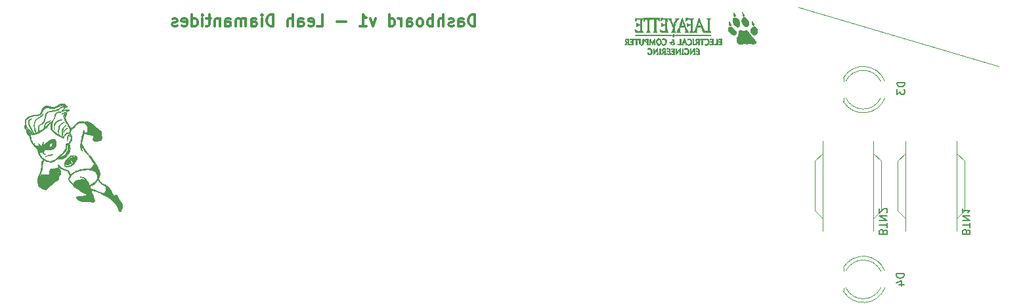
<source format=gbr>
G04 #@! TF.GenerationSoftware,KiCad,Pcbnew,(5.1.4)-1*
G04 #@! TF.CreationDate,2020-03-13T16:12:29-04:00*
G04 #@! TF.ProjectId,DriverDisplay4,44726976-6572-4446-9973-706c6179342e,rev?*
G04 #@! TF.SameCoordinates,Original*
G04 #@! TF.FileFunction,Legend,Bot*
G04 #@! TF.FilePolarity,Positive*
%FSLAX46Y46*%
G04 Gerber Fmt 4.6, Leading zero omitted, Abs format (unit mm)*
G04 Created by KiCad (PCBNEW (5.1.4)-1) date 2020-03-13 16:12:29*
%MOMM*%
%LPD*%
G04 APERTURE LIST*
%ADD10C,0.050000*%
%ADD11C,0.300000*%
%ADD12C,0.010000*%
%ADD13C,0.120000*%
%ADD14C,0.150000*%
G04 APERTURE END LIST*
D10*
X169164000Y-67259200D02*
X195021200Y-74879200D01*
D11*
X127500000Y-69678571D02*
X127500000Y-68178571D01*
X127142857Y-68178571D01*
X126928571Y-68250000D01*
X126785714Y-68392857D01*
X126714285Y-68535714D01*
X126642857Y-68821428D01*
X126642857Y-69035714D01*
X126714285Y-69321428D01*
X126785714Y-69464285D01*
X126928571Y-69607142D01*
X127142857Y-69678571D01*
X127500000Y-69678571D01*
X125357142Y-69678571D02*
X125357142Y-68892857D01*
X125428571Y-68750000D01*
X125571428Y-68678571D01*
X125857142Y-68678571D01*
X126000000Y-68750000D01*
X125357142Y-69607142D02*
X125500000Y-69678571D01*
X125857142Y-69678571D01*
X126000000Y-69607142D01*
X126071428Y-69464285D01*
X126071428Y-69321428D01*
X126000000Y-69178571D01*
X125857142Y-69107142D01*
X125500000Y-69107142D01*
X125357142Y-69035714D01*
X124714285Y-69607142D02*
X124571428Y-69678571D01*
X124285714Y-69678571D01*
X124142857Y-69607142D01*
X124071428Y-69464285D01*
X124071428Y-69392857D01*
X124142857Y-69250000D01*
X124285714Y-69178571D01*
X124500000Y-69178571D01*
X124642857Y-69107142D01*
X124714285Y-68964285D01*
X124714285Y-68892857D01*
X124642857Y-68750000D01*
X124500000Y-68678571D01*
X124285714Y-68678571D01*
X124142857Y-68750000D01*
X123428571Y-69678571D02*
X123428571Y-68178571D01*
X122785714Y-69678571D02*
X122785714Y-68892857D01*
X122857142Y-68750000D01*
X123000000Y-68678571D01*
X123214285Y-68678571D01*
X123357142Y-68750000D01*
X123428571Y-68821428D01*
X122071428Y-69678571D02*
X122071428Y-68178571D01*
X122071428Y-68750000D02*
X121928571Y-68678571D01*
X121642857Y-68678571D01*
X121500000Y-68750000D01*
X121428571Y-68821428D01*
X121357142Y-68964285D01*
X121357142Y-69392857D01*
X121428571Y-69535714D01*
X121500000Y-69607142D01*
X121642857Y-69678571D01*
X121928571Y-69678571D01*
X122071428Y-69607142D01*
X120500000Y-69678571D02*
X120642857Y-69607142D01*
X120714285Y-69535714D01*
X120785714Y-69392857D01*
X120785714Y-68964285D01*
X120714285Y-68821428D01*
X120642857Y-68750000D01*
X120500000Y-68678571D01*
X120285714Y-68678571D01*
X120142857Y-68750000D01*
X120071428Y-68821428D01*
X120000000Y-68964285D01*
X120000000Y-69392857D01*
X120071428Y-69535714D01*
X120142857Y-69607142D01*
X120285714Y-69678571D01*
X120500000Y-69678571D01*
X118714285Y-69678571D02*
X118714285Y-68892857D01*
X118785714Y-68750000D01*
X118928571Y-68678571D01*
X119214285Y-68678571D01*
X119357142Y-68750000D01*
X118714285Y-69607142D02*
X118857142Y-69678571D01*
X119214285Y-69678571D01*
X119357142Y-69607142D01*
X119428571Y-69464285D01*
X119428571Y-69321428D01*
X119357142Y-69178571D01*
X119214285Y-69107142D01*
X118857142Y-69107142D01*
X118714285Y-69035714D01*
X118000000Y-69678571D02*
X118000000Y-68678571D01*
X118000000Y-68964285D02*
X117928571Y-68821428D01*
X117857142Y-68750000D01*
X117714285Y-68678571D01*
X117571428Y-68678571D01*
X116428571Y-69678571D02*
X116428571Y-68178571D01*
X116428571Y-69607142D02*
X116571428Y-69678571D01*
X116857142Y-69678571D01*
X117000000Y-69607142D01*
X117071428Y-69535714D01*
X117142857Y-69392857D01*
X117142857Y-68964285D01*
X117071428Y-68821428D01*
X117000000Y-68750000D01*
X116857142Y-68678571D01*
X116571428Y-68678571D01*
X116428571Y-68750000D01*
X114714285Y-68678571D02*
X114357142Y-69678571D01*
X114000000Y-68678571D01*
X112642857Y-69678571D02*
X113500000Y-69678571D01*
X113071428Y-69678571D02*
X113071428Y-68178571D01*
X113214285Y-68392857D01*
X113357142Y-68535714D01*
X113500000Y-68607142D01*
X110857142Y-69107142D02*
X109714285Y-69107142D01*
X107142857Y-69678571D02*
X107857142Y-69678571D01*
X107857142Y-68178571D01*
X106071428Y-69607142D02*
X106214285Y-69678571D01*
X106500000Y-69678571D01*
X106642857Y-69607142D01*
X106714285Y-69464285D01*
X106714285Y-68892857D01*
X106642857Y-68750000D01*
X106500000Y-68678571D01*
X106214285Y-68678571D01*
X106071428Y-68750000D01*
X106000000Y-68892857D01*
X106000000Y-69035714D01*
X106714285Y-69178571D01*
X104714285Y-69678571D02*
X104714285Y-68892857D01*
X104785714Y-68750000D01*
X104928571Y-68678571D01*
X105214285Y-68678571D01*
X105357142Y-68750000D01*
X104714285Y-69607142D02*
X104857142Y-69678571D01*
X105214285Y-69678571D01*
X105357142Y-69607142D01*
X105428571Y-69464285D01*
X105428571Y-69321428D01*
X105357142Y-69178571D01*
X105214285Y-69107142D01*
X104857142Y-69107142D01*
X104714285Y-69035714D01*
X104000000Y-69678571D02*
X104000000Y-68178571D01*
X103357142Y-69678571D02*
X103357142Y-68892857D01*
X103428571Y-68750000D01*
X103571428Y-68678571D01*
X103785714Y-68678571D01*
X103928571Y-68750000D01*
X104000000Y-68821428D01*
X101500000Y-69678571D02*
X101500000Y-68178571D01*
X101142857Y-68178571D01*
X100928571Y-68250000D01*
X100785714Y-68392857D01*
X100714285Y-68535714D01*
X100642857Y-68821428D01*
X100642857Y-69035714D01*
X100714285Y-69321428D01*
X100785714Y-69464285D01*
X100928571Y-69607142D01*
X101142857Y-69678571D01*
X101500000Y-69678571D01*
X100000000Y-69678571D02*
X100000000Y-68678571D01*
X100000000Y-68178571D02*
X100071428Y-68250000D01*
X100000000Y-68321428D01*
X99928571Y-68250000D01*
X100000000Y-68178571D01*
X100000000Y-68321428D01*
X98642857Y-69678571D02*
X98642857Y-68892857D01*
X98714285Y-68750000D01*
X98857142Y-68678571D01*
X99142857Y-68678571D01*
X99285714Y-68750000D01*
X98642857Y-69607142D02*
X98785714Y-69678571D01*
X99142857Y-69678571D01*
X99285714Y-69607142D01*
X99357142Y-69464285D01*
X99357142Y-69321428D01*
X99285714Y-69178571D01*
X99142857Y-69107142D01*
X98785714Y-69107142D01*
X98642857Y-69035714D01*
X97928571Y-69678571D02*
X97928571Y-68678571D01*
X97928571Y-68821428D02*
X97857142Y-68750000D01*
X97714285Y-68678571D01*
X97500000Y-68678571D01*
X97357142Y-68750000D01*
X97285714Y-68892857D01*
X97285714Y-69678571D01*
X97285714Y-68892857D02*
X97214285Y-68750000D01*
X97071428Y-68678571D01*
X96857142Y-68678571D01*
X96714285Y-68750000D01*
X96642857Y-68892857D01*
X96642857Y-69678571D01*
X95285714Y-69678571D02*
X95285714Y-68892857D01*
X95357142Y-68750000D01*
X95500000Y-68678571D01*
X95785714Y-68678571D01*
X95928571Y-68750000D01*
X95285714Y-69607142D02*
X95428571Y-69678571D01*
X95785714Y-69678571D01*
X95928571Y-69607142D01*
X96000000Y-69464285D01*
X96000000Y-69321428D01*
X95928571Y-69178571D01*
X95785714Y-69107142D01*
X95428571Y-69107142D01*
X95285714Y-69035714D01*
X94571428Y-68678571D02*
X94571428Y-69678571D01*
X94571428Y-68821428D02*
X94500000Y-68750000D01*
X94357142Y-68678571D01*
X94142857Y-68678571D01*
X94000000Y-68750000D01*
X93928571Y-68892857D01*
X93928571Y-69678571D01*
X93428571Y-68678571D02*
X92857142Y-68678571D01*
X93214285Y-68178571D02*
X93214285Y-69464285D01*
X93142857Y-69607142D01*
X93000000Y-69678571D01*
X92857142Y-69678571D01*
X92357142Y-69678571D02*
X92357142Y-68678571D01*
X92357142Y-68178571D02*
X92428571Y-68250000D01*
X92357142Y-68321428D01*
X92285714Y-68250000D01*
X92357142Y-68178571D01*
X92357142Y-68321428D01*
X91000000Y-69678571D02*
X91000000Y-68178571D01*
X91000000Y-69607142D02*
X91142857Y-69678571D01*
X91428571Y-69678571D01*
X91571428Y-69607142D01*
X91642857Y-69535714D01*
X91714285Y-69392857D01*
X91714285Y-68964285D01*
X91642857Y-68821428D01*
X91571428Y-68750000D01*
X91428571Y-68678571D01*
X91142857Y-68678571D01*
X91000000Y-68750000D01*
X89714285Y-69607142D02*
X89857142Y-69678571D01*
X90142857Y-69678571D01*
X90285714Y-69607142D01*
X90357142Y-69464285D01*
X90357142Y-68892857D01*
X90285714Y-68750000D01*
X90142857Y-68678571D01*
X89857142Y-68678571D01*
X89714285Y-68750000D01*
X89642857Y-68892857D01*
X89642857Y-69035714D01*
X90357142Y-69178571D01*
X89071428Y-69607142D02*
X88928571Y-69678571D01*
X88642857Y-69678571D01*
X88500000Y-69607142D01*
X88428571Y-69464285D01*
X88428571Y-69392857D01*
X88500000Y-69250000D01*
X88642857Y-69178571D01*
X88857142Y-69178571D01*
X89000000Y-69107142D01*
X89071428Y-68964285D01*
X89071428Y-68892857D01*
X89000000Y-68750000D01*
X88857142Y-68678571D01*
X88642857Y-68678571D01*
X88500000Y-68750000D01*
D12*
G36*
X148181369Y-68654317D02*
G01*
X148160931Y-68768523D01*
X148159529Y-68784555D01*
X148156237Y-68922449D01*
X148183845Y-68958283D01*
X148253425Y-68897696D01*
X148291986Y-68852016D01*
X148390703Y-68771701D01*
X148525612Y-68750066D01*
X148580623Y-68753239D01*
X148774364Y-68770444D01*
X148788405Y-69102841D01*
X148802447Y-69435238D01*
X148604671Y-69402815D01*
X148479960Y-69370239D01*
X148401427Y-69326885D01*
X148390508Y-69310307D01*
X148354752Y-69244657D01*
X148319304Y-69273630D01*
X148294679Y-69379652D01*
X148289455Y-69479200D01*
X148292260Y-69622365D01*
X148310252Y-69672392D01*
X148357794Y-69649028D01*
X148392094Y-69620311D01*
X148512888Y-69556942D01*
X148646094Y-69532444D01*
X148797455Y-69532444D01*
X148797455Y-69895529D01*
X148793860Y-70096183D01*
X148778590Y-70212074D01*
X148744915Y-70271167D01*
X148701076Y-70296002D01*
X148543286Y-70312143D01*
X148361880Y-70268378D01*
X148203368Y-70178272D01*
X148162455Y-70138923D01*
X148089943Y-70062450D01*
X148063792Y-70061831D01*
X148079033Y-70148167D01*
X148109245Y-70257799D01*
X148159945Y-70435555D01*
X148673703Y-70435555D01*
X148894990Y-70434489D01*
X149036295Y-70429528D01*
X149109992Y-70418026D01*
X149128457Y-70397339D01*
X149104065Y-70364821D01*
X149084821Y-70347688D01*
X149042627Y-70305038D01*
X149013903Y-70248692D01*
X148996075Y-70158185D01*
X148986564Y-70013053D01*
X148982795Y-69792833D01*
X148982182Y-69532444D01*
X148983103Y-69232635D01*
X148987584Y-69025244D01*
X148998202Y-68889807D01*
X149017532Y-68805860D01*
X149048152Y-68752939D01*
X149084821Y-68717200D01*
X149124611Y-68677827D01*
X149125002Y-68652358D01*
X149073377Y-68637792D01*
X148957114Y-68631127D01*
X148763596Y-68629362D01*
X148715367Y-68629333D01*
X148514487Y-68628028D01*
X148348858Y-68624510D01*
X148239755Y-68619370D01*
X148208636Y-68615222D01*
X148181369Y-68654317D01*
X148181369Y-68654317D01*
G37*
X148181369Y-68654317D02*
X148160931Y-68768523D01*
X148159529Y-68784555D01*
X148156237Y-68922449D01*
X148183845Y-68958283D01*
X148253425Y-68897696D01*
X148291986Y-68852016D01*
X148390703Y-68771701D01*
X148525612Y-68750066D01*
X148580623Y-68753239D01*
X148774364Y-68770444D01*
X148788405Y-69102841D01*
X148802447Y-69435238D01*
X148604671Y-69402815D01*
X148479960Y-69370239D01*
X148401427Y-69326885D01*
X148390508Y-69310307D01*
X148354752Y-69244657D01*
X148319304Y-69273630D01*
X148294679Y-69379652D01*
X148289455Y-69479200D01*
X148292260Y-69622365D01*
X148310252Y-69672392D01*
X148357794Y-69649028D01*
X148392094Y-69620311D01*
X148512888Y-69556942D01*
X148646094Y-69532444D01*
X148797455Y-69532444D01*
X148797455Y-69895529D01*
X148793860Y-70096183D01*
X148778590Y-70212074D01*
X148744915Y-70271167D01*
X148701076Y-70296002D01*
X148543286Y-70312143D01*
X148361880Y-70268378D01*
X148203368Y-70178272D01*
X148162455Y-70138923D01*
X148089943Y-70062450D01*
X148063792Y-70061831D01*
X148079033Y-70148167D01*
X148109245Y-70257799D01*
X148159945Y-70435555D01*
X148673703Y-70435555D01*
X148894990Y-70434489D01*
X149036295Y-70429528D01*
X149109992Y-70418026D01*
X149128457Y-70397339D01*
X149104065Y-70364821D01*
X149084821Y-70347688D01*
X149042627Y-70305038D01*
X149013903Y-70248692D01*
X148996075Y-70158185D01*
X148986564Y-70013053D01*
X148982795Y-69792833D01*
X148982182Y-69532444D01*
X148983103Y-69232635D01*
X148987584Y-69025244D01*
X148998202Y-68889807D01*
X149017532Y-68805860D01*
X149048152Y-68752939D01*
X149084821Y-68717200D01*
X149124611Y-68677827D01*
X149125002Y-68652358D01*
X149073377Y-68637792D01*
X148957114Y-68631127D01*
X148763596Y-68629362D01*
X148715367Y-68629333D01*
X148514487Y-68628028D01*
X148348858Y-68624510D01*
X148239755Y-68619370D01*
X148208636Y-68615222D01*
X148181369Y-68654317D01*
G36*
X149214100Y-68826889D02*
G01*
X149216949Y-68967767D01*
X149231381Y-69010855D01*
X149268927Y-68971251D01*
X149294936Y-68932729D01*
X149399444Y-68827720D01*
X149490566Y-68779855D01*
X149600298Y-68764468D01*
X149674839Y-68802432D01*
X149721687Y-68909193D01*
X149748340Y-69100195D01*
X149760575Y-69336052D01*
X149766104Y-69723551D01*
X149751866Y-70011234D01*
X149716330Y-70209951D01*
X149657971Y-70330553D01*
X149615284Y-70367700D01*
X149574083Y-70400455D01*
X149595990Y-70419653D01*
X149691973Y-70429057D01*
X149801909Y-70431735D01*
X150090546Y-70435555D01*
X149998182Y-70322666D01*
X149958173Y-70262164D01*
X149931649Y-70182148D01*
X149915960Y-70060198D01*
X149908460Y-69873894D01*
X149906501Y-69600815D01*
X149906525Y-69546555D01*
X149909912Y-69279045D01*
X149918585Y-69049847D01*
X149931205Y-68884379D01*
X149945367Y-68809851D01*
X150010054Y-68765991D01*
X150149755Y-68749966D01*
X150279478Y-68753407D01*
X150575455Y-68770444D01*
X150588710Y-69504222D01*
X150593244Y-69805792D01*
X150592617Y-70015173D01*
X150584699Y-70153002D01*
X150567358Y-70239919D01*
X150538466Y-70296562D01*
X150502776Y-70336777D01*
X150453867Y-70390052D01*
X150452031Y-70419249D01*
X150511075Y-70431106D01*
X150644808Y-70432363D01*
X150697338Y-70431735D01*
X150850407Y-70427009D01*
X150922365Y-70415357D01*
X150924432Y-70392867D01*
X150885928Y-70365981D01*
X150843877Y-70336879D01*
X150815244Y-70295081D01*
X150797896Y-70221445D01*
X150789700Y-70096830D01*
X150788523Y-69902094D01*
X150792230Y-69618094D01*
X150793565Y-69537246D01*
X150806364Y-68770444D01*
X150932481Y-68752688D01*
X151072213Y-68782756D01*
X151174935Y-68877122D01*
X151291273Y-69019313D01*
X151291225Y-68601111D01*
X149213055Y-68601111D01*
X149214100Y-68826889D01*
X149214100Y-68826889D01*
G37*
X149214100Y-68826889D02*
X149216949Y-68967767D01*
X149231381Y-69010855D01*
X149268927Y-68971251D01*
X149294936Y-68932729D01*
X149399444Y-68827720D01*
X149490566Y-68779855D01*
X149600298Y-68764468D01*
X149674839Y-68802432D01*
X149721687Y-68909193D01*
X149748340Y-69100195D01*
X149760575Y-69336052D01*
X149766104Y-69723551D01*
X149751866Y-70011234D01*
X149716330Y-70209951D01*
X149657971Y-70330553D01*
X149615284Y-70367700D01*
X149574083Y-70400455D01*
X149595990Y-70419653D01*
X149691973Y-70429057D01*
X149801909Y-70431735D01*
X150090546Y-70435555D01*
X149998182Y-70322666D01*
X149958173Y-70262164D01*
X149931649Y-70182148D01*
X149915960Y-70060198D01*
X149908460Y-69873894D01*
X149906501Y-69600815D01*
X149906525Y-69546555D01*
X149909912Y-69279045D01*
X149918585Y-69049847D01*
X149931205Y-68884379D01*
X149945367Y-68809851D01*
X150010054Y-68765991D01*
X150149755Y-68749966D01*
X150279478Y-68753407D01*
X150575455Y-68770444D01*
X150588710Y-69504222D01*
X150593244Y-69805792D01*
X150592617Y-70015173D01*
X150584699Y-70153002D01*
X150567358Y-70239919D01*
X150538466Y-70296562D01*
X150502776Y-70336777D01*
X150453867Y-70390052D01*
X150452031Y-70419249D01*
X150511075Y-70431106D01*
X150644808Y-70432363D01*
X150697338Y-70431735D01*
X150850407Y-70427009D01*
X150922365Y-70415357D01*
X150924432Y-70392867D01*
X150885928Y-70365981D01*
X150843877Y-70336879D01*
X150815244Y-70295081D01*
X150797896Y-70221445D01*
X150789700Y-70096830D01*
X150788523Y-69902094D01*
X150792230Y-69618094D01*
X150793565Y-69537246D01*
X150806364Y-68770444D01*
X150932481Y-68752688D01*
X151072213Y-68782756D01*
X151174935Y-68877122D01*
X151291273Y-69019313D01*
X151291225Y-68601111D01*
X149213055Y-68601111D01*
X149214100Y-68826889D01*
G36*
X151388533Y-68661252D02*
G01*
X151383636Y-68800870D01*
X151383636Y-69040928D01*
X151499336Y-68888344D01*
X151594391Y-68787724D01*
X151699008Y-68750835D01*
X151811063Y-68753102D01*
X152007091Y-68770444D01*
X152020941Y-69095000D01*
X152026741Y-69277412D01*
X152017717Y-69374197D01*
X151984225Y-69412439D01*
X151916619Y-69419222D01*
X151905487Y-69419207D01*
X151766457Y-69391783D01*
X151649182Y-69337888D01*
X151522182Y-69256916D01*
X151522182Y-69488095D01*
X151525115Y-69630791D01*
X151541487Y-69679156D01*
X151582657Y-69651719D01*
X151606637Y-69625859D01*
X151709178Y-69562491D01*
X151846401Y-69532760D01*
X151860637Y-69532444D01*
X152030182Y-69532444D01*
X152030182Y-69894848D01*
X152028103Y-70091196D01*
X152015477Y-70203023D01*
X151982721Y-70258689D01*
X151920250Y-70286555D01*
X151895501Y-70293407D01*
X151748667Y-70302376D01*
X151585016Y-70268907D01*
X151439401Y-70204558D01*
X151346675Y-70120885D01*
X151340388Y-70109327D01*
X151304282Y-70056081D01*
X151294063Y-70086705D01*
X151309135Y-70176920D01*
X151344868Y-70291788D01*
X151371683Y-70354467D01*
X151408088Y-70395630D01*
X151471838Y-70419799D01*
X151580687Y-70431495D01*
X151752390Y-70435241D01*
X151909325Y-70435555D01*
X152129856Y-70434483D01*
X152270422Y-70429490D01*
X152343414Y-70417907D01*
X152361226Y-70397068D01*
X152336248Y-70364304D01*
X152317549Y-70347688D01*
X152275261Y-70304918D01*
X152246509Y-70248393D01*
X152228695Y-70157584D01*
X152219224Y-70011961D01*
X152215498Y-69790997D01*
X152214909Y-69536155D01*
X152217298Y-69217867D01*
X152225425Y-68995329D01*
X152240731Y-68851522D01*
X152264659Y-68769430D01*
X152281966Y-68744470D01*
X152367500Y-68698507D01*
X152460766Y-68735361D01*
X152568539Y-68861752D01*
X152697596Y-69084398D01*
X152769154Y-69227560D01*
X152886769Y-69483705D01*
X152958454Y-69676520D01*
X152993058Y-69833567D01*
X153000000Y-69946721D01*
X152971815Y-70191534D01*
X152887034Y-70347644D01*
X152815273Y-70396384D01*
X152822271Y-70411074D01*
X152904502Y-70422021D01*
X153044845Y-70427143D01*
X153069273Y-70427279D01*
X153232578Y-70424861D01*
X153314392Y-70414801D01*
X153325507Y-70394118D01*
X153288636Y-70366665D01*
X153230196Y-70318226D01*
X153198875Y-70240109D01*
X153186723Y-70101101D01*
X153185338Y-69961263D01*
X153192451Y-69765952D01*
X153219955Y-69601178D01*
X153278298Y-69424644D01*
X153371125Y-69209013D01*
X153483928Y-68985570D01*
X153593440Y-68812700D01*
X153682241Y-68717384D01*
X153745017Y-68672519D01*
X153754548Y-68647304D01*
X153698965Y-68635802D01*
X153566397Y-68632075D01*
X153510719Y-68631593D01*
X153354305Y-68633292D01*
X153276897Y-68644346D01*
X153265228Y-68669126D01*
X153295218Y-68702583D01*
X153335005Y-68747943D01*
X153343923Y-68805375D01*
X153317520Y-68900993D01*
X153251345Y-69060910D01*
X153223226Y-69124977D01*
X153144177Y-69297410D01*
X153081188Y-69422267D01*
X153047129Y-69474148D01*
X153046182Y-69474390D01*
X153014269Y-69428898D01*
X152952061Y-69308963D01*
X152872597Y-69139839D01*
X152866915Y-69127233D01*
X152786801Y-68944213D01*
X152748137Y-68832959D01*
X152746461Y-68767283D01*
X152777313Y-68720995D01*
X152794924Y-68704569D01*
X152816081Y-68675170D01*
X152795716Y-68654396D01*
X152722809Y-68640844D01*
X152586344Y-68633110D01*
X152375300Y-68629790D01*
X152204422Y-68629333D01*
X151959177Y-68627072D01*
X151743309Y-68620857D01*
X151575411Y-68611541D01*
X151474077Y-68599975D01*
X151456686Y-68595072D01*
X151410206Y-68593434D01*
X151388533Y-68661252D01*
X151388533Y-68661252D01*
G37*
X151388533Y-68661252D02*
X151383636Y-68800870D01*
X151383636Y-69040928D01*
X151499336Y-68888344D01*
X151594391Y-68787724D01*
X151699008Y-68750835D01*
X151811063Y-68753102D01*
X152007091Y-68770444D01*
X152020941Y-69095000D01*
X152026741Y-69277412D01*
X152017717Y-69374197D01*
X151984225Y-69412439D01*
X151916619Y-69419222D01*
X151905487Y-69419207D01*
X151766457Y-69391783D01*
X151649182Y-69337888D01*
X151522182Y-69256916D01*
X151522182Y-69488095D01*
X151525115Y-69630791D01*
X151541487Y-69679156D01*
X151582657Y-69651719D01*
X151606637Y-69625859D01*
X151709178Y-69562491D01*
X151846401Y-69532760D01*
X151860637Y-69532444D01*
X152030182Y-69532444D01*
X152030182Y-69894848D01*
X152028103Y-70091196D01*
X152015477Y-70203023D01*
X151982721Y-70258689D01*
X151920250Y-70286555D01*
X151895501Y-70293407D01*
X151748667Y-70302376D01*
X151585016Y-70268907D01*
X151439401Y-70204558D01*
X151346675Y-70120885D01*
X151340388Y-70109327D01*
X151304282Y-70056081D01*
X151294063Y-70086705D01*
X151309135Y-70176920D01*
X151344868Y-70291788D01*
X151371683Y-70354467D01*
X151408088Y-70395630D01*
X151471838Y-70419799D01*
X151580687Y-70431495D01*
X151752390Y-70435241D01*
X151909325Y-70435555D01*
X152129856Y-70434483D01*
X152270422Y-70429490D01*
X152343414Y-70417907D01*
X152361226Y-70397068D01*
X152336248Y-70364304D01*
X152317549Y-70347688D01*
X152275261Y-70304918D01*
X152246509Y-70248393D01*
X152228695Y-70157584D01*
X152219224Y-70011961D01*
X152215498Y-69790997D01*
X152214909Y-69536155D01*
X152217298Y-69217867D01*
X152225425Y-68995329D01*
X152240731Y-68851522D01*
X152264659Y-68769430D01*
X152281966Y-68744470D01*
X152367500Y-68698507D01*
X152460766Y-68735361D01*
X152568539Y-68861752D01*
X152697596Y-69084398D01*
X152769154Y-69227560D01*
X152886769Y-69483705D01*
X152958454Y-69676520D01*
X152993058Y-69833567D01*
X153000000Y-69946721D01*
X152971815Y-70191534D01*
X152887034Y-70347644D01*
X152815273Y-70396384D01*
X152822271Y-70411074D01*
X152904502Y-70422021D01*
X153044845Y-70427143D01*
X153069273Y-70427279D01*
X153232578Y-70424861D01*
X153314392Y-70414801D01*
X153325507Y-70394118D01*
X153288636Y-70366665D01*
X153230196Y-70318226D01*
X153198875Y-70240109D01*
X153186723Y-70101101D01*
X153185338Y-69961263D01*
X153192451Y-69765952D01*
X153219955Y-69601178D01*
X153278298Y-69424644D01*
X153371125Y-69209013D01*
X153483928Y-68985570D01*
X153593440Y-68812700D01*
X153682241Y-68717384D01*
X153745017Y-68672519D01*
X153754548Y-68647304D01*
X153698965Y-68635802D01*
X153566397Y-68632075D01*
X153510719Y-68631593D01*
X153354305Y-68633292D01*
X153276897Y-68644346D01*
X153265228Y-68669126D01*
X153295218Y-68702583D01*
X153335005Y-68747943D01*
X153343923Y-68805375D01*
X153317520Y-68900993D01*
X153251345Y-69060910D01*
X153223226Y-69124977D01*
X153144177Y-69297410D01*
X153081188Y-69422267D01*
X153047129Y-69474148D01*
X153046182Y-69474390D01*
X153014269Y-69428898D01*
X152952061Y-69308963D01*
X152872597Y-69139839D01*
X152866915Y-69127233D01*
X152786801Y-68944213D01*
X152748137Y-68832959D01*
X152746461Y-68767283D01*
X152777313Y-68720995D01*
X152794924Y-68704569D01*
X152816081Y-68675170D01*
X152795716Y-68654396D01*
X152722809Y-68640844D01*
X152586344Y-68633110D01*
X152375300Y-68629790D01*
X152204422Y-68629333D01*
X151959177Y-68627072D01*
X151743309Y-68620857D01*
X151575411Y-68611541D01*
X151474077Y-68599975D01*
X151456686Y-68595072D01*
X151410206Y-68593434D01*
X151388533Y-68661252D01*
G36*
X154149925Y-68655044D02*
G01*
X154098072Y-68781842D01*
X154035891Y-68966147D01*
X154018033Y-69024444D01*
X153876017Y-69484284D01*
X153756099Y-69841575D01*
X153655834Y-70102599D01*
X153572773Y-70273638D01*
X153504470Y-70360971D01*
X153494770Y-70367584D01*
X153454208Y-70400059D01*
X153476377Y-70419283D01*
X153572216Y-70428848D01*
X153690009Y-70431735D01*
X153846451Y-70431217D01*
X153924115Y-70421373D01*
X153936508Y-70397488D01*
X153900836Y-70358128D01*
X153851299Y-70305580D01*
X153837541Y-70245020D01*
X153859035Y-70140822D01*
X153895829Y-70019461D01*
X153977458Y-69758222D01*
X154515318Y-69758222D01*
X154588797Y-70021794D01*
X154628956Y-70175230D01*
X154650192Y-70275350D01*
X154650865Y-70295692D01*
X154606576Y-70327917D01*
X154547091Y-70369070D01*
X154510554Y-70403800D01*
X154536613Y-70423271D01*
X154636806Y-70431452D01*
X154731818Y-70432584D01*
X154883069Y-70431215D01*
X154955526Y-70421443D01*
X154962759Y-70395740D01*
X154918333Y-70346582D01*
X154906799Y-70335522D01*
X154853145Y-70251310D01*
X154772734Y-70083632D01*
X154674557Y-69853113D01*
X154567605Y-69580377D01*
X154562992Y-69567905D01*
X154431636Y-69567905D01*
X154390383Y-69580561D01*
X154286301Y-69588032D01*
X154229141Y-69588889D01*
X154026646Y-69588889D01*
X154122218Y-69271790D01*
X154217790Y-68954692D01*
X154324713Y-69250807D01*
X154382572Y-69414402D01*
X154421399Y-69530620D01*
X154431636Y-69567905D01*
X154562992Y-69567905D01*
X154511561Y-69428865D01*
X154409098Y-69151611D01*
X154317470Y-68914085D01*
X154243862Y-68734114D01*
X154195460Y-68629530D01*
X154181700Y-68610420D01*
X154149925Y-68655044D01*
X154149925Y-68655044D01*
G37*
X154149925Y-68655044D02*
X154098072Y-68781842D01*
X154035891Y-68966147D01*
X154018033Y-69024444D01*
X153876017Y-69484284D01*
X153756099Y-69841575D01*
X153655834Y-70102599D01*
X153572773Y-70273638D01*
X153504470Y-70360971D01*
X153494770Y-70367584D01*
X153454208Y-70400059D01*
X153476377Y-70419283D01*
X153572216Y-70428848D01*
X153690009Y-70431735D01*
X153846451Y-70431217D01*
X153924115Y-70421373D01*
X153936508Y-70397488D01*
X153900836Y-70358128D01*
X153851299Y-70305580D01*
X153837541Y-70245020D01*
X153859035Y-70140822D01*
X153895829Y-70019461D01*
X153977458Y-69758222D01*
X154515318Y-69758222D01*
X154588797Y-70021794D01*
X154628956Y-70175230D01*
X154650192Y-70275350D01*
X154650865Y-70295692D01*
X154606576Y-70327917D01*
X154547091Y-70369070D01*
X154510554Y-70403800D01*
X154536613Y-70423271D01*
X154636806Y-70431452D01*
X154731818Y-70432584D01*
X154883069Y-70431215D01*
X154955526Y-70421443D01*
X154962759Y-70395740D01*
X154918333Y-70346582D01*
X154906799Y-70335522D01*
X154853145Y-70251310D01*
X154772734Y-70083632D01*
X154674557Y-69853113D01*
X154567605Y-69580377D01*
X154562992Y-69567905D01*
X154431636Y-69567905D01*
X154390383Y-69580561D01*
X154286301Y-69588032D01*
X154229141Y-69588889D01*
X154026646Y-69588889D01*
X154122218Y-69271790D01*
X154217790Y-68954692D01*
X154324713Y-69250807D01*
X154382572Y-69414402D01*
X154421399Y-69530620D01*
X154431636Y-69567905D01*
X154562992Y-69567905D01*
X154511561Y-69428865D01*
X154409098Y-69151611D01*
X154317470Y-68914085D01*
X154243862Y-68734114D01*
X154195460Y-68629530D01*
X154181700Y-68610420D01*
X154149925Y-68655044D01*
G36*
X154662451Y-68820389D02*
G01*
X154662546Y-69039668D01*
X154758261Y-68890945D01*
X154844833Y-68790069D01*
X154955311Y-68747901D01*
X155053502Y-68742222D01*
X155182917Y-68753598D01*
X155259695Y-68802871D01*
X155297176Y-68912760D01*
X155308699Y-69105982D01*
X155309091Y-69177512D01*
X155309091Y-69434237D01*
X155095561Y-69404820D01*
X154959395Y-69371712D01*
X154862968Y-69322179D01*
X154842268Y-69298702D01*
X154816293Y-69292075D01*
X154803220Y-69393658D01*
X154801798Y-69465920D01*
X154804591Y-69612764D01*
X154819824Y-69665271D01*
X154856039Y-69641891D01*
X154873662Y-69621142D01*
X154970215Y-69560432D01*
X155111101Y-69532765D01*
X155127662Y-69532444D01*
X155309091Y-69532444D01*
X155309091Y-69896132D01*
X155304535Y-70102852D01*
X155285962Y-70229357D01*
X155246010Y-70308027D01*
X155206452Y-70347688D01*
X155168693Y-70385355D01*
X155168328Y-70410412D01*
X155217654Y-70425404D01*
X155328967Y-70432877D01*
X155514563Y-70435375D01*
X155630915Y-70435555D01*
X155857783Y-70433624D01*
X156003723Y-70426631D01*
X156080134Y-70412776D01*
X156098414Y-70390257D01*
X156078844Y-70364797D01*
X156034176Y-70313938D01*
X156023225Y-70248266D01*
X156045528Y-70132765D01*
X156074358Y-70026130D01*
X156149046Y-69758222D01*
X156689584Y-69758222D01*
X156790616Y-70096889D01*
X156891649Y-70435555D01*
X157405006Y-70431735D01*
X157627570Y-70427907D01*
X157767282Y-70419396D01*
X157833619Y-70404696D01*
X157836055Y-70382301D01*
X157814455Y-70366665D01*
X157772930Y-70337107D01*
X157744254Y-70293191D01*
X157726051Y-70215862D01*
X157715949Y-70086069D01*
X157711575Y-69884757D01*
X157710556Y-69592873D01*
X157710546Y-69532444D01*
X157711229Y-69223145D01*
X157714860Y-69007680D01*
X157723813Y-68866995D01*
X157740460Y-68782037D01*
X157767175Y-68733753D01*
X157806332Y-68703088D01*
X157814455Y-68698223D01*
X157856513Y-68665362D01*
X157836805Y-68645942D01*
X157744237Y-68636261D01*
X157619452Y-68633153D01*
X157461631Y-68632876D01*
X157382858Y-68640996D01*
X157369843Y-68663203D01*
X157409298Y-68705189D01*
X157423179Y-68717200D01*
X157465446Y-68759945D01*
X157494193Y-68816431D01*
X157512010Y-68907176D01*
X157521489Y-69052693D01*
X157525224Y-69273498D01*
X157525818Y-69529526D01*
X157525818Y-70253984D01*
X157404436Y-70291219D01*
X157266785Y-70306521D01*
X157144807Y-70291342D01*
X157085505Y-70266851D01*
X157031801Y-70217287D01*
X156974483Y-70126023D01*
X156904340Y-69976435D01*
X156812161Y-69751899D01*
X156730502Y-69543571D01*
X156720769Y-69518333D01*
X156589099Y-69518333D01*
X156573656Y-69564550D01*
X156481981Y-69586167D01*
X156399979Y-69588889D01*
X156187893Y-69588889D01*
X156283450Y-69292555D01*
X156337746Y-69128285D01*
X156378106Y-69013735D01*
X156392449Y-68979769D01*
X156409253Y-69000303D01*
X156445383Y-69090984D01*
X156505230Y-69263838D01*
X156589099Y-69518333D01*
X156720769Y-69518333D01*
X156626032Y-69272682D01*
X156533027Y-69027915D01*
X156460250Y-68832589D01*
X156416462Y-68710022D01*
X156411143Y-68693709D01*
X156369026Y-68606591D01*
X156324479Y-68619684D01*
X156273473Y-68737253D01*
X156231938Y-68883333D01*
X156190784Y-69031387D01*
X156126102Y-69250811D01*
X156047968Y-69507821D01*
X155991930Y-69687983D01*
X155888776Y-69993389D01*
X155799879Y-70199875D01*
X155718166Y-70318361D01*
X155636562Y-70359765D01*
X155566437Y-70344647D01*
X155536801Y-70314842D01*
X155516286Y-70246439D01*
X155503338Y-70122113D01*
X155496402Y-69924538D01*
X155493925Y-69636388D01*
X155493818Y-69535031D01*
X155494489Y-69225191D01*
X155498076Y-69009272D01*
X155506940Y-68868306D01*
X155523442Y-68783327D01*
X155549942Y-68735367D01*
X155588803Y-68705461D01*
X155597727Y-68700284D01*
X155624930Y-68673581D01*
X155592686Y-68653605D01*
X155491679Y-68638580D01*
X155312593Y-68626733D01*
X155181997Y-68621103D01*
X154662357Y-68601111D01*
X154662451Y-68820389D01*
X154662451Y-68820389D01*
G37*
X154662451Y-68820389D02*
X154662546Y-69039668D01*
X154758261Y-68890945D01*
X154844833Y-68790069D01*
X154955311Y-68747901D01*
X155053502Y-68742222D01*
X155182917Y-68753598D01*
X155259695Y-68802871D01*
X155297176Y-68912760D01*
X155308699Y-69105982D01*
X155309091Y-69177512D01*
X155309091Y-69434237D01*
X155095561Y-69404820D01*
X154959395Y-69371712D01*
X154862968Y-69322179D01*
X154842268Y-69298702D01*
X154816293Y-69292075D01*
X154803220Y-69393658D01*
X154801798Y-69465920D01*
X154804591Y-69612764D01*
X154819824Y-69665271D01*
X154856039Y-69641891D01*
X154873662Y-69621142D01*
X154970215Y-69560432D01*
X155111101Y-69532765D01*
X155127662Y-69532444D01*
X155309091Y-69532444D01*
X155309091Y-69896132D01*
X155304535Y-70102852D01*
X155285962Y-70229357D01*
X155246010Y-70308027D01*
X155206452Y-70347688D01*
X155168693Y-70385355D01*
X155168328Y-70410412D01*
X155217654Y-70425404D01*
X155328967Y-70432877D01*
X155514563Y-70435375D01*
X155630915Y-70435555D01*
X155857783Y-70433624D01*
X156003723Y-70426631D01*
X156080134Y-70412776D01*
X156098414Y-70390257D01*
X156078844Y-70364797D01*
X156034176Y-70313938D01*
X156023225Y-70248266D01*
X156045528Y-70132765D01*
X156074358Y-70026130D01*
X156149046Y-69758222D01*
X156689584Y-69758222D01*
X156790616Y-70096889D01*
X156891649Y-70435555D01*
X157405006Y-70431735D01*
X157627570Y-70427907D01*
X157767282Y-70419396D01*
X157833619Y-70404696D01*
X157836055Y-70382301D01*
X157814455Y-70366665D01*
X157772930Y-70337107D01*
X157744254Y-70293191D01*
X157726051Y-70215862D01*
X157715949Y-70086069D01*
X157711575Y-69884757D01*
X157710556Y-69592873D01*
X157710546Y-69532444D01*
X157711229Y-69223145D01*
X157714860Y-69007680D01*
X157723813Y-68866995D01*
X157740460Y-68782037D01*
X157767175Y-68733753D01*
X157806332Y-68703088D01*
X157814455Y-68698223D01*
X157856513Y-68665362D01*
X157836805Y-68645942D01*
X157744237Y-68636261D01*
X157619452Y-68633153D01*
X157461631Y-68632876D01*
X157382858Y-68640996D01*
X157369843Y-68663203D01*
X157409298Y-68705189D01*
X157423179Y-68717200D01*
X157465446Y-68759945D01*
X157494193Y-68816431D01*
X157512010Y-68907176D01*
X157521489Y-69052693D01*
X157525224Y-69273498D01*
X157525818Y-69529526D01*
X157525818Y-70253984D01*
X157404436Y-70291219D01*
X157266785Y-70306521D01*
X157144807Y-70291342D01*
X157085505Y-70266851D01*
X157031801Y-70217287D01*
X156974483Y-70126023D01*
X156904340Y-69976435D01*
X156812161Y-69751899D01*
X156730502Y-69543571D01*
X156720769Y-69518333D01*
X156589099Y-69518333D01*
X156573656Y-69564550D01*
X156481981Y-69586167D01*
X156399979Y-69588889D01*
X156187893Y-69588889D01*
X156283450Y-69292555D01*
X156337746Y-69128285D01*
X156378106Y-69013735D01*
X156392449Y-68979769D01*
X156409253Y-69000303D01*
X156445383Y-69090984D01*
X156505230Y-69263838D01*
X156589099Y-69518333D01*
X156720769Y-69518333D01*
X156626032Y-69272682D01*
X156533027Y-69027915D01*
X156460250Y-68832589D01*
X156416462Y-68710022D01*
X156411143Y-68693709D01*
X156369026Y-68606591D01*
X156324479Y-68619684D01*
X156273473Y-68737253D01*
X156231938Y-68883333D01*
X156190784Y-69031387D01*
X156126102Y-69250811D01*
X156047968Y-69507821D01*
X155991930Y-69687983D01*
X155888776Y-69993389D01*
X155799879Y-70199875D01*
X155718166Y-70318361D01*
X155636562Y-70359765D01*
X155566437Y-70344647D01*
X155536801Y-70314842D01*
X155516286Y-70246439D01*
X155503338Y-70122113D01*
X155496402Y-69924538D01*
X155493925Y-69636388D01*
X155493818Y-69535031D01*
X155494489Y-69225191D01*
X155498076Y-69009272D01*
X155506940Y-68868306D01*
X155523442Y-68783327D01*
X155549942Y-68735367D01*
X155588803Y-68705461D01*
X155597727Y-68700284D01*
X155624930Y-68673581D01*
X155592686Y-68653605D01*
X155491679Y-68638580D01*
X155312593Y-68626733D01*
X155181997Y-68621103D01*
X154662357Y-68601111D01*
X154662451Y-68820389D01*
G36*
X149890951Y-70775335D02*
G01*
X149384778Y-70778650D01*
X148963307Y-70784132D01*
X148627996Y-70791746D01*
X148380304Y-70801457D01*
X148221690Y-70813228D01*
X148153614Y-70827024D01*
X148150909Y-70830666D01*
X148196845Y-70844873D01*
X148333697Y-70857086D01*
X148560032Y-70867269D01*
X148874416Y-70875388D01*
X149275415Y-70881409D01*
X149761596Y-70885299D01*
X150331525Y-70887021D01*
X150508907Y-70887111D01*
X151111058Y-70886020D01*
X151624299Y-70882758D01*
X152048078Y-70877337D01*
X152381846Y-70869771D01*
X152625051Y-70860073D01*
X152777142Y-70848256D01*
X152837570Y-70834334D01*
X152838364Y-70830666D01*
X152784999Y-70816613D01*
X152641627Y-70804467D01*
X152410588Y-70794285D01*
X152094227Y-70786123D01*
X151694886Y-70780037D01*
X151214907Y-70776083D01*
X150656633Y-70774317D01*
X150480366Y-70774222D01*
X149890951Y-70775335D01*
X149890951Y-70775335D01*
G37*
X149890951Y-70775335D02*
X149384778Y-70778650D01*
X148963307Y-70784132D01*
X148627996Y-70791746D01*
X148380304Y-70801457D01*
X148221690Y-70813228D01*
X148153614Y-70827024D01*
X148150909Y-70830666D01*
X148196845Y-70844873D01*
X148333697Y-70857086D01*
X148560032Y-70867269D01*
X148874416Y-70875388D01*
X149275415Y-70881409D01*
X149761596Y-70885299D01*
X150331525Y-70887021D01*
X150508907Y-70887111D01*
X151111058Y-70886020D01*
X151624299Y-70882758D01*
X152048078Y-70877337D01*
X152381846Y-70869771D01*
X152625051Y-70860073D01*
X152777142Y-70848256D01*
X152837570Y-70834334D01*
X152838364Y-70830666D01*
X152784999Y-70816613D01*
X152641627Y-70804467D01*
X152410588Y-70794285D01*
X152094227Y-70786123D01*
X151694886Y-70780037D01*
X151214907Y-70776083D01*
X150656633Y-70774317D01*
X150480366Y-70774222D01*
X149890951Y-70775335D01*
G36*
X154994994Y-70774329D02*
G01*
X154617354Y-70777533D01*
X154266796Y-70782345D01*
X153954179Y-70788764D01*
X153690360Y-70796790D01*
X153486196Y-70806423D01*
X153352546Y-70817662D01*
X153300268Y-70830509D01*
X153300182Y-70830666D01*
X153338367Y-70845213D01*
X153468333Y-70857621D01*
X153689515Y-70867875D01*
X154001346Y-70875962D01*
X154403261Y-70881867D01*
X154894695Y-70885576D01*
X155475080Y-70887076D01*
X155586182Y-70887111D01*
X156182136Y-70886000D01*
X156689236Y-70882678D01*
X157106919Y-70877157D01*
X157434616Y-70869453D01*
X157671764Y-70859579D01*
X157817795Y-70847548D01*
X157872144Y-70833376D01*
X157872182Y-70830666D01*
X157820903Y-70817801D01*
X157688127Y-70806543D01*
X157484713Y-70796891D01*
X157221518Y-70788847D01*
X156909400Y-70782410D01*
X156559217Y-70777580D01*
X156181827Y-70774356D01*
X155788088Y-70772740D01*
X155388858Y-70772731D01*
X154994994Y-70774329D01*
X154994994Y-70774329D01*
G37*
X154994994Y-70774329D02*
X154617354Y-70777533D01*
X154266796Y-70782345D01*
X153954179Y-70788764D01*
X153690360Y-70796790D01*
X153486196Y-70806423D01*
X153352546Y-70817662D01*
X153300268Y-70830509D01*
X153300182Y-70830666D01*
X153338367Y-70845213D01*
X153468333Y-70857621D01*
X153689515Y-70867875D01*
X154001346Y-70875962D01*
X154403261Y-70881867D01*
X154894695Y-70885576D01*
X155475080Y-70887076D01*
X155586182Y-70887111D01*
X156182136Y-70886000D01*
X156689236Y-70882678D01*
X157106919Y-70877157D01*
X157434616Y-70869453D01*
X157671764Y-70859579D01*
X157817795Y-70847548D01*
X157872144Y-70833376D01*
X157872182Y-70830666D01*
X157820903Y-70817801D01*
X157688127Y-70806543D01*
X157484713Y-70796891D01*
X157221518Y-70788847D01*
X156909400Y-70782410D01*
X156559217Y-70777580D01*
X156181827Y-70774356D01*
X155788088Y-70772740D01*
X155388858Y-70772731D01*
X154994994Y-70774329D01*
G36*
X153023729Y-70714628D02*
G01*
X152984031Y-70764603D01*
X152933057Y-70849721D01*
X152951242Y-70914553D01*
X152992130Y-70963073D01*
X153061772Y-71025374D01*
X153114817Y-71003149D01*
X153154514Y-70953174D01*
X153205489Y-70868056D01*
X153187304Y-70803224D01*
X153146415Y-70754704D01*
X153076773Y-70692403D01*
X153023729Y-70714628D01*
X153023729Y-70714628D01*
G37*
X153023729Y-70714628D02*
X152984031Y-70764603D01*
X152933057Y-70849721D01*
X152951242Y-70914553D01*
X152992130Y-70963073D01*
X153061772Y-71025374D01*
X153114817Y-71003149D01*
X153154514Y-70953174D01*
X153205489Y-70868056D01*
X153187304Y-70803224D01*
X153146415Y-70754704D01*
X153076773Y-70692403D01*
X153023729Y-70714628D01*
G36*
X147105928Y-71282145D02*
G01*
X146963941Y-71302104D01*
X146868466Y-71353333D01*
X146859658Y-71364180D01*
X146830545Y-71464283D01*
X146839399Y-71581367D01*
X146878495Y-71664461D01*
X146907112Y-71677333D01*
X146950029Y-71712486D01*
X146936467Y-71797999D01*
X146874885Y-71903949D01*
X146828499Y-71955458D01*
X146751537Y-72034190D01*
X146744396Y-72066291D01*
X146802749Y-72072444D01*
X146804026Y-72072444D01*
X146896459Y-72028569D01*
X146993314Y-71919512D01*
X147003666Y-71903111D01*
X147079592Y-71792684D01*
X147136518Y-71735836D01*
X147143594Y-71733777D01*
X147175403Y-71778376D01*
X147179562Y-71877966D01*
X147159516Y-71981240D01*
X147123364Y-72035062D01*
X147123501Y-72054657D01*
X147197182Y-72066907D01*
X147221382Y-72067988D01*
X147321329Y-72063850D01*
X147344791Y-72035203D01*
X147320927Y-71989678D01*
X147288125Y-71876202D01*
X147277913Y-71683018D01*
X147280636Y-71594490D01*
X147284321Y-71522111D01*
X147172613Y-71522111D01*
X147160661Y-71645141D01*
X147096548Y-71676398D01*
X147003365Y-71627372D01*
X146956091Y-71539056D01*
X146971727Y-71436666D01*
X147037882Y-71371508D01*
X147066269Y-71366889D01*
X147141508Y-71404793D01*
X147172613Y-71522111D01*
X147284321Y-71522111D01*
X147296546Y-71282068D01*
X147105928Y-71282145D01*
X147105928Y-71282145D01*
G37*
X147105928Y-71282145D02*
X146963941Y-71302104D01*
X146868466Y-71353333D01*
X146859658Y-71364180D01*
X146830545Y-71464283D01*
X146839399Y-71581367D01*
X146878495Y-71664461D01*
X146907112Y-71677333D01*
X146950029Y-71712486D01*
X146936467Y-71797999D01*
X146874885Y-71903949D01*
X146828499Y-71955458D01*
X146751537Y-72034190D01*
X146744396Y-72066291D01*
X146802749Y-72072444D01*
X146804026Y-72072444D01*
X146896459Y-72028569D01*
X146993314Y-71919512D01*
X147003666Y-71903111D01*
X147079592Y-71792684D01*
X147136518Y-71735836D01*
X147143594Y-71733777D01*
X147175403Y-71778376D01*
X147179562Y-71877966D01*
X147159516Y-71981240D01*
X147123364Y-72035062D01*
X147123501Y-72054657D01*
X147197182Y-72066907D01*
X147221382Y-72067988D01*
X147321329Y-72063850D01*
X147344791Y-72035203D01*
X147320927Y-71989678D01*
X147288125Y-71876202D01*
X147277913Y-71683018D01*
X147280636Y-71594490D01*
X147284321Y-71522111D01*
X147172613Y-71522111D01*
X147160661Y-71645141D01*
X147096548Y-71676398D01*
X147003365Y-71627372D01*
X146956091Y-71539056D01*
X146971727Y-71436666D01*
X147037882Y-71371508D01*
X147066269Y-71366889D01*
X147141508Y-71404793D01*
X147172613Y-71522111D01*
X147284321Y-71522111D01*
X147296546Y-71282068D01*
X147105928Y-71282145D01*
G36*
X147540564Y-71290385D02*
G01*
X147474423Y-71320965D01*
X147458182Y-71378177D01*
X147470687Y-71440443D01*
X147513600Y-71406400D01*
X147611125Y-71337302D01*
X147693509Y-71359092D01*
X147734356Y-71462305D01*
X147735273Y-71485896D01*
X147723575Y-71590181D01*
X147669667Y-71610210D01*
X147619818Y-71597710D01*
X147531262Y-71588847D01*
X147504413Y-71644657D01*
X147504364Y-71649111D01*
X147528704Y-71708235D01*
X147613876Y-71702297D01*
X147619818Y-71700512D01*
X147704730Y-71689601D01*
X147733246Y-71749943D01*
X147735273Y-71808994D01*
X147715204Y-71946545D01*
X147647747Y-71993258D01*
X147527359Y-71959511D01*
X147440896Y-71929267D01*
X147419618Y-71955452D01*
X147423205Y-71973218D01*
X147478362Y-72019614D01*
X147599108Y-72052664D01*
X147669630Y-72060793D01*
X147896909Y-72077365D01*
X147896909Y-71282222D01*
X147677546Y-71282222D01*
X147540564Y-71290385D01*
X147540564Y-71290385D01*
G37*
X147540564Y-71290385D02*
X147474423Y-71320965D01*
X147458182Y-71378177D01*
X147470687Y-71440443D01*
X147513600Y-71406400D01*
X147611125Y-71337302D01*
X147693509Y-71359092D01*
X147734356Y-71462305D01*
X147735273Y-71485896D01*
X147723575Y-71590181D01*
X147669667Y-71610210D01*
X147619818Y-71597710D01*
X147531262Y-71588847D01*
X147504413Y-71644657D01*
X147504364Y-71649111D01*
X147528704Y-71708235D01*
X147613876Y-71702297D01*
X147619818Y-71700512D01*
X147704730Y-71689601D01*
X147733246Y-71749943D01*
X147735273Y-71808994D01*
X147715204Y-71946545D01*
X147647747Y-71993258D01*
X147527359Y-71959511D01*
X147440896Y-71929267D01*
X147419618Y-71955452D01*
X147423205Y-71973218D01*
X147478362Y-72019614D01*
X147599108Y-72052664D01*
X147669630Y-72060793D01*
X147896909Y-72077365D01*
X147896909Y-71282222D01*
X147677546Y-71282222D01*
X147540564Y-71290385D01*
G36*
X149633484Y-71298983D02*
G01*
X149462277Y-71320384D01*
X149363208Y-71369517D01*
X149333538Y-71409222D01*
X149310059Y-71538025D01*
X149365058Y-71647247D01*
X149484679Y-71714677D01*
X149529476Y-71723243D01*
X149633443Y-71752670D01*
X149671958Y-71823626D01*
X149674909Y-71873761D01*
X149653143Y-71988214D01*
X149617182Y-72035062D01*
X149617754Y-72054479D01*
X149691788Y-72066768D01*
X149718782Y-72067988D01*
X149819630Y-72062843D01*
X149841248Y-72034365D01*
X149822691Y-72004711D01*
X149788495Y-71909513D01*
X149770628Y-71754255D01*
X149769529Y-71639024D01*
X149667282Y-71639024D01*
X149625151Y-71672409D01*
X149574421Y-71667695D01*
X149489760Y-71620220D01*
X149467091Y-71508000D01*
X149494100Y-71392794D01*
X149555593Y-71356509D01*
X149622272Y-71396420D01*
X149664837Y-71509798D01*
X149666784Y-71526584D01*
X149667282Y-71639024D01*
X149769529Y-71639024D01*
X149768956Y-71578955D01*
X149783344Y-71423631D01*
X149813657Y-71328300D01*
X149825000Y-71317798D01*
X149816432Y-71303274D01*
X149734569Y-71297009D01*
X149633484Y-71298983D01*
X149633484Y-71298983D01*
G37*
X149633484Y-71298983D02*
X149462277Y-71320384D01*
X149363208Y-71369517D01*
X149333538Y-71409222D01*
X149310059Y-71538025D01*
X149365058Y-71647247D01*
X149484679Y-71714677D01*
X149529476Y-71723243D01*
X149633443Y-71752670D01*
X149671958Y-71823626D01*
X149674909Y-71873761D01*
X149653143Y-71988214D01*
X149617182Y-72035062D01*
X149617754Y-72054479D01*
X149691788Y-72066768D01*
X149718782Y-72067988D01*
X149819630Y-72062843D01*
X149841248Y-72034365D01*
X149822691Y-72004711D01*
X149788495Y-71909513D01*
X149770628Y-71754255D01*
X149769529Y-71639024D01*
X149667282Y-71639024D01*
X149625151Y-71672409D01*
X149574421Y-71667695D01*
X149489760Y-71620220D01*
X149467091Y-71508000D01*
X149494100Y-71392794D01*
X149555593Y-71356509D01*
X149622272Y-71396420D01*
X149664837Y-71509798D01*
X149666784Y-71526584D01*
X149667282Y-71639024D01*
X149769529Y-71639024D01*
X149768956Y-71578955D01*
X149783344Y-71423631D01*
X149813657Y-71328300D01*
X149825000Y-71317798D01*
X149816432Y-71303274D01*
X149734569Y-71297009D01*
X149633484Y-71298983D01*
G36*
X150014751Y-71328287D02*
G01*
X150000630Y-71471414D01*
X149998182Y-71571486D01*
X149988837Y-71760166D01*
X149965153Y-71915619D01*
X149950375Y-71963266D01*
X149927710Y-72045235D01*
X149975009Y-72071229D01*
X150010375Y-72072444D01*
X150081837Y-72058930D01*
X150105676Y-71996409D01*
X150099623Y-71878158D01*
X150090963Y-71692344D01*
X150109463Y-71612164D01*
X150153582Y-71638898D01*
X150221778Y-71773821D01*
X150222740Y-71776111D01*
X150285199Y-71916231D01*
X150330852Y-72002641D01*
X150342867Y-72016000D01*
X150376065Y-71972332D01*
X150439300Y-71860818D01*
X150483231Y-71776111D01*
X150604061Y-71536222D01*
X150589425Y-71804333D01*
X150586403Y-71970909D01*
X150604903Y-72051774D01*
X150648949Y-72072444D01*
X150690564Y-72056653D01*
X150705061Y-71991992D01*
X150695761Y-71852525D01*
X150686872Y-71776111D01*
X150662694Y-71576556D01*
X150641909Y-71401914D01*
X150634567Y-71338666D01*
X150621150Y-71271566D01*
X150596566Y-71275216D01*
X150550583Y-71360781D01*
X150492290Y-71493889D01*
X150419078Y-71652093D01*
X150358164Y-71759607D01*
X150328571Y-71790222D01*
X150289920Y-71743378D01*
X150230064Y-71622735D01*
X150183691Y-71510041D01*
X150118508Y-71361530D01*
X150062957Y-71272264D01*
X150037252Y-71259372D01*
X150014751Y-71328287D01*
X150014751Y-71328287D01*
G37*
X150014751Y-71328287D02*
X150000630Y-71471414D01*
X149998182Y-71571486D01*
X149988837Y-71760166D01*
X149965153Y-71915619D01*
X149950375Y-71963266D01*
X149927710Y-72045235D01*
X149975009Y-72071229D01*
X150010375Y-72072444D01*
X150081837Y-72058930D01*
X150105676Y-71996409D01*
X150099623Y-71878158D01*
X150090963Y-71692344D01*
X150109463Y-71612164D01*
X150153582Y-71638898D01*
X150221778Y-71773821D01*
X150222740Y-71776111D01*
X150285199Y-71916231D01*
X150330852Y-72002641D01*
X150342867Y-72016000D01*
X150376065Y-71972332D01*
X150439300Y-71860818D01*
X150483231Y-71776111D01*
X150604061Y-71536222D01*
X150589425Y-71804333D01*
X150586403Y-71970909D01*
X150604903Y-72051774D01*
X150648949Y-72072444D01*
X150690564Y-72056653D01*
X150705061Y-71991992D01*
X150695761Y-71852525D01*
X150686872Y-71776111D01*
X150662694Y-71576556D01*
X150641909Y-71401914D01*
X150634567Y-71338666D01*
X150621150Y-71271566D01*
X150596566Y-71275216D01*
X150550583Y-71360781D01*
X150492290Y-71493889D01*
X150419078Y-71652093D01*
X150358164Y-71759607D01*
X150328571Y-71790222D01*
X150289920Y-71743378D01*
X150230064Y-71622735D01*
X150183691Y-71510041D01*
X150118508Y-71361530D01*
X150062957Y-71272264D01*
X150037252Y-71259372D01*
X150014751Y-71328287D01*
G36*
X152895846Y-71355438D02*
G01*
X152861455Y-71393836D01*
X152897894Y-71439326D01*
X152937482Y-71439918D01*
X153013330Y-71460702D01*
X153033599Y-71493541D01*
X153010840Y-71561911D01*
X152919667Y-71623487D01*
X152783933Y-71666350D01*
X152662176Y-71679128D01*
X152568357Y-71686855D01*
X152554168Y-71714359D01*
X152584364Y-71750984D01*
X152664866Y-71859351D01*
X152704522Y-71932633D01*
X152777706Y-72003729D01*
X152899464Y-72053808D01*
X153030539Y-72073670D01*
X153131676Y-72054113D01*
X153151766Y-72037470D01*
X153179812Y-71944582D01*
X153180543Y-71858145D01*
X153068921Y-71858145D01*
X153042121Y-71937313D01*
X152947874Y-72011253D01*
X152847822Y-71973457D01*
X152824509Y-71948266D01*
X152773658Y-71856902D01*
X152786335Y-71805595D01*
X152843506Y-71813045D01*
X152896461Y-71817414D01*
X152891137Y-71762640D01*
X152888123Y-71689339D01*
X152936315Y-71689816D01*
X153017541Y-71763328D01*
X153021386Y-71767980D01*
X153068921Y-71858145D01*
X153180543Y-71858145D01*
X153180916Y-71814186D01*
X153154984Y-71716570D01*
X153152203Y-71712841D01*
X153127215Y-71631672D01*
X153117567Y-71519989D01*
X153097553Y-71403372D01*
X153023086Y-71355334D01*
X152988455Y-71349028D01*
X152895846Y-71355438D01*
X152895846Y-71355438D01*
G37*
X152895846Y-71355438D02*
X152861455Y-71393836D01*
X152897894Y-71439326D01*
X152937482Y-71439918D01*
X153013330Y-71460702D01*
X153033599Y-71493541D01*
X153010840Y-71561911D01*
X152919667Y-71623487D01*
X152783933Y-71666350D01*
X152662176Y-71679128D01*
X152568357Y-71686855D01*
X152554168Y-71714359D01*
X152584364Y-71750984D01*
X152664866Y-71859351D01*
X152704522Y-71932633D01*
X152777706Y-72003729D01*
X152899464Y-72053808D01*
X153030539Y-72073670D01*
X153131676Y-72054113D01*
X153151766Y-72037470D01*
X153179812Y-71944582D01*
X153180543Y-71858145D01*
X153068921Y-71858145D01*
X153042121Y-71937313D01*
X152947874Y-72011253D01*
X152847822Y-71973457D01*
X152824509Y-71948266D01*
X152773658Y-71856902D01*
X152786335Y-71805595D01*
X152843506Y-71813045D01*
X152896461Y-71817414D01*
X152891137Y-71762640D01*
X152888123Y-71689339D01*
X152936315Y-71689816D01*
X153017541Y-71763328D01*
X153021386Y-71767980D01*
X153068921Y-71858145D01*
X153180543Y-71858145D01*
X153180916Y-71814186D01*
X153154984Y-71716570D01*
X153152203Y-71712841D01*
X153127215Y-71631672D01*
X153117567Y-71519989D01*
X153097553Y-71403372D01*
X153023086Y-71355334D01*
X152988455Y-71349028D01*
X152895846Y-71355438D01*
G36*
X153894595Y-71293416D02*
G01*
X153869497Y-71345161D01*
X153864987Y-71464112D01*
X153870455Y-71598322D01*
X153872433Y-71822079D01*
X153845750Y-71949052D01*
X153783682Y-71992113D01*
X153679500Y-71964139D01*
X153679367Y-71964077D01*
X153595962Y-71934006D01*
X153577036Y-71960066D01*
X153584424Y-71990202D01*
X153648679Y-72049297D01*
X153795640Y-72072066D01*
X153824668Y-72072444D01*
X154039091Y-72072444D01*
X154039091Y-71677333D01*
X154036598Y-71469684D01*
X154025356Y-71350718D01*
X153999724Y-71296291D01*
X153954058Y-71282261D01*
X153946727Y-71282145D01*
X153894595Y-71293416D01*
X153894595Y-71293416D01*
G37*
X153894595Y-71293416D02*
X153869497Y-71345161D01*
X153864987Y-71464112D01*
X153870455Y-71598322D01*
X153872433Y-71822079D01*
X153845750Y-71949052D01*
X153783682Y-71992113D01*
X153679500Y-71964139D01*
X153679367Y-71964077D01*
X153595962Y-71934006D01*
X153577036Y-71960066D01*
X153584424Y-71990202D01*
X153648679Y-72049297D01*
X153795640Y-72072066D01*
X153824668Y-72072444D01*
X154039091Y-72072444D01*
X154039091Y-71677333D01*
X154036598Y-71469684D01*
X154025356Y-71350718D01*
X153999724Y-71296291D01*
X153954058Y-71282261D01*
X153946727Y-71282145D01*
X153894595Y-71293416D01*
G36*
X156002741Y-71308096D02*
G01*
X155907287Y-71381988D01*
X155893776Y-71498308D01*
X155954939Y-71635207D01*
X156013345Y-71736153D01*
X156011134Y-71802653D01*
X155945080Y-71888716D01*
X155939401Y-71895240D01*
X155839118Y-71981798D01*
X155752447Y-72016000D01*
X155708624Y-72002446D01*
X155686231Y-71945520D01*
X155680861Y-71820826D01*
X155686150Y-71648992D01*
X155692771Y-71452055D01*
X155686985Y-71342658D01*
X155661857Y-71295651D01*
X155610449Y-71285884D01*
X155586182Y-71286560D01*
X155520610Y-71298747D01*
X155528455Y-71319604D01*
X155565352Y-71395532D01*
X155584144Y-71570676D01*
X155586182Y-71677333D01*
X155576060Y-71892774D01*
X155546978Y-72014305D01*
X155528455Y-72035062D01*
X155535600Y-72051768D01*
X155615970Y-72064074D01*
X155699438Y-72067988D01*
X155853659Y-72059197D01*
X155963299Y-72010946D01*
X156074977Y-71901646D01*
X156085927Y-71889000D01*
X156243706Y-71705555D01*
X156223124Y-71889000D01*
X156217743Y-72015738D01*
X156249875Y-72065780D01*
X156298453Y-72072444D01*
X156348772Y-72062791D01*
X156377593Y-72017646D01*
X156390808Y-71912736D01*
X156394310Y-71723785D01*
X156394364Y-71677333D01*
X156394364Y-71508000D01*
X156232727Y-71508000D01*
X156207999Y-71640748D01*
X156144552Y-71676360D01*
X156058498Y-71607449D01*
X156048000Y-71592666D01*
X156013790Y-71502324D01*
X156048000Y-71423333D01*
X156135605Y-71342070D01*
X156202434Y-71366169D01*
X156232377Y-71488244D01*
X156232727Y-71508000D01*
X156394364Y-71508000D01*
X156394364Y-71282222D01*
X156176625Y-71282222D01*
X156002741Y-71308096D01*
X156002741Y-71308096D01*
G37*
X156002741Y-71308096D02*
X155907287Y-71381988D01*
X155893776Y-71498308D01*
X155954939Y-71635207D01*
X156013345Y-71736153D01*
X156011134Y-71802653D01*
X155945080Y-71888716D01*
X155939401Y-71895240D01*
X155839118Y-71981798D01*
X155752447Y-72016000D01*
X155708624Y-72002446D01*
X155686231Y-71945520D01*
X155680861Y-71820826D01*
X155686150Y-71648992D01*
X155692771Y-71452055D01*
X155686985Y-71342658D01*
X155661857Y-71295651D01*
X155610449Y-71285884D01*
X155586182Y-71286560D01*
X155520610Y-71298747D01*
X155528455Y-71319604D01*
X155565352Y-71395532D01*
X155584144Y-71570676D01*
X155586182Y-71677333D01*
X155576060Y-71892774D01*
X155546978Y-72014305D01*
X155528455Y-72035062D01*
X155535600Y-72051768D01*
X155615970Y-72064074D01*
X155699438Y-72067988D01*
X155853659Y-72059197D01*
X155963299Y-72010946D01*
X156074977Y-71901646D01*
X156085927Y-71889000D01*
X156243706Y-71705555D01*
X156223124Y-71889000D01*
X156217743Y-72015738D01*
X156249875Y-72065780D01*
X156298453Y-72072444D01*
X156348772Y-72062791D01*
X156377593Y-72017646D01*
X156390808Y-71912736D01*
X156394310Y-71723785D01*
X156394364Y-71677333D01*
X156394364Y-71508000D01*
X156232727Y-71508000D01*
X156207999Y-71640748D01*
X156144552Y-71676360D01*
X156058498Y-71607449D01*
X156048000Y-71592666D01*
X156013790Y-71502324D01*
X156048000Y-71423333D01*
X156135605Y-71342070D01*
X156202434Y-71366169D01*
X156232377Y-71488244D01*
X156232727Y-71508000D01*
X156394364Y-71508000D01*
X156394364Y-71282222D01*
X156176625Y-71282222D01*
X156002741Y-71308096D01*
G36*
X157839110Y-71290385D02*
G01*
X157772968Y-71320965D01*
X157756727Y-71378177D01*
X157769232Y-71440443D01*
X157812146Y-71406400D01*
X157909671Y-71337302D01*
X157992054Y-71359092D01*
X158032901Y-71462305D01*
X158033818Y-71485896D01*
X158022120Y-71590181D01*
X157968212Y-71610210D01*
X157918364Y-71597710D01*
X157829807Y-71588847D01*
X157802959Y-71644657D01*
X157802909Y-71649111D01*
X157827249Y-71708235D01*
X157912421Y-71702297D01*
X157918364Y-71700512D01*
X158003275Y-71689601D01*
X158031792Y-71749943D01*
X158033818Y-71808994D01*
X158013750Y-71946545D01*
X157946293Y-71993258D01*
X157825905Y-71959511D01*
X157739441Y-71929267D01*
X157718164Y-71955452D01*
X157721750Y-71973218D01*
X157776908Y-72019614D01*
X157897653Y-72052664D01*
X157968176Y-72060793D01*
X158195455Y-72077365D01*
X158195455Y-71282222D01*
X157976091Y-71282222D01*
X157839110Y-71290385D01*
X157839110Y-71290385D01*
G37*
X157839110Y-71290385D02*
X157772968Y-71320965D01*
X157756727Y-71378177D01*
X157769232Y-71440443D01*
X157812146Y-71406400D01*
X157909671Y-71337302D01*
X157992054Y-71359092D01*
X158032901Y-71462305D01*
X158033818Y-71485896D01*
X158022120Y-71590181D01*
X157968212Y-71610210D01*
X157918364Y-71597710D01*
X157829807Y-71588847D01*
X157802959Y-71644657D01*
X157802909Y-71649111D01*
X157827249Y-71708235D01*
X157912421Y-71702297D01*
X157918364Y-71700512D01*
X158003275Y-71689601D01*
X158031792Y-71749943D01*
X158033818Y-71808994D01*
X158013750Y-71946545D01*
X157946293Y-71993258D01*
X157825905Y-71959511D01*
X157739441Y-71929267D01*
X157718164Y-71955452D01*
X157721750Y-71973218D01*
X157776908Y-72019614D01*
X157897653Y-72052664D01*
X157968176Y-72060793D01*
X158195455Y-72077365D01*
X158195455Y-71282222D01*
X157976091Y-71282222D01*
X157839110Y-71290385D01*
G36*
X158605140Y-71293416D02*
G01*
X158580043Y-71345161D01*
X158575533Y-71464112D01*
X158581001Y-71598322D01*
X158582978Y-71822079D01*
X158556296Y-71949052D01*
X158494227Y-71992113D01*
X158390045Y-71964139D01*
X158389913Y-71964077D01*
X158306507Y-71934006D01*
X158287582Y-71960066D01*
X158294970Y-71990202D01*
X158359224Y-72049297D01*
X158506185Y-72072066D01*
X158535214Y-72072444D01*
X158749636Y-72072444D01*
X158749636Y-71677333D01*
X158747143Y-71469684D01*
X158735902Y-71350718D01*
X158710269Y-71296291D01*
X158664603Y-71282261D01*
X158657273Y-71282145D01*
X158605140Y-71293416D01*
X158605140Y-71293416D01*
G37*
X158605140Y-71293416D02*
X158580043Y-71345161D01*
X158575533Y-71464112D01*
X158581001Y-71598322D01*
X158582978Y-71822079D01*
X158556296Y-71949052D01*
X158494227Y-71992113D01*
X158390045Y-71964139D01*
X158389913Y-71964077D01*
X158306507Y-71934006D01*
X158287582Y-71960066D01*
X158294970Y-71990202D01*
X158359224Y-72049297D01*
X158506185Y-72072066D01*
X158535214Y-72072444D01*
X158749636Y-72072444D01*
X158749636Y-71677333D01*
X158747143Y-71469684D01*
X158735902Y-71350718D01*
X158710269Y-71296291D01*
X158664603Y-71282261D01*
X158657273Y-71282145D01*
X158605140Y-71293416D01*
G36*
X158947473Y-71290385D02*
G01*
X158881332Y-71320965D01*
X158865091Y-71378177D01*
X158877596Y-71440443D01*
X158920509Y-71406400D01*
X159018034Y-71337302D01*
X159100418Y-71359092D01*
X159141265Y-71462305D01*
X159142182Y-71485896D01*
X159130484Y-71590181D01*
X159076576Y-71610210D01*
X159026727Y-71597710D01*
X158938171Y-71588847D01*
X158911322Y-71644657D01*
X158911273Y-71649111D01*
X158935613Y-71708235D01*
X159020785Y-71702297D01*
X159026727Y-71700512D01*
X159111639Y-71689601D01*
X159140155Y-71749943D01*
X159142182Y-71808994D01*
X159121587Y-71947541D01*
X159053096Y-71993923D01*
X158940450Y-71962383D01*
X158859061Y-71933774D01*
X158842134Y-71962521D01*
X158849152Y-71990202D01*
X158913406Y-72049297D01*
X159060367Y-72072066D01*
X159089396Y-72072444D01*
X159303818Y-72072444D01*
X159303818Y-71282222D01*
X159084455Y-71282222D01*
X158947473Y-71290385D01*
X158947473Y-71290385D01*
G37*
X158947473Y-71290385D02*
X158881332Y-71320965D01*
X158865091Y-71378177D01*
X158877596Y-71440443D01*
X158920509Y-71406400D01*
X159018034Y-71337302D01*
X159100418Y-71359092D01*
X159141265Y-71462305D01*
X159142182Y-71485896D01*
X159130484Y-71590181D01*
X159076576Y-71610210D01*
X159026727Y-71597710D01*
X158938171Y-71588847D01*
X158911322Y-71644657D01*
X158911273Y-71649111D01*
X158935613Y-71708235D01*
X159020785Y-71702297D01*
X159026727Y-71700512D01*
X159111639Y-71689601D01*
X159140155Y-71749943D01*
X159142182Y-71808994D01*
X159121587Y-71947541D01*
X159053096Y-71993923D01*
X158940450Y-71962383D01*
X158859061Y-71933774D01*
X158842134Y-71962521D01*
X158849152Y-71990202D01*
X158913406Y-72049297D01*
X159060367Y-72072066D01*
X159089396Y-72072444D01*
X159303818Y-72072444D01*
X159303818Y-71282222D01*
X159084455Y-71282222D01*
X158947473Y-71290385D01*
G36*
X148370273Y-71282119D02*
G01*
X148174087Y-71284878D01*
X148053026Y-71295754D01*
X147989910Y-71318832D01*
X147967560Y-71358195D01*
X147966182Y-71378177D01*
X147978687Y-71440443D01*
X148021600Y-71406400D01*
X148105938Y-71346071D01*
X148140995Y-71338666D01*
X148175931Y-71364988D01*
X148192083Y-71457307D01*
X148192096Y-71635651D01*
X148189486Y-71705674D01*
X148183644Y-71903551D01*
X148190709Y-72013978D01*
X148215930Y-72062003D01*
X148264551Y-72072676D01*
X148266364Y-72072681D01*
X148315743Y-72062718D01*
X148341568Y-72016129D01*
X148349086Y-71907864D01*
X148343544Y-71712876D01*
X148343241Y-71705674D01*
X148339105Y-71498891D01*
X148350345Y-71383891D01*
X148379609Y-71340645D01*
X148391732Y-71338666D01*
X148479014Y-71375698D01*
X148511127Y-71406400D01*
X148556888Y-71445669D01*
X148566546Y-71406400D01*
X148596744Y-71342873D01*
X148612727Y-71338666D01*
X148638651Y-71389577D01*
X148655726Y-71520346D01*
X148659616Y-71635000D01*
X148666221Y-71816141D01*
X148682329Y-71953873D01*
X148694715Y-71997413D01*
X148778422Y-72069381D01*
X148907919Y-72100503D01*
X149040422Y-72081931D01*
X149060451Y-72073053D01*
X149115360Y-72032095D01*
X149154485Y-71959555D01*
X149183996Y-71832827D01*
X149210061Y-71629303D01*
X149226169Y-71465666D01*
X149228734Y-71338482D01*
X149194324Y-71288463D01*
X149147365Y-71282119D01*
X149092591Y-71294084D01*
X149063755Y-71347939D01*
X149052802Y-71470394D01*
X149051455Y-71600108D01*
X149033057Y-71840337D01*
X148977338Y-71978253D01*
X148883505Y-72015228D01*
X148822727Y-71996611D01*
X148777992Y-71955653D01*
X148757075Y-71868948D01*
X148755269Y-71708836D01*
X148758723Y-71620636D01*
X148774364Y-71282016D01*
X148370273Y-71282119D01*
X148370273Y-71282119D01*
G37*
X148370273Y-71282119D02*
X148174087Y-71284878D01*
X148053026Y-71295754D01*
X147989910Y-71318832D01*
X147967560Y-71358195D01*
X147966182Y-71378177D01*
X147978687Y-71440443D01*
X148021600Y-71406400D01*
X148105938Y-71346071D01*
X148140995Y-71338666D01*
X148175931Y-71364988D01*
X148192083Y-71457307D01*
X148192096Y-71635651D01*
X148189486Y-71705674D01*
X148183644Y-71903551D01*
X148190709Y-72013978D01*
X148215930Y-72062003D01*
X148264551Y-72072676D01*
X148266364Y-72072681D01*
X148315743Y-72062718D01*
X148341568Y-72016129D01*
X148349086Y-71907864D01*
X148343544Y-71712876D01*
X148343241Y-71705674D01*
X148339105Y-71498891D01*
X148350345Y-71383891D01*
X148379609Y-71340645D01*
X148391732Y-71338666D01*
X148479014Y-71375698D01*
X148511127Y-71406400D01*
X148556888Y-71445669D01*
X148566546Y-71406400D01*
X148596744Y-71342873D01*
X148612727Y-71338666D01*
X148638651Y-71389577D01*
X148655726Y-71520346D01*
X148659616Y-71635000D01*
X148666221Y-71816141D01*
X148682329Y-71953873D01*
X148694715Y-71997413D01*
X148778422Y-72069381D01*
X148907919Y-72100503D01*
X149040422Y-72081931D01*
X149060451Y-72073053D01*
X149115360Y-72032095D01*
X149154485Y-71959555D01*
X149183996Y-71832827D01*
X149210061Y-71629303D01*
X149226169Y-71465666D01*
X149228734Y-71338482D01*
X149194324Y-71288463D01*
X149147365Y-71282119D01*
X149092591Y-71294084D01*
X149063755Y-71347939D01*
X149052802Y-71470394D01*
X149051455Y-71600108D01*
X149033057Y-71840337D01*
X148977338Y-71978253D01*
X148883505Y-72015228D01*
X148822727Y-71996611D01*
X148777992Y-71955653D01*
X148757075Y-71868948D01*
X148755269Y-71708836D01*
X148758723Y-71620636D01*
X148774364Y-71282016D01*
X148370273Y-71282119D01*
G36*
X150954891Y-71349815D02*
G01*
X150913551Y-71396531D01*
X150823192Y-71526728D01*
X150795313Y-71636832D01*
X150804561Y-71721087D01*
X150884519Y-71922073D01*
X151017374Y-72055712D01*
X151180069Y-72106337D01*
X151322890Y-72073266D01*
X151447705Y-71956718D01*
X151511452Y-71784634D01*
X151510645Y-71668600D01*
X151384142Y-71668600D01*
X151366809Y-71829674D01*
X151317142Y-71943055D01*
X151302818Y-71956188D01*
X151164831Y-72002455D01*
X151041509Y-71941635D01*
X150969543Y-71832555D01*
X150924754Y-71709544D01*
X150933941Y-71609251D01*
X150969543Y-71522111D01*
X151067157Y-71393570D01*
X151189427Y-71345219D01*
X151306415Y-71387782D01*
X151316906Y-71397689D01*
X151367916Y-71508413D01*
X151384142Y-71668600D01*
X151510645Y-71668600D01*
X151510099Y-71590271D01*
X151439615Y-71406886D01*
X151408827Y-71364323D01*
X151263128Y-71247336D01*
X151110996Y-71242553D01*
X150954891Y-71349815D01*
X150954891Y-71349815D01*
G37*
X150954891Y-71349815D02*
X150913551Y-71396531D01*
X150823192Y-71526728D01*
X150795313Y-71636832D01*
X150804561Y-71721087D01*
X150884519Y-71922073D01*
X151017374Y-72055712D01*
X151180069Y-72106337D01*
X151322890Y-72073266D01*
X151447705Y-71956718D01*
X151511452Y-71784634D01*
X151510645Y-71668600D01*
X151384142Y-71668600D01*
X151366809Y-71829674D01*
X151317142Y-71943055D01*
X151302818Y-71956188D01*
X151164831Y-72002455D01*
X151041509Y-71941635D01*
X150969543Y-71832555D01*
X150924754Y-71709544D01*
X150933941Y-71609251D01*
X150969543Y-71522111D01*
X151067157Y-71393570D01*
X151189427Y-71345219D01*
X151306415Y-71387782D01*
X151316906Y-71397689D01*
X151367916Y-71508413D01*
X151384142Y-71668600D01*
X151510645Y-71668600D01*
X151510099Y-71590271D01*
X151439615Y-71406886D01*
X151408827Y-71364323D01*
X151263128Y-71247336D01*
X151110996Y-71242553D01*
X150954891Y-71349815D01*
G36*
X151688692Y-71247461D02*
G01*
X151589370Y-71296823D01*
X151575147Y-71342969D01*
X151639844Y-71365449D01*
X151721963Y-71357549D01*
X151880390Y-71369948D01*
X151986704Y-71471273D01*
X152029780Y-71650151D01*
X152030182Y-71672617D01*
X151995417Y-71835337D01*
X151907995Y-71954599D01*
X151793229Y-72013233D01*
X151676429Y-71994073D01*
X151623782Y-71948266D01*
X151577669Y-71910455D01*
X151568364Y-71946280D01*
X151605436Y-72019641D01*
X151688573Y-72091459D01*
X151775658Y-72126611D01*
X151784691Y-72126679D01*
X151849153Y-72104431D01*
X151956705Y-72053000D01*
X151970845Y-72045564D01*
X152104067Y-71921112D01*
X152162740Y-71735974D01*
X152149430Y-71534602D01*
X152079773Y-71399740D01*
X151952148Y-71294672D01*
X151800691Y-71240671D01*
X151688692Y-71247461D01*
X151688692Y-71247461D01*
G37*
X151688692Y-71247461D02*
X151589370Y-71296823D01*
X151575147Y-71342969D01*
X151639844Y-71365449D01*
X151721963Y-71357549D01*
X151880390Y-71369948D01*
X151986704Y-71471273D01*
X152029780Y-71650151D01*
X152030182Y-71672617D01*
X151995417Y-71835337D01*
X151907995Y-71954599D01*
X151793229Y-72013233D01*
X151676429Y-71994073D01*
X151623782Y-71948266D01*
X151577669Y-71910455D01*
X151568364Y-71946280D01*
X151605436Y-72019641D01*
X151688573Y-72091459D01*
X151775658Y-72126611D01*
X151784691Y-72126679D01*
X151849153Y-72104431D01*
X151956705Y-72053000D01*
X151970845Y-72045564D01*
X152104067Y-71921112D01*
X152162740Y-71735974D01*
X152149430Y-71534602D01*
X152079773Y-71399740D01*
X151952148Y-71294672D01*
X151800691Y-71240671D01*
X151688692Y-71247461D01*
G36*
X154362388Y-71437846D02*
G01*
X154291526Y-71639650D01*
X154216139Y-71837183D01*
X154200560Y-71875290D01*
X154118321Y-72072444D01*
X154228797Y-72072444D01*
X154310968Y-72057484D01*
X154333804Y-72030111D01*
X154335082Y-71876818D01*
X154395835Y-71802849D01*
X154472877Y-71790222D01*
X154584484Y-71825201D01*
X154646866Y-71910482D01*
X154639076Y-72016577D01*
X154636879Y-72021093D01*
X154659192Y-72054650D01*
X154747423Y-72071849D01*
X154771498Y-72072444D01*
X154898717Y-72078024D01*
X154989787Y-72091574D01*
X154993587Y-72092741D01*
X155087792Y-72099234D01*
X155154177Y-72089588D01*
X155292506Y-72006732D01*
X155381817Y-71856472D01*
X155414119Y-71672547D01*
X155381417Y-71488695D01*
X155321161Y-71384776D01*
X155211913Y-71298761D01*
X155081387Y-71258400D01*
X154959184Y-71264832D01*
X154874905Y-71319194D01*
X154855876Y-71366889D01*
X154852288Y-71442023D01*
X154888239Y-71420668D01*
X154898208Y-71409222D01*
X155008260Y-71344847D01*
X155128754Y-71367182D01*
X155234306Y-71458888D01*
X155299531Y-71602625D01*
X155309091Y-71689892D01*
X155267331Y-71839651D01*
X155157405Y-71951420D01*
X155002349Y-72005079D01*
X154946428Y-72006665D01*
X154855155Y-71997302D01*
X154790140Y-71965529D01*
X154733524Y-71889966D01*
X154667446Y-71749234D01*
X154615813Y-71624220D01*
X154524000Y-71624220D01*
X154488775Y-71675813D01*
X154477818Y-71677333D01*
X154437289Y-71631389D01*
X154431636Y-71589335D01*
X154454025Y-71530912D01*
X154477818Y-71536222D01*
X154522239Y-71608384D01*
X154524000Y-71624220D01*
X154615813Y-71624220D01*
X154604914Y-71597834D01*
X154441976Y-71197555D01*
X154362388Y-71437846D01*
X154362388Y-71437846D01*
G37*
X154362388Y-71437846D02*
X154291526Y-71639650D01*
X154216139Y-71837183D01*
X154200560Y-71875290D01*
X154118321Y-72072444D01*
X154228797Y-72072444D01*
X154310968Y-72057484D01*
X154333804Y-72030111D01*
X154335082Y-71876818D01*
X154395835Y-71802849D01*
X154472877Y-71790222D01*
X154584484Y-71825201D01*
X154646866Y-71910482D01*
X154639076Y-72016577D01*
X154636879Y-72021093D01*
X154659192Y-72054650D01*
X154747423Y-72071849D01*
X154771498Y-72072444D01*
X154898717Y-72078024D01*
X154989787Y-72091574D01*
X154993587Y-72092741D01*
X155087792Y-72099234D01*
X155154177Y-72089588D01*
X155292506Y-72006732D01*
X155381817Y-71856472D01*
X155414119Y-71672547D01*
X155381417Y-71488695D01*
X155321161Y-71384776D01*
X155211913Y-71298761D01*
X155081387Y-71258400D01*
X154959184Y-71264832D01*
X154874905Y-71319194D01*
X154855876Y-71366889D01*
X154852288Y-71442023D01*
X154888239Y-71420668D01*
X154898208Y-71409222D01*
X155008260Y-71344847D01*
X155128754Y-71367182D01*
X155234306Y-71458888D01*
X155299531Y-71602625D01*
X155309091Y-71689892D01*
X155267331Y-71839651D01*
X155157405Y-71951420D01*
X155002349Y-72005079D01*
X154946428Y-72006665D01*
X154855155Y-71997302D01*
X154790140Y-71965529D01*
X154733524Y-71889966D01*
X154667446Y-71749234D01*
X154615813Y-71624220D01*
X154524000Y-71624220D01*
X154488775Y-71675813D01*
X154477818Y-71677333D01*
X154437289Y-71631389D01*
X154431636Y-71589335D01*
X154454025Y-71530912D01*
X154477818Y-71536222D01*
X154522239Y-71608384D01*
X154524000Y-71624220D01*
X154615813Y-71624220D01*
X154604914Y-71597834D01*
X154441976Y-71197555D01*
X154362388Y-71437846D01*
G36*
X156913909Y-71267271D02*
G01*
X156701111Y-71284758D01*
X156565473Y-71305338D01*
X156491793Y-71333014D01*
X156464869Y-71371790D01*
X156463636Y-71385868D01*
X156476443Y-71441981D01*
X156519055Y-71406400D01*
X156603392Y-71346071D01*
X156638450Y-71338666D01*
X156673386Y-71364988D01*
X156689537Y-71457307D01*
X156689550Y-71635651D01*
X156686941Y-71705674D01*
X156681099Y-71903551D01*
X156688164Y-72013978D01*
X156713384Y-72062003D01*
X156762006Y-72072676D01*
X156763818Y-72072681D01*
X156813197Y-72062718D01*
X156839022Y-72016129D01*
X156846540Y-71907864D01*
X156840999Y-71712876D01*
X156840696Y-71705674D01*
X156836405Y-71500108D01*
X156847200Y-71385620D01*
X156875919Y-71341397D01*
X156890726Y-71338666D01*
X156971805Y-71363401D01*
X156988367Y-71377930D01*
X157056574Y-71421745D01*
X157127651Y-71424943D01*
X157156364Y-71390116D01*
X157194159Y-71347957D01*
X157284649Y-71342720D01*
X157393490Y-71373549D01*
X157436491Y-71397097D01*
X157509017Y-71502460D01*
X157525818Y-71642348D01*
X157491397Y-71832642D01*
X157400231Y-71961835D01*
X157270465Y-72008034D01*
X157227255Y-72002563D01*
X157135021Y-72000142D01*
X157112813Y-72036121D01*
X157171096Y-72088615D01*
X157183232Y-72094627D01*
X157253414Y-72121252D01*
X157317637Y-72116333D01*
X157413656Y-72073330D01*
X157466482Y-72045564D01*
X157598886Y-71921263D01*
X157658154Y-71739736D01*
X157637524Y-71522264D01*
X157635287Y-71514315D01*
X157581488Y-71394218D01*
X157492274Y-71314683D01*
X157353333Y-71270811D01*
X157150353Y-71257699D01*
X156913909Y-71267271D01*
X156913909Y-71267271D01*
G37*
X156913909Y-71267271D02*
X156701111Y-71284758D01*
X156565473Y-71305338D01*
X156491793Y-71333014D01*
X156464869Y-71371790D01*
X156463636Y-71385868D01*
X156476443Y-71441981D01*
X156519055Y-71406400D01*
X156603392Y-71346071D01*
X156638450Y-71338666D01*
X156673386Y-71364988D01*
X156689537Y-71457307D01*
X156689550Y-71635651D01*
X156686941Y-71705674D01*
X156681099Y-71903551D01*
X156688164Y-72013978D01*
X156713384Y-72062003D01*
X156762006Y-72072676D01*
X156763818Y-72072681D01*
X156813197Y-72062718D01*
X156839022Y-72016129D01*
X156846540Y-71907864D01*
X156840999Y-71712876D01*
X156840696Y-71705674D01*
X156836405Y-71500108D01*
X156847200Y-71385620D01*
X156875919Y-71341397D01*
X156890726Y-71338666D01*
X156971805Y-71363401D01*
X156988367Y-71377930D01*
X157056574Y-71421745D01*
X157127651Y-71424943D01*
X157156364Y-71390116D01*
X157194159Y-71347957D01*
X157284649Y-71342720D01*
X157393490Y-71373549D01*
X157436491Y-71397097D01*
X157509017Y-71502460D01*
X157525818Y-71642348D01*
X157491397Y-71832642D01*
X157400231Y-71961835D01*
X157270465Y-72008034D01*
X157227255Y-72002563D01*
X157135021Y-72000142D01*
X157112813Y-72036121D01*
X157171096Y-72088615D01*
X157183232Y-72094627D01*
X157253414Y-72121252D01*
X157317637Y-72116333D01*
X157413656Y-72073330D01*
X157466482Y-72045564D01*
X157598886Y-71921263D01*
X157658154Y-71739736D01*
X157637524Y-71522264D01*
X157635287Y-71514315D01*
X157581488Y-71394218D01*
X157492274Y-71314683D01*
X157353333Y-71270811D01*
X157150353Y-71257699D01*
X156913909Y-71267271D01*
G36*
X149818566Y-72512504D02*
G01*
X149741789Y-72549577D01*
X149734270Y-72563388D01*
X149750899Y-72605871D01*
X149843474Y-72605049D01*
X149871645Y-72599930D01*
X150017286Y-72600540D01*
X150105599Y-72663351D01*
X150170762Y-72812842D01*
X150173563Y-72990469D01*
X150114745Y-73144131D01*
X150098455Y-73164363D01*
X149992419Y-73244600D01*
X149905943Y-73246931D01*
X149861534Y-73173192D01*
X149859636Y-73144889D01*
X149826507Y-73049767D01*
X149773677Y-73032000D01*
X149712474Y-73057090D01*
X149706643Y-73151120D01*
X149709788Y-73173111D01*
X149734817Y-73261907D01*
X149791454Y-73303047D01*
X149907616Y-73314078D01*
X149934293Y-73314222D01*
X150114272Y-73285727D01*
X150229091Y-73201333D01*
X150305820Y-73034860D01*
X150311823Y-72837021D01*
X150246524Y-72649886D01*
X150236864Y-72634604D01*
X150141659Y-72541637D01*
X150000613Y-72503987D01*
X149952907Y-72501351D01*
X149818566Y-72512504D01*
X149818566Y-72512504D01*
G37*
X149818566Y-72512504D02*
X149741789Y-72549577D01*
X149734270Y-72563388D01*
X149750899Y-72605871D01*
X149843474Y-72605049D01*
X149871645Y-72599930D01*
X150017286Y-72600540D01*
X150105599Y-72663351D01*
X150170762Y-72812842D01*
X150173563Y-72990469D01*
X150114745Y-73144131D01*
X150098455Y-73164363D01*
X149992419Y-73244600D01*
X149905943Y-73246931D01*
X149861534Y-73173192D01*
X149859636Y-73144889D01*
X149826507Y-73049767D01*
X149773677Y-73032000D01*
X149712474Y-73057090D01*
X149706643Y-73151120D01*
X149709788Y-73173111D01*
X149734817Y-73261907D01*
X149791454Y-73303047D01*
X149907616Y-73314078D01*
X149934293Y-73314222D01*
X150114272Y-73285727D01*
X150229091Y-73201333D01*
X150305820Y-73034860D01*
X150311823Y-72837021D01*
X150246524Y-72649886D01*
X150236864Y-72634604D01*
X150141659Y-72541637D01*
X150000613Y-72503987D01*
X149952907Y-72501351D01*
X149818566Y-72512504D01*
G36*
X150779729Y-72749777D02*
G01*
X150548216Y-73060222D01*
X150562168Y-72792111D01*
X150564213Y-72623335D01*
X150544162Y-72541938D01*
X150506515Y-72523872D01*
X150470190Y-72543400D01*
X150451597Y-72616597D01*
X150447827Y-72765135D01*
X150452479Y-72926309D01*
X150468049Y-73328872D01*
X150718025Y-73027142D01*
X150968000Y-72725411D01*
X150968000Y-72952083D01*
X150954953Y-73113722D01*
X150922599Y-73230509D01*
X150912582Y-73246489D01*
X150892225Y-73294568D01*
X150947288Y-73312948D01*
X150991091Y-73314222D01*
X151078303Y-73304622D01*
X151085639Y-73269169D01*
X151069600Y-73246489D01*
X151039578Y-73155100D01*
X151019165Y-72985293D01*
X151012712Y-72809044D01*
X151011242Y-72439333D01*
X150779729Y-72749777D01*
X150779729Y-72749777D01*
G37*
X150779729Y-72749777D02*
X150548216Y-73060222D01*
X150562168Y-72792111D01*
X150564213Y-72623335D01*
X150544162Y-72541938D01*
X150506515Y-72523872D01*
X150470190Y-72543400D01*
X150451597Y-72616597D01*
X150447827Y-72765135D01*
X150452479Y-72926309D01*
X150468049Y-73328872D01*
X150718025Y-73027142D01*
X150968000Y-72725411D01*
X150968000Y-72952083D01*
X150954953Y-73113722D01*
X150922599Y-73230509D01*
X150912582Y-73246489D01*
X150892225Y-73294568D01*
X150947288Y-73312948D01*
X150991091Y-73314222D01*
X151078303Y-73304622D01*
X151085639Y-73269169D01*
X151069600Y-73246489D01*
X151039578Y-73155100D01*
X151019165Y-72985293D01*
X151012712Y-72809044D01*
X151011242Y-72439333D01*
X150779729Y-72749777D01*
G36*
X151265824Y-72534659D02*
G01*
X151238016Y-72582731D01*
X151225298Y-72692352D01*
X151222026Y-72887660D01*
X151222000Y-72919111D01*
X151224492Y-73126754D01*
X151235729Y-73245710D01*
X151261355Y-73300116D01*
X151307012Y-73314112D01*
X151314364Y-73314222D01*
X151362904Y-73303562D01*
X151390712Y-73255491D01*
X151403430Y-73145870D01*
X151406702Y-72950561D01*
X151406727Y-72919111D01*
X151404236Y-72711468D01*
X151392998Y-72592512D01*
X151367372Y-72538105D01*
X151321716Y-72524110D01*
X151314364Y-72524000D01*
X151265824Y-72534659D01*
X151265824Y-72534659D01*
G37*
X151265824Y-72534659D02*
X151238016Y-72582731D01*
X151225298Y-72692352D01*
X151222026Y-72887660D01*
X151222000Y-72919111D01*
X151224492Y-73126754D01*
X151235729Y-73245710D01*
X151261355Y-73300116D01*
X151307012Y-73314112D01*
X151314364Y-73314222D01*
X151362904Y-73303562D01*
X151390712Y-73255491D01*
X151403430Y-73145870D01*
X151406702Y-72950561D01*
X151406727Y-72919111D01*
X151404236Y-72711468D01*
X151392998Y-72592512D01*
X151367372Y-72538105D01*
X151321716Y-72524110D01*
X151314364Y-72524000D01*
X151265824Y-72534659D01*
G36*
X151644496Y-72552085D02*
G01*
X151579311Y-72653276D01*
X151582396Y-72780730D01*
X151642223Y-72888430D01*
X151682815Y-72982321D01*
X151649972Y-73089545D01*
X151538460Y-73225507D01*
X151522182Y-73241871D01*
X151481448Y-73295002D01*
X151522816Y-73311497D01*
X151548133Y-73312427D01*
X151639169Y-73269857D01*
X151735342Y-73161442D01*
X151745789Y-73144889D01*
X151823694Y-73034220D01*
X151885044Y-72977511D01*
X151893019Y-72975555D01*
X151931176Y-73018843D01*
X151932984Y-73116348D01*
X151900345Y-73219536D01*
X151882400Y-73246489D01*
X151864195Y-73292126D01*
X151918402Y-73311274D01*
X151986309Y-73313358D01*
X152085029Y-73302835D01*
X152093169Y-73272952D01*
X152083500Y-73264362D01*
X152046417Y-73189250D01*
X152033552Y-73030499D01*
X152037318Y-72874231D01*
X152042893Y-72715748D01*
X151931782Y-72715748D01*
X151921118Y-72834444D01*
X151872527Y-72910771D01*
X151792550Y-72892200D01*
X151760093Y-72869149D01*
X151714634Y-72780276D01*
X151729348Y-72671630D01*
X151794304Y-72596944D01*
X151811488Y-72591032D01*
X151890683Y-72617823D01*
X151931782Y-72715748D01*
X152042893Y-72715748D01*
X152043974Y-72685035D01*
X152035758Y-72579625D01*
X152004080Y-72529157D01*
X151940350Y-72504788D01*
X151926253Y-72501299D01*
X151764595Y-72495358D01*
X151644496Y-72552085D01*
X151644496Y-72552085D01*
G37*
X151644496Y-72552085D02*
X151579311Y-72653276D01*
X151582396Y-72780730D01*
X151642223Y-72888430D01*
X151682815Y-72982321D01*
X151649972Y-73089545D01*
X151538460Y-73225507D01*
X151522182Y-73241871D01*
X151481448Y-73295002D01*
X151522816Y-73311497D01*
X151548133Y-73312427D01*
X151639169Y-73269857D01*
X151735342Y-73161442D01*
X151745789Y-73144889D01*
X151823694Y-73034220D01*
X151885044Y-72977511D01*
X151893019Y-72975555D01*
X151931176Y-73018843D01*
X151932984Y-73116348D01*
X151900345Y-73219536D01*
X151882400Y-73246489D01*
X151864195Y-73292126D01*
X151918402Y-73311274D01*
X151986309Y-73313358D01*
X152085029Y-73302835D01*
X152093169Y-73272952D01*
X152083500Y-73264362D01*
X152046417Y-73189250D01*
X152033552Y-73030499D01*
X152037318Y-72874231D01*
X152042893Y-72715748D01*
X151931782Y-72715748D01*
X151921118Y-72834444D01*
X151872527Y-72910771D01*
X151792550Y-72892200D01*
X151760093Y-72869149D01*
X151714634Y-72780276D01*
X151729348Y-72671630D01*
X151794304Y-72596944D01*
X151811488Y-72591032D01*
X151890683Y-72617823D01*
X151931782Y-72715748D01*
X152042893Y-72715748D01*
X152043974Y-72685035D01*
X152035758Y-72579625D01*
X152004080Y-72529157D01*
X151940350Y-72504788D01*
X151926253Y-72501299D01*
X151764595Y-72495358D01*
X151644496Y-72552085D01*
G36*
X152231598Y-72531297D02*
G01*
X152215100Y-72592424D01*
X152214909Y-72605437D01*
X152226026Y-72678435D01*
X152268148Y-72650819D01*
X152270327Y-72648177D01*
X152367853Y-72579080D01*
X152450236Y-72600870D01*
X152491083Y-72704083D01*
X152492000Y-72727674D01*
X152480302Y-72831959D01*
X152426394Y-72851988D01*
X152376546Y-72839488D01*
X152285842Y-72831765D01*
X152261091Y-72881986D01*
X152296479Y-72936589D01*
X152376546Y-72932926D01*
X152460321Y-72928868D01*
X152489540Y-72992208D01*
X152492000Y-73059817D01*
X152483587Y-73161293D01*
X152440037Y-73197694D01*
X152333884Y-73191119D01*
X152329576Y-73190508D01*
X152218943Y-73188545D01*
X152182115Y-73221235D01*
X152183115Y-73226666D01*
X152234503Y-73264080D01*
X152347710Y-73293397D01*
X152426357Y-73302695D01*
X152653636Y-73319390D01*
X152638472Y-72927026D01*
X152623308Y-72534663D01*
X152419109Y-72514814D01*
X152291656Y-72508953D01*
X152231598Y-72531297D01*
X152231598Y-72531297D01*
G37*
X152231598Y-72531297D02*
X152215100Y-72592424D01*
X152214909Y-72605437D01*
X152226026Y-72678435D01*
X152268148Y-72650819D01*
X152270327Y-72648177D01*
X152367853Y-72579080D01*
X152450236Y-72600870D01*
X152491083Y-72704083D01*
X152492000Y-72727674D01*
X152480302Y-72831959D01*
X152426394Y-72851988D01*
X152376546Y-72839488D01*
X152285842Y-72831765D01*
X152261091Y-72881986D01*
X152296479Y-72936589D01*
X152376546Y-72932926D01*
X152460321Y-72928868D01*
X152489540Y-72992208D01*
X152492000Y-73059817D01*
X152483587Y-73161293D01*
X152440037Y-73197694D01*
X152333884Y-73191119D01*
X152329576Y-73190508D01*
X152218943Y-73188545D01*
X152182115Y-73221235D01*
X152183115Y-73226666D01*
X152234503Y-73264080D01*
X152347710Y-73293397D01*
X152426357Y-73302695D01*
X152653636Y-73319390D01*
X152638472Y-72927026D01*
X152623308Y-72534663D01*
X152419109Y-72514814D01*
X152291656Y-72508953D01*
X152231598Y-72531297D01*
G36*
X152851473Y-72532163D02*
G01*
X152785332Y-72562743D01*
X152769091Y-72619955D01*
X152781596Y-72682221D01*
X152824509Y-72648177D01*
X152922034Y-72579080D01*
X153004418Y-72600870D01*
X153045265Y-72704083D01*
X153046182Y-72727674D01*
X153034484Y-72831959D01*
X152980576Y-72851988D01*
X152930727Y-72839488D01*
X152842171Y-72830625D01*
X152815322Y-72886435D01*
X152815273Y-72890889D01*
X152839613Y-72950013D01*
X152924785Y-72944075D01*
X152930727Y-72942289D01*
X153014292Y-72930886D01*
X153043507Y-72988505D01*
X153046182Y-73060278D01*
X153037214Y-73162687D01*
X152991758Y-73198234D01*
X152889788Y-73191368D01*
X152783121Y-73187980D01*
X152752479Y-73223259D01*
X152756184Y-73241637D01*
X152817196Y-73290245D01*
X152950319Y-73313175D01*
X152993396Y-73314222D01*
X153207818Y-73314222D01*
X153207818Y-72524000D01*
X152988455Y-72524000D01*
X152851473Y-72532163D01*
X152851473Y-72532163D01*
G37*
X152851473Y-72532163D02*
X152785332Y-72562743D01*
X152769091Y-72619955D01*
X152781596Y-72682221D01*
X152824509Y-72648177D01*
X152922034Y-72579080D01*
X153004418Y-72600870D01*
X153045265Y-72704083D01*
X153046182Y-72727674D01*
X153034484Y-72831959D01*
X152980576Y-72851988D01*
X152930727Y-72839488D01*
X152842171Y-72830625D01*
X152815322Y-72886435D01*
X152815273Y-72890889D01*
X152839613Y-72950013D01*
X152924785Y-72944075D01*
X152930727Y-72942289D01*
X153014292Y-72930886D01*
X153043507Y-72988505D01*
X153046182Y-73060278D01*
X153037214Y-73162687D01*
X152991758Y-73198234D01*
X152889788Y-73191368D01*
X152783121Y-73187980D01*
X152752479Y-73223259D01*
X152756184Y-73241637D01*
X152817196Y-73290245D01*
X152950319Y-73313175D01*
X152993396Y-73314222D01*
X153207818Y-73314222D01*
X153207818Y-72524000D01*
X152988455Y-72524000D01*
X152851473Y-72532163D01*
G36*
X153707704Y-72756369D02*
G01*
X153453318Y-73060222D01*
X153469446Y-72792111D01*
X153473024Y-72623822D01*
X153454153Y-72542478D01*
X153415969Y-72523872D01*
X153379371Y-72543647D01*
X153360798Y-72617671D01*
X153357257Y-72767737D01*
X153361699Y-72918984D01*
X153374255Y-73113770D01*
X153392887Y-73254927D01*
X153413726Y-73313907D01*
X153415268Y-73314222D01*
X153462718Y-73274839D01*
X153551211Y-73171331D01*
X153662038Y-73025663D01*
X153667670Y-73017889D01*
X153881837Y-72721555D01*
X153868101Y-73017924D01*
X153865523Y-73197278D01*
X153882117Y-73288372D01*
X153922221Y-73314372D01*
X153923636Y-73314388D01*
X153958870Y-73295274D01*
X153977562Y-73223760D01*
X153982347Y-73078773D01*
X153977500Y-72883501D01*
X153962091Y-72452517D01*
X153707704Y-72756369D01*
X153707704Y-72756369D01*
G37*
X153707704Y-72756369D02*
X153453318Y-73060222D01*
X153469446Y-72792111D01*
X153473024Y-72623822D01*
X153454153Y-72542478D01*
X153415969Y-72523872D01*
X153379371Y-72543647D01*
X153360798Y-72617671D01*
X153357257Y-72767737D01*
X153361699Y-72918984D01*
X153374255Y-73113770D01*
X153392887Y-73254927D01*
X153413726Y-73313907D01*
X153415268Y-73314222D01*
X153462718Y-73274839D01*
X153551211Y-73171331D01*
X153662038Y-73025663D01*
X153667670Y-73017889D01*
X153881837Y-72721555D01*
X153868101Y-73017924D01*
X153865523Y-73197278D01*
X153882117Y-73288372D01*
X153922221Y-73314372D01*
X153923636Y-73314388D01*
X153958870Y-73295274D01*
X153977562Y-73223760D01*
X153982347Y-73078773D01*
X153977500Y-72883501D01*
X153962091Y-72452517D01*
X153707704Y-72756369D01*
G36*
X154207149Y-72546906D02*
G01*
X154190118Y-72631585D01*
X154191857Y-72801041D01*
X154193546Y-72836268D01*
X154192801Y-73051835D01*
X154168270Y-73199417D01*
X154153255Y-73231456D01*
X154128942Y-73287105D01*
X154169709Y-73310042D01*
X154252800Y-73313358D01*
X154349629Y-73302719D01*
X154355558Y-73272364D01*
X154346409Y-73264362D01*
X154309537Y-73190000D01*
X154296471Y-73032701D01*
X154300227Y-72870013D01*
X154304946Y-72673763D01*
X154293883Y-72566769D01*
X154263554Y-72526401D01*
X154246909Y-72523820D01*
X154207149Y-72546906D01*
X154207149Y-72546906D01*
G37*
X154207149Y-72546906D02*
X154190118Y-72631585D01*
X154191857Y-72801041D01*
X154193546Y-72836268D01*
X154192801Y-73051835D01*
X154168270Y-73199417D01*
X154153255Y-73231456D01*
X154128942Y-73287105D01*
X154169709Y-73310042D01*
X154252800Y-73313358D01*
X154349629Y-73302719D01*
X154355558Y-73272364D01*
X154346409Y-73264362D01*
X154309537Y-73190000D01*
X154296471Y-73032701D01*
X154300227Y-72870013D01*
X154304946Y-72673763D01*
X154293883Y-72566769D01*
X154263554Y-72526401D01*
X154246909Y-72523820D01*
X154207149Y-72546906D01*
G36*
X154575293Y-72512504D02*
G01*
X154498516Y-72549577D01*
X154490997Y-72563388D01*
X154507626Y-72605871D01*
X154600202Y-72605049D01*
X154628372Y-72599930D01*
X154774014Y-72600540D01*
X154862327Y-72663351D01*
X154927489Y-72812842D01*
X154930290Y-72990469D01*
X154871473Y-73144131D01*
X154855182Y-73164363D01*
X154749147Y-73244600D01*
X154662670Y-73246931D01*
X154618262Y-73173192D01*
X154616364Y-73144889D01*
X154587488Y-73052952D01*
X154547091Y-73032000D01*
X154491377Y-73081067D01*
X154477818Y-73173111D01*
X154486432Y-73260187D01*
X154528771Y-73301444D01*
X154629583Y-73313683D01*
X154685636Y-73314222D01*
X154863960Y-73288398D01*
X154982825Y-73204939D01*
X154985818Y-73201333D01*
X155062547Y-73034860D01*
X155068551Y-72837021D01*
X155003252Y-72649886D01*
X154993591Y-72634604D01*
X154898387Y-72541637D01*
X154757340Y-72503987D01*
X154709634Y-72501351D01*
X154575293Y-72512504D01*
X154575293Y-72512504D01*
G37*
X154575293Y-72512504D02*
X154498516Y-72549577D01*
X154490997Y-72563388D01*
X154507626Y-72605871D01*
X154600202Y-72605049D01*
X154628372Y-72599930D01*
X154774014Y-72600540D01*
X154862327Y-72663351D01*
X154927489Y-72812842D01*
X154930290Y-72990469D01*
X154871473Y-73144131D01*
X154855182Y-73164363D01*
X154749147Y-73244600D01*
X154662670Y-73246931D01*
X154618262Y-73173192D01*
X154616364Y-73144889D01*
X154587488Y-73052952D01*
X154547091Y-73032000D01*
X154491377Y-73081067D01*
X154477818Y-73173111D01*
X154486432Y-73260187D01*
X154528771Y-73301444D01*
X154629583Y-73313683D01*
X154685636Y-73314222D01*
X154863960Y-73288398D01*
X154982825Y-73204939D01*
X154985818Y-73201333D01*
X155062547Y-73034860D01*
X155068551Y-72837021D01*
X155003252Y-72649886D01*
X154993591Y-72634604D01*
X154898387Y-72541637D01*
X154757340Y-72503987D01*
X154709634Y-72501351D01*
X154575293Y-72512504D01*
G36*
X155689014Y-72554654D02*
G01*
X155585604Y-72681244D01*
X155534517Y-72749777D01*
X155304944Y-73060222D01*
X155318896Y-72792111D01*
X155320940Y-72623335D01*
X155300889Y-72541938D01*
X155263242Y-72523872D01*
X155226917Y-72543400D01*
X155208325Y-72616597D01*
X155204555Y-72765135D01*
X155209207Y-72926309D01*
X155224777Y-73328872D01*
X155474752Y-73027142D01*
X155724727Y-72725411D01*
X155724727Y-72952083D01*
X155711680Y-73113722D01*
X155679326Y-73230509D01*
X155669309Y-73246489D01*
X155646837Y-73296792D01*
X155702679Y-73313819D01*
X155727036Y-73314325D01*
X155788462Y-73308109D01*
X155820911Y-73272025D01*
X155831689Y-73180134D01*
X155828101Y-73006495D01*
X155826375Y-72961547D01*
X155813689Y-72708479D01*
X155793163Y-72561093D01*
X155754902Y-72512210D01*
X155689014Y-72554654D01*
X155689014Y-72554654D01*
G37*
X155689014Y-72554654D02*
X155585604Y-72681244D01*
X155534517Y-72749777D01*
X155304944Y-73060222D01*
X155318896Y-72792111D01*
X155320940Y-72623335D01*
X155300889Y-72541938D01*
X155263242Y-72523872D01*
X155226917Y-72543400D01*
X155208325Y-72616597D01*
X155204555Y-72765135D01*
X155209207Y-72926309D01*
X155224777Y-73328872D01*
X155474752Y-73027142D01*
X155724727Y-72725411D01*
X155724727Y-72952083D01*
X155711680Y-73113722D01*
X155679326Y-73230509D01*
X155669309Y-73246489D01*
X155646837Y-73296792D01*
X155702679Y-73313819D01*
X155727036Y-73314325D01*
X155788462Y-73308109D01*
X155820911Y-73272025D01*
X155831689Y-73180134D01*
X155828101Y-73006495D01*
X155826375Y-72961547D01*
X155813689Y-72708479D01*
X155793163Y-72561093D01*
X155754902Y-72512210D01*
X155689014Y-72554654D01*
G36*
X155972325Y-72531297D02*
G01*
X155955828Y-72592424D01*
X155955636Y-72605437D01*
X155966753Y-72678435D01*
X156008876Y-72650819D01*
X156011055Y-72648177D01*
X156108580Y-72579080D01*
X156190963Y-72600870D01*
X156231810Y-72704083D01*
X156232727Y-72727674D01*
X156221029Y-72831959D01*
X156167121Y-72851988D01*
X156117273Y-72839488D01*
X156026570Y-72831765D01*
X156001818Y-72881986D01*
X156037206Y-72936589D01*
X156117273Y-72932926D01*
X156201048Y-72928868D01*
X156230268Y-72992208D01*
X156232727Y-73059817D01*
X156224314Y-73161293D01*
X156180764Y-73197694D01*
X156074611Y-73191119D01*
X156070303Y-73190508D01*
X155959671Y-73188545D01*
X155922842Y-73221235D01*
X155923842Y-73226666D01*
X155975230Y-73264080D01*
X156088437Y-73293397D01*
X156167085Y-73302695D01*
X156394364Y-73319390D01*
X156379200Y-72927026D01*
X156364036Y-72534663D01*
X156159836Y-72514814D01*
X156032383Y-72508953D01*
X155972325Y-72531297D01*
X155972325Y-72531297D01*
G37*
X155972325Y-72531297D02*
X155955828Y-72592424D01*
X155955636Y-72605437D01*
X155966753Y-72678435D01*
X156008876Y-72650819D01*
X156011055Y-72648177D01*
X156108580Y-72579080D01*
X156190963Y-72600870D01*
X156231810Y-72704083D01*
X156232727Y-72727674D01*
X156221029Y-72831959D01*
X156167121Y-72851988D01*
X156117273Y-72839488D01*
X156026570Y-72831765D01*
X156001818Y-72881986D01*
X156037206Y-72936589D01*
X156117273Y-72932926D01*
X156201048Y-72928868D01*
X156230268Y-72992208D01*
X156232727Y-73059817D01*
X156224314Y-73161293D01*
X156180764Y-73197694D01*
X156074611Y-73191119D01*
X156070303Y-73190508D01*
X155959671Y-73188545D01*
X155922842Y-73221235D01*
X155923842Y-73226666D01*
X155975230Y-73264080D01*
X156088437Y-73293397D01*
X156167085Y-73302695D01*
X156394364Y-73319390D01*
X156379200Y-72927026D01*
X156364036Y-72534663D01*
X156159836Y-72514814D01*
X156032383Y-72508953D01*
X155972325Y-72531297D01*
G36*
X74166216Y-79653837D02*
G01*
X74053337Y-79667700D01*
X73948936Y-79695465D01*
X73843666Y-79741113D01*
X73728180Y-79808630D01*
X73606304Y-79892450D01*
X73523552Y-79949842D01*
X73442242Y-80002239D01*
X73374564Y-80041951D01*
X73347795Y-80055499D01*
X73240774Y-80085849D01*
X73109268Y-80093747D01*
X72962737Y-80079207D01*
X72852818Y-80054737D01*
X72681483Y-80009234D01*
X72542955Y-79976503D01*
X72431688Y-79955679D01*
X72342137Y-79945895D01*
X72268756Y-79946284D01*
X72212009Y-79954604D01*
X72031145Y-80013907D01*
X71866306Y-80106506D01*
X71782514Y-80173007D01*
X71720869Y-80232341D01*
X71674796Y-80288994D01*
X71639023Y-80352948D01*
X71608283Y-80434188D01*
X71577305Y-80542697D01*
X71567698Y-80580007D01*
X71530291Y-80713746D01*
X71492872Y-80814614D01*
X71451385Y-80890241D01*
X71401771Y-80948260D01*
X71349984Y-80989567D01*
X71311128Y-81015660D01*
X71276107Y-81035782D01*
X71238604Y-81051198D01*
X71192304Y-81063176D01*
X71130891Y-81072983D01*
X71048048Y-81081884D01*
X70937461Y-81091148D01*
X70792812Y-81102039D01*
X70787033Y-81102467D01*
X70607705Y-81117724D01*
X70465623Y-81134335D01*
X70357335Y-81152774D01*
X70285122Y-81171586D01*
X70064121Y-81257780D01*
X69870387Y-81361158D01*
X69706959Y-81479458D01*
X69576875Y-81610418D01*
X69483173Y-81751778D01*
X69470487Y-81777974D01*
X69448338Y-81830274D01*
X69434292Y-81877996D01*
X69426929Y-81932160D01*
X69424830Y-82003790D01*
X69426574Y-82103908D01*
X69426915Y-82116233D01*
X69427178Y-82233174D01*
X69422239Y-82349259D01*
X69412953Y-82448390D01*
X69407355Y-82484410D01*
X69391867Y-82634319D01*
X69407778Y-82766294D01*
X69457628Y-82890929D01*
X69531622Y-83002994D01*
X69591656Y-83087989D01*
X69630103Y-83162309D01*
X69655221Y-83242956D01*
X69661128Y-83269654D01*
X69717676Y-83455536D01*
X69804849Y-83614866D01*
X69902582Y-83729227D01*
X69960741Y-83789081D01*
X69995119Y-83837104D01*
X70013705Y-83886914D01*
X70021963Y-83932753D01*
X70057949Y-84101939D01*
X70118217Y-84283595D01*
X70197734Y-84467466D01*
X70291467Y-84643299D01*
X70394384Y-84800839D01*
X70501451Y-84929833D01*
X70520976Y-84949423D01*
X70566760Y-85000216D01*
X70596861Y-85045791D01*
X70603859Y-85067789D01*
X70609815Y-85108766D01*
X70631205Y-85149658D01*
X70673313Y-85197065D01*
X70741424Y-85257591D01*
X70783256Y-85291908D01*
X70871253Y-85367301D01*
X70940788Y-85439261D01*
X70995931Y-85515418D01*
X71040750Y-85603400D01*
X71079315Y-85710835D01*
X71115694Y-85845353D01*
X71143862Y-85968009D01*
X71169617Y-86066531D01*
X71203025Y-86169251D01*
X71236923Y-86254175D01*
X71237415Y-86255237D01*
X71293868Y-86352120D01*
X71376380Y-86461517D01*
X71476714Y-86574019D01*
X71586634Y-86680218D01*
X71671019Y-86750541D01*
X71727229Y-86796583D01*
X71767768Y-86834893D01*
X71784265Y-86857521D01*
X71784308Y-86858116D01*
X71772820Y-86883151D01*
X71742486Y-86930664D01*
X71699507Y-86991044D01*
X71692722Y-87000125D01*
X71648480Y-87060483D01*
X71615713Y-87108044D01*
X71600610Y-87133767D01*
X71600249Y-87135210D01*
X71595455Y-87161429D01*
X71584356Y-87212428D01*
X71578018Y-87240045D01*
X71570982Y-87287844D01*
X71563595Y-87368709D01*
X71556360Y-87475009D01*
X71549779Y-87599116D01*
X71544355Y-87733397D01*
X71543190Y-87769211D01*
X71529706Y-88206791D01*
X71379449Y-88522256D01*
X71286523Y-88723297D01*
X71213262Y-88896809D01*
X71157690Y-89049741D01*
X71117831Y-89189041D01*
X71091710Y-89321656D01*
X71077353Y-89454536D01*
X71072782Y-89594627D01*
X71072775Y-89600942D01*
X71084614Y-89814301D01*
X71119291Y-90006208D01*
X71175549Y-90172604D01*
X71252127Y-90309428D01*
X71315558Y-90383889D01*
X71375031Y-90433385D01*
X71453111Y-90487298D01*
X71522155Y-90527979D01*
X71611377Y-90575405D01*
X71708486Y-90626889D01*
X71773874Y-90661467D01*
X71906762Y-90715761D01*
X72018105Y-90735406D01*
X72089567Y-90739007D01*
X72137517Y-90732851D01*
X72178809Y-90712423D01*
X72220261Y-90681267D01*
X72279987Y-90631062D01*
X72362602Y-90558159D01*
X72461913Y-90468342D01*
X72571728Y-90367394D01*
X72685854Y-90261097D01*
X72798098Y-90155235D01*
X72902266Y-90055591D01*
X72992167Y-89967947D01*
X73061607Y-89898087D01*
X73083063Y-89875566D01*
X73161088Y-89797431D01*
X73193072Y-89770547D01*
X73059736Y-89770547D01*
X73056942Y-89782646D01*
X73046167Y-89784115D01*
X73029415Y-89776668D01*
X73032599Y-89770547D01*
X73056753Y-89768111D01*
X73059736Y-89770547D01*
X73193072Y-89770547D01*
X73227482Y-89741624D01*
X73276421Y-89712950D01*
X73282322Y-89711182D01*
X73357139Y-89687360D01*
X73443234Y-89651279D01*
X73527623Y-89609321D01*
X73597318Y-89567868D01*
X73635470Y-89537629D01*
X73690954Y-89459917D01*
X73740792Y-89352708D01*
X73780523Y-89227192D01*
X73782079Y-89219473D01*
X73674445Y-89219473D01*
X73658699Y-89240455D01*
X73656017Y-89243073D01*
X73622410Y-89262319D01*
X73567245Y-89281536D01*
X73501690Y-89298391D01*
X73436913Y-89310553D01*
X73384083Y-89315687D01*
X73361702Y-89312504D01*
X72700306Y-89312504D01*
X72694422Y-89319728D01*
X72669351Y-89293256D01*
X72626086Y-89233236D01*
X72596379Y-89188278D01*
X72545676Y-89101528D01*
X72521791Y-89035978D01*
X72523145Y-88983661D01*
X72546882Y-88938285D01*
X72566230Y-88916057D01*
X72574855Y-88922365D01*
X72577273Y-88962729D01*
X72577411Y-88975609D01*
X72588836Y-89041766D01*
X72619515Y-89128918D01*
X72650542Y-89196372D01*
X72686010Y-89271435D01*
X72700306Y-89312504D01*
X73361702Y-89312504D01*
X73354368Y-89311461D01*
X73351456Y-89306692D01*
X73369252Y-89296781D01*
X73415007Y-89280130D01*
X73477271Y-89260190D01*
X73544594Y-89240410D01*
X73605527Y-89224242D01*
X73616760Y-89221868D01*
X72840194Y-89221868D01*
X72834227Y-89230016D01*
X72822906Y-89224801D01*
X72801907Y-89199455D01*
X72771261Y-89148152D01*
X72738871Y-89084588D01*
X72700605Y-88998307D01*
X72682664Y-88942939D01*
X72684137Y-88914670D01*
X72696958Y-88908955D01*
X72712083Y-88926476D01*
X72736780Y-88972924D01*
X72766297Y-89039126D01*
X72773280Y-89056215D01*
X72802377Y-89128509D01*
X72825750Y-89186396D01*
X72839106Y-89219247D01*
X72840194Y-89221868D01*
X73616760Y-89221868D01*
X73648619Y-89215135D01*
X73658211Y-89214243D01*
X73674445Y-89219473D01*
X73782079Y-89219473D01*
X73802397Y-89118705D01*
X73820254Y-89024193D01*
X73841559Y-88963492D01*
X73866044Y-88931740D01*
X73958285Y-88853315D01*
X73998001Y-88811639D01*
X73815596Y-88811639D01*
X73812090Y-88850362D01*
X73792591Y-88878227D01*
X73751088Y-88900305D01*
X73681568Y-88921668D01*
X73585510Y-88945577D01*
X73443614Y-88977768D01*
X73333376Y-88998284D01*
X73256757Y-89006867D01*
X73215718Y-89003257D01*
X73208988Y-88995257D01*
X73227563Y-88984970D01*
X73277270Y-88970490D01*
X73349083Y-88954267D01*
X73387073Y-88946891D01*
X73478471Y-88927946D01*
X73564032Y-88906670D01*
X73628754Y-88886889D01*
X73641480Y-88881980D01*
X73690960Y-88857115D01*
X73712607Y-88828147D01*
X73717524Y-88779108D01*
X73717524Y-88772614D01*
X73717058Y-88709023D01*
X73712243Y-88663777D01*
X73697160Y-88633761D01*
X73665887Y-88615857D01*
X73612505Y-88606950D01*
X73531094Y-88603923D01*
X73415732Y-88603660D01*
X73396571Y-88603666D01*
X73293409Y-88602793D01*
X73207767Y-88600388D01*
X73146355Y-88596775D01*
X73115883Y-88592279D01*
X73114077Y-88590030D01*
X73138142Y-88583162D01*
X73195238Y-88573399D01*
X73277889Y-88561837D01*
X73378616Y-88549569D01*
X73427846Y-88544110D01*
X73543786Y-88531364D01*
X73625440Y-88521111D01*
X73679015Y-88511714D01*
X73710721Y-88501536D01*
X73726765Y-88488941D01*
X73733356Y-88472291D01*
X73734874Y-88463169D01*
X73732223Y-88396885D01*
X73713116Y-88315804D01*
X73683097Y-88239377D01*
X73660186Y-88201179D01*
X73619929Y-88167711D01*
X73554869Y-88147761D01*
X73518973Y-88142496D01*
X73459473Y-88132766D01*
X73420833Y-88121297D01*
X73412513Y-88114280D01*
X73430606Y-88100403D01*
X73475938Y-88089680D01*
X73535090Y-88083309D01*
X73594643Y-88082484D01*
X73641180Y-88088402D01*
X73652987Y-88092842D01*
X73705869Y-88142322D01*
X73748128Y-88224716D01*
X73777283Y-88333053D01*
X73790853Y-88460364D01*
X73791405Y-88481551D01*
X73794556Y-88577579D01*
X73800447Y-88672560D01*
X73807893Y-88748106D01*
X73809124Y-88756987D01*
X73815596Y-88811639D01*
X73998001Y-88811639D01*
X74020540Y-88787989D01*
X74057113Y-88726930D01*
X74072310Y-88661305D01*
X74070435Y-88582282D01*
X74063266Y-88527117D01*
X74027135Y-88350098D01*
X73977697Y-88209877D01*
X73914112Y-88104505D01*
X73856686Y-88047213D01*
X73815856Y-88012489D01*
X73802899Y-87986822D01*
X73812718Y-87955392D01*
X73820174Y-87941068D01*
X73851192Y-87895228D01*
X73884086Y-87880129D01*
X73926794Y-87895968D01*
X73987254Y-87942941D01*
X73989907Y-87945255D01*
X74151420Y-88063650D01*
X74342382Y-88164734D01*
X74553741Y-88244402D01*
X74764105Y-88296313D01*
X74833644Y-88312194D01*
X74889123Y-88330271D01*
X74912535Y-88342492D01*
X74933089Y-88369827D01*
X74966346Y-88425259D01*
X75007371Y-88500200D01*
X75043213Y-88569921D01*
X75088469Y-88657904D01*
X75131392Y-88736856D01*
X75166415Y-88796777D01*
X75184365Y-88823489D01*
X75213483Y-88870831D01*
X75220860Y-88919025D01*
X75205824Y-88978977D01*
X75169947Y-89057187D01*
X75122966Y-89164359D01*
X75086560Y-89275945D01*
X75065138Y-89377001D01*
X75061313Y-89425468D01*
X75077746Y-89503578D01*
X75127883Y-89600084D01*
X75212124Y-89715558D01*
X75330870Y-89850572D01*
X75428736Y-89951060D01*
X75509948Y-90033441D01*
X75580995Y-90108601D01*
X75636681Y-90170800D01*
X75671814Y-90214299D01*
X75681289Y-90230184D01*
X75705629Y-90262074D01*
X75764069Y-90313595D01*
X75855500Y-90383945D01*
X75978814Y-90472325D01*
X76132902Y-90577935D01*
X76316657Y-90699976D01*
X76473176Y-90801743D01*
X76604468Y-90887142D01*
X76745557Y-90980106D01*
X76885071Y-91073065D01*
X77011641Y-91158446D01*
X77103540Y-91221478D01*
X77216443Y-91301535D01*
X77296780Y-91363482D01*
X77346704Y-91410454D01*
X77368372Y-91445584D01*
X77363937Y-91472005D01*
X77335556Y-91492852D01*
X77299738Y-91506752D01*
X77231084Y-91523589D01*
X77133808Y-91540164D01*
X77019974Y-91555026D01*
X76901649Y-91566723D01*
X76790896Y-91573806D01*
X76729981Y-91575248D01*
X76630789Y-91578582D01*
X76520175Y-91587424D01*
X76406726Y-91600490D01*
X76299028Y-91616492D01*
X76205670Y-91634146D01*
X76135238Y-91652167D01*
X76096319Y-91669268D01*
X76095122Y-91670284D01*
X76063507Y-91724093D01*
X76061370Y-91793226D01*
X76087847Y-91865873D01*
X76111961Y-91900317D01*
X76169918Y-91956637D01*
X76252622Y-92021296D01*
X76347779Y-92085753D01*
X76443094Y-92141471D01*
X76497670Y-92168233D01*
X76573895Y-92197518D01*
X76660845Y-92221633D01*
X76763509Y-92241210D01*
X76886877Y-92256883D01*
X77035936Y-92269285D01*
X77215677Y-92279050D01*
X77431088Y-92286810D01*
X77432145Y-92286841D01*
X77590324Y-92292350D01*
X77731449Y-92298879D01*
X77850373Y-92306088D01*
X77941945Y-92313636D01*
X78001020Y-92321185D01*
X78018606Y-92325526D01*
X78071187Y-92338395D01*
X78144730Y-92346747D01*
X78195214Y-92348538D01*
X78265882Y-92346199D01*
X78309746Y-92336132D01*
X78340586Y-92313762D01*
X78356709Y-92294912D01*
X78377483Y-92264891D01*
X78392222Y-92232337D01*
X78400092Y-92193840D01*
X78400117Y-92186576D01*
X78297129Y-92186576D01*
X78285979Y-92205007D01*
X78253858Y-92190223D01*
X78234585Y-92174196D01*
X78173453Y-92136550D01*
X78078724Y-92100802D01*
X77957506Y-92068804D01*
X77816907Y-92042410D01*
X77664037Y-92023472D01*
X77652280Y-92022405D01*
X77503157Y-92006021D01*
X77374102Y-91983483D01*
X77244529Y-91950650D01*
X77147209Y-91920843D01*
X76945189Y-91860143D01*
X76765813Y-91816238D01*
X76595940Y-91786519D01*
X76422432Y-91768377D01*
X76359209Y-91764323D01*
X76262558Y-91757235D01*
X76193545Y-91748492D01*
X76157148Y-91738856D01*
X76153172Y-91732720D01*
X76178561Y-91725010D01*
X76236540Y-91722680D01*
X76319422Y-91725229D01*
X76419521Y-91732157D01*
X76529147Y-91742964D01*
X76640614Y-91757148D01*
X76720567Y-91769662D01*
X76811281Y-91788559D01*
X76923301Y-91816759D01*
X77039621Y-91849805D01*
X77107266Y-91871042D01*
X77240833Y-91910861D01*
X77372097Y-91940379D01*
X77517715Y-91962980D01*
X77615318Y-91974253D01*
X77730159Y-91987731D01*
X77841016Y-92003275D01*
X77936321Y-92019100D01*
X78004511Y-92033423D01*
X78012193Y-92035472D01*
X78088612Y-92061289D01*
X78164841Y-92094315D01*
X78231354Y-92129498D01*
X78278622Y-92161786D01*
X78297117Y-92186126D01*
X78297129Y-92186576D01*
X78400117Y-92186576D01*
X78400257Y-92145987D01*
X78391883Y-92085369D01*
X78374135Y-92008573D01*
X78346180Y-91912188D01*
X78307182Y-91792803D01*
X78256306Y-91647006D01*
X78192719Y-91471387D01*
X78115585Y-91262533D01*
X78082141Y-91172653D01*
X78040656Y-91060812D01*
X78004580Y-90962600D01*
X77976146Y-90884175D01*
X77957588Y-90831698D01*
X77951135Y-90811395D01*
X77969624Y-90802481D01*
X78023408Y-90807894D01*
X78109967Y-90826901D01*
X78226777Y-90858773D01*
X78371317Y-90902779D01*
X78541064Y-90958187D01*
X78733497Y-91024267D01*
X78938234Y-91097429D01*
X79029643Y-91130584D01*
X79112926Y-91160657D01*
X79176768Y-91183567D01*
X79202818Y-91192805D01*
X79255384Y-91220295D01*
X79314942Y-91263965D01*
X79335412Y-91282184D01*
X79385556Y-91319597D01*
X79465032Y-91366675D01*
X79565140Y-91418570D01*
X79658280Y-91462101D01*
X79928566Y-91600159D01*
X80203714Y-91774994D01*
X80479713Y-91983657D01*
X80752548Y-92223200D01*
X80926024Y-92393787D01*
X81076428Y-92557657D01*
X81198886Y-92714485D01*
X81300026Y-92875252D01*
X81386476Y-93050940D01*
X81464865Y-93252531D01*
X81491395Y-93330549D01*
X81556896Y-93528987D01*
X81676919Y-93528987D01*
X81744550Y-93527751D01*
X81784387Y-93519910D01*
X81809337Y-93499266D01*
X81832309Y-93459622D01*
X81835866Y-93452665D01*
X81859672Y-93398312D01*
X81889732Y-93318891D01*
X81920853Y-93228396D01*
X81932143Y-93193170D01*
X81962683Y-93085406D01*
X81980542Y-92990761D01*
X81988730Y-92889227D01*
X81990307Y-92806471D01*
X81987339Y-92690904D01*
X81974622Y-92596368D01*
X81947983Y-92513559D01*
X81903249Y-92433174D01*
X81836249Y-92345909D01*
X81742810Y-92242462D01*
X81732400Y-92231449D01*
X81636968Y-92125157D01*
X81570803Y-92037837D01*
X81530236Y-91964535D01*
X81524833Y-91951016D01*
X81474154Y-91823979D01*
X81420823Y-91706240D01*
X81379521Y-91626022D01*
X80983667Y-91626022D01*
X80973491Y-91636198D01*
X80963315Y-91626022D01*
X80973491Y-91615846D01*
X80983667Y-91626022D01*
X81379521Y-91626022D01*
X81368249Y-91604131D01*
X81319838Y-91523985D01*
X81279000Y-91472137D01*
X81259033Y-91457005D01*
X81177382Y-91434928D01*
X81090301Y-91444078D01*
X80992205Y-91483469D01*
X80934400Y-91511584D01*
X80891822Y-91530068D01*
X80877714Y-91534350D01*
X80860273Y-91517144D01*
X80827915Y-91469190D01*
X80783934Y-91396147D01*
X80731624Y-91303671D01*
X80674280Y-91197419D01*
X80617030Y-91086679D01*
X80534553Y-90931200D01*
X80446726Y-90779003D01*
X80370855Y-90657679D01*
X79874452Y-90657679D01*
X79873169Y-90760998D01*
X79868273Y-90834262D01*
X79858195Y-90888070D01*
X79841365Y-90933021D01*
X79830523Y-90954388D01*
X79764866Y-91048561D01*
X79681927Y-91126892D01*
X79591359Y-91182193D01*
X79502813Y-91207277D01*
X79489901Y-91207998D01*
X79455993Y-91200172D01*
X79395012Y-91178416D01*
X79316605Y-91146377D01*
X79255847Y-91119480D01*
X79107490Y-91055412D01*
X78929330Y-90984501D01*
X78730959Y-90910161D01*
X78521965Y-90835804D01*
X78311938Y-90764843D01*
X78110469Y-90700690D01*
X77928753Y-90647208D01*
X77906582Y-90624865D01*
X77877649Y-90575169D01*
X77846867Y-90509762D01*
X77819154Y-90440284D01*
X77799426Y-90378375D01*
X77792599Y-90335677D01*
X77793937Y-90327985D01*
X77817841Y-90305931D01*
X77865623Y-90281695D01*
X77882426Y-90275324D01*
X78105079Y-90177440D01*
X78320631Y-90044172D01*
X78521983Y-89880841D01*
X78702036Y-89692769D01*
X78764992Y-89613809D01*
X78809395Y-89557293D01*
X78844744Y-89516514D01*
X78863823Y-89499759D01*
X78864358Y-89499700D01*
X78880362Y-89515944D01*
X78911872Y-89558778D01*
X78953063Y-89620119D01*
X78968763Y-89644582D01*
X79099893Y-89816550D01*
X79261211Y-89971346D01*
X79443287Y-90101129D01*
X79632569Y-90196411D01*
X79707626Y-90231232D01*
X79758904Y-90270165D01*
X79802355Y-90326187D01*
X79813269Y-90343419D01*
X79840767Y-90390396D01*
X79858502Y-90431576D01*
X79868604Y-90477898D01*
X79873202Y-90540298D01*
X79874424Y-90629715D01*
X79874452Y-90657679D01*
X80370855Y-90657679D01*
X80358623Y-90638120D01*
X80275317Y-90516578D01*
X80201880Y-90422408D01*
X80186089Y-90404554D01*
X80090697Y-90311922D01*
X79986650Y-90230585D01*
X79883488Y-90166895D01*
X79790749Y-90127207D01*
X79757907Y-90119340D01*
X79624730Y-90078631D01*
X79482599Y-89999976D01*
X79375248Y-89919900D01*
X79295252Y-89846730D01*
X79212897Y-89758836D01*
X79133406Y-89663281D01*
X79061998Y-89567127D01*
X79003897Y-89477437D01*
X78964322Y-89401274D01*
X78948495Y-89345701D01*
X78948411Y-89342525D01*
X78956054Y-89306794D01*
X78976320Y-89245684D01*
X79005210Y-89170976D01*
X79012786Y-89152800D01*
X79038607Y-89074646D01*
X78774370Y-89074646D01*
X78770162Y-89212834D01*
X78751496Y-89336879D01*
X78719548Y-89436817D01*
X78698999Y-89474573D01*
X78537052Y-89685081D01*
X78350166Y-89865512D01*
X78134914Y-90018840D01*
X77962392Y-90113169D01*
X77869306Y-90157357D01*
X77805683Y-90183738D01*
X77765415Y-90194296D01*
X77742394Y-90191015D01*
X77736789Y-90186432D01*
X77719902Y-90156861D01*
X77693761Y-90098868D01*
X77662703Y-90022397D01*
X77645618Y-89977464D01*
X77596088Y-89848264D01*
X77555590Y-89753057D01*
X77521543Y-89686823D01*
X77491366Y-89644541D01*
X77462513Y-89621209D01*
X77432082Y-89592097D01*
X77394077Y-89538424D01*
X77362740Y-89483148D01*
X77305921Y-89386893D01*
X77240240Y-89310574D01*
X77158618Y-89249444D01*
X77053973Y-89198757D01*
X76919228Y-89153765D01*
X76839306Y-89132164D01*
X76749825Y-89111934D01*
X76669473Y-89098516D01*
X76605313Y-89092468D01*
X76564412Y-89094351D01*
X76553831Y-89104721D01*
X76558002Y-89109922D01*
X76585924Y-89124443D01*
X76641383Y-89146046D01*
X76712877Y-89170284D01*
X76719805Y-89172474D01*
X76852428Y-89219112D01*
X76974386Y-89271351D01*
X77078247Y-89325368D01*
X77156580Y-89377339D01*
X77199031Y-89419090D01*
X77224793Y-89461938D01*
X77232925Y-89489872D01*
X77231573Y-89492833D01*
X77207400Y-89494143D01*
X77155338Y-89486314D01*
X77087790Y-89471309D01*
X76925626Y-89444844D01*
X76737528Y-89440977D01*
X76519999Y-89459696D01*
X76455222Y-89468701D01*
X76265609Y-89504164D01*
X76110910Y-89550265D01*
X75986072Y-89609929D01*
X75886039Y-89686082D01*
X75805757Y-89781649D01*
X75751316Y-89876156D01*
X75716290Y-89943964D01*
X75691455Y-89980707D01*
X75670967Y-89992736D01*
X75649561Y-89986713D01*
X75611977Y-89959436D01*
X75555173Y-89909640D01*
X75485614Y-89843920D01*
X75409770Y-89768875D01*
X75334107Y-89691103D01*
X75265091Y-89617200D01*
X75209192Y-89553765D01*
X75172875Y-89507393D01*
X75163194Y-89490555D01*
X75150475Y-89426197D01*
X75160017Y-89351602D01*
X75193471Y-89258754D01*
X75224222Y-89193891D01*
X75303862Y-89056339D01*
X75398512Y-88925972D01*
X75499005Y-88814450D01*
X75573786Y-88749364D01*
X75759651Y-88627627D01*
X75980371Y-88514596D01*
X76230645Y-88412310D01*
X76505171Y-88322808D01*
X76798649Y-88248130D01*
X76964218Y-88214485D01*
X77129362Y-88190200D01*
X77311354Y-88174268D01*
X77499668Y-88166779D01*
X77683779Y-88167827D01*
X77853161Y-88177502D01*
X77997288Y-88195898D01*
X78042722Y-88205073D01*
X78243091Y-88265562D01*
X78409629Y-88347994D01*
X78543531Y-88453578D01*
X78645992Y-88583520D01*
X78718207Y-88739027D01*
X78761372Y-88921305D01*
X78762947Y-88932275D01*
X78774370Y-89074646D01*
X79038607Y-89074646D01*
X79062274Y-89003013D01*
X79085015Y-88847126D01*
X79080624Y-88680220D01*
X79048716Y-88497371D01*
X78988907Y-88293660D01*
X78934098Y-88145734D01*
X78884577Y-88027305D01*
X78826046Y-87897689D01*
X78763951Y-87768134D01*
X78703741Y-87649887D01*
X78650863Y-87554196D01*
X78634386Y-87526978D01*
X78601020Y-87473652D01*
X78555288Y-87400398D01*
X78553795Y-87398002D01*
X78337788Y-87398002D01*
X78325256Y-87437050D01*
X78290528Y-87500884D01*
X78237811Y-87583304D01*
X78171310Y-87678116D01*
X78095230Y-87779120D01*
X78013777Y-87880121D01*
X77997480Y-87899459D01*
X77850475Y-88072548D01*
X77610781Y-88060900D01*
X77367189Y-88060623D01*
X77101670Y-88080788D01*
X76826370Y-88119569D01*
X76553438Y-88175141D01*
X76295018Y-88245676D01*
X76221167Y-88269813D01*
X76081812Y-88322453D01*
X75935719Y-88386534D01*
X75791931Y-88457345D01*
X75659494Y-88530172D01*
X75547450Y-88600305D01*
X75464842Y-88663030D01*
X75462532Y-88665090D01*
X75400695Y-88718466D01*
X75360044Y-88746766D01*
X75333255Y-88753964D01*
X75314571Y-88745381D01*
X75292799Y-88718881D01*
X75255509Y-88664930D01*
X75207784Y-88591183D01*
X75154708Y-88505295D01*
X75150573Y-88498444D01*
X75096045Y-88411443D01*
X75044727Y-88335817D01*
X75002192Y-88279383D01*
X74974014Y-88249959D01*
X74972894Y-88249218D01*
X74934540Y-88231912D01*
X74867971Y-88208177D01*
X74784361Y-88181850D01*
X74735430Y-88167728D01*
X74552675Y-88108396D01*
X74383149Y-88034410D01*
X74218626Y-87940990D01*
X74050878Y-87823357D01*
X73871681Y-87676731D01*
X73834796Y-87644436D01*
X73783307Y-87602065D01*
X73744048Y-87575553D01*
X73726525Y-87570531D01*
X73728095Y-87593777D01*
X73745214Y-87639631D01*
X73758320Y-87667082D01*
X73801678Y-87752070D01*
X73720358Y-87859778D01*
X73655044Y-87934172D01*
X73597698Y-87975070D01*
X73581745Y-87980474D01*
X73542526Y-87985981D01*
X73470880Y-87992866D01*
X73375031Y-88000461D01*
X73263207Y-88008095D01*
X73184011Y-88012866D01*
X73031649Y-88022821D01*
X72914106Y-88035001D01*
X72825500Y-88052239D01*
X72759949Y-88077367D01*
X72711570Y-88113220D01*
X72674483Y-88162630D01*
X72642805Y-88228431D01*
X72621391Y-88283877D01*
X72585475Y-88417972D01*
X72583032Y-88541901D01*
X72613001Y-88666059D01*
X72630917Y-88723842D01*
X72638654Y-88764413D01*
X72637137Y-88775250D01*
X72614701Y-88778829D01*
X72557042Y-88783363D01*
X72469624Y-88788554D01*
X72357909Y-88794106D01*
X72227362Y-88799723D01*
X72092894Y-88804778D01*
X71919993Y-88811356D01*
X71783666Y-88817805D01*
X71679789Y-88824472D01*
X71604233Y-88831704D01*
X71552873Y-88839848D01*
X71521581Y-88849251D01*
X71513686Y-88853491D01*
X71471167Y-88897520D01*
X71424926Y-88972219D01*
X71379561Y-89068410D01*
X71339668Y-89176917D01*
X71322763Y-89234596D01*
X71302187Y-89345840D01*
X71290335Y-89483396D01*
X71287068Y-89634420D01*
X71292251Y-89786071D01*
X71305744Y-89925505D01*
X71327412Y-90039881D01*
X71331527Y-90054652D01*
X71351410Y-90132617D01*
X71355948Y-90174722D01*
X71347498Y-90181764D01*
X71328414Y-90154537D01*
X71301053Y-90093838D01*
X71280110Y-90037285D01*
X71243852Y-89895156D01*
X71222525Y-89728475D01*
X71216798Y-89550814D01*
X71227341Y-89375745D01*
X71242455Y-89273855D01*
X71263083Y-89174648D01*
X71287664Y-89078214D01*
X71318649Y-88977466D01*
X71358487Y-88865318D01*
X71409630Y-88734686D01*
X71474528Y-88578484D01*
X71518686Y-88475124D01*
X71665940Y-88132880D01*
X71684850Y-87762785D01*
X71692217Y-87635634D01*
X71700804Y-87514802D01*
X71709851Y-87409336D01*
X71718595Y-87328283D01*
X71724842Y-87287197D01*
X71741676Y-87232898D01*
X71771113Y-87164315D01*
X71807917Y-87090994D01*
X71846856Y-87022480D01*
X71882694Y-86968316D01*
X71910199Y-86938048D01*
X71918110Y-86934756D01*
X71941214Y-86942894D01*
X71991241Y-86964479D01*
X72058452Y-86995268D01*
X72076286Y-87003664D01*
X72290856Y-87093210D01*
X72489001Y-87151386D01*
X72667672Y-87177357D01*
X72716489Y-87178745D01*
X72857376Y-87171771D01*
X72985343Y-87149092D01*
X73109131Y-87107379D01*
X73237480Y-87043304D01*
X73379131Y-86953538D01*
X73462021Y-86894821D01*
X73664172Y-86747597D01*
X73781452Y-86772486D01*
X73912844Y-86789385D01*
X74056458Y-86789738D01*
X74197707Y-86774689D01*
X74322006Y-86745385D01*
X74372560Y-86726054D01*
X74550006Y-86625859D01*
X74720934Y-86491223D01*
X74879609Y-86328404D01*
X75020293Y-86143658D01*
X75137252Y-85943242D01*
X75184590Y-85840196D01*
X75243365Y-85647902D01*
X75264418Y-85445516D01*
X75260642Y-85398138D01*
X74968330Y-85398138D01*
X74966650Y-85505501D01*
X74961076Y-85585346D01*
X74949591Y-85650815D01*
X74930182Y-85715050D01*
X74912575Y-85761826D01*
X74817590Y-85961875D01*
X74701848Y-86135416D01*
X74568381Y-86279622D01*
X74420223Y-86391669D01*
X74260406Y-86468730D01*
X74114677Y-86505053D01*
X74047654Y-86514830D01*
X73997757Y-86522234D01*
X73978498Y-86525223D01*
X73956096Y-86513543D01*
X73953142Y-86509432D01*
X73962671Y-86489237D01*
X73997227Y-86448763D01*
X74051021Y-86394326D01*
X74103426Y-86345500D01*
X74221721Y-86232185D01*
X74347370Y-86100340D01*
X74471348Y-85960272D01*
X74584633Y-85822288D01*
X74678197Y-85696695D01*
X74701240Y-85662721D01*
X74766831Y-85550089D01*
X74808857Y-85441726D01*
X74830141Y-85325449D01*
X74833507Y-85189079D01*
X74829383Y-85109969D01*
X74825221Y-85002563D01*
X74830127Y-84933931D01*
X74843468Y-84904371D01*
X74864613Y-84914179D01*
X74892930Y-84963652D01*
X74927787Y-85053085D01*
X74930957Y-85062320D01*
X74950993Y-85136787D01*
X74962909Y-85223654D01*
X74967966Y-85334240D01*
X74968330Y-85398138D01*
X75260642Y-85398138D01*
X75247873Y-85237937D01*
X75193853Y-85030060D01*
X75162069Y-84948597D01*
X75121206Y-84853266D01*
X75231060Y-84738096D01*
X75336960Y-84610481D01*
X75410621Y-84479949D01*
X75459273Y-84333616D01*
X75460235Y-84329628D01*
X75479026Y-84237020D01*
X75485950Y-84155325D01*
X75484065Y-84123498D01*
X75360188Y-84123498D01*
X75356556Y-84195026D01*
X75320986Y-84367842D01*
X75256008Y-84521223D01*
X75164485Y-84649788D01*
X75069728Y-84734283D01*
X75004712Y-84768812D01*
X74921063Y-84789339D01*
X74862302Y-84796135D01*
X74725254Y-84807913D01*
X74714398Y-85103025D01*
X74708775Y-85231269D01*
X74700470Y-85329065D01*
X74686117Y-85406667D01*
X74662351Y-85474325D01*
X74625808Y-85542294D01*
X74573123Y-85620824D01*
X74520677Y-85693250D01*
X74338363Y-85924081D01*
X74127802Y-86159914D01*
X73898735Y-86391132D01*
X73660906Y-86608120D01*
X73424055Y-86801263D01*
X73320927Y-86877450D01*
X73141778Y-86987872D01*
X72967999Y-87059029D01*
X72796916Y-87091559D01*
X72625853Y-87086099D01*
X72527992Y-87066405D01*
X72339340Y-87002202D01*
X72145856Y-86909075D01*
X71955546Y-86792804D01*
X71776413Y-86659173D01*
X71616463Y-86513962D01*
X71483699Y-86362953D01*
X71414284Y-86261976D01*
X71375798Y-86191994D01*
X71338259Y-86112872D01*
X71305269Y-86033823D01*
X71280433Y-85964061D01*
X71267353Y-85912800D01*
X71268780Y-85889921D01*
X71292138Y-85890047D01*
X71340174Y-85901629D01*
X71369655Y-85910977D01*
X71482052Y-85932841D01*
X71603213Y-85933906D01*
X71677459Y-85930244D01*
X71719159Y-85931477D01*
X71736402Y-85940130D01*
X71737277Y-85958730D01*
X71733587Y-85974615D01*
X71740342Y-86024785D01*
X71778127Y-86079438D01*
X71838646Y-86132546D01*
X71913605Y-86178078D01*
X71994710Y-86210006D01*
X72073666Y-86222300D01*
X72074332Y-86222303D01*
X72106923Y-86216036D01*
X72103707Y-86198715D01*
X72067184Y-86173051D01*
X72000155Y-86141877D01*
X71931085Y-86108918D01*
X71872055Y-86072320D01*
X71847217Y-86051390D01*
X71804073Y-86005465D01*
X71863708Y-85873942D01*
X71896619Y-85794892D01*
X71923563Y-85718600D01*
X71937605Y-85666401D01*
X71958727Y-85606497D01*
X71991048Y-85569435D01*
X71992149Y-85568825D01*
X72028916Y-85560894D01*
X72103258Y-85556643D01*
X72216030Y-85556057D01*
X72368086Y-85559126D01*
X72453776Y-85561840D01*
X72628005Y-85566780D01*
X72767584Y-85567381D01*
X72878447Y-85562396D01*
X72966533Y-85550580D01*
X73037778Y-85530685D01*
X73089167Y-85505799D01*
X71886071Y-85505799D01*
X71876754Y-85515332D01*
X71849980Y-85489919D01*
X71848809Y-85488459D01*
X71618459Y-85488459D01*
X71605865Y-85542781D01*
X71570372Y-85579957D01*
X71521362Y-85591487D01*
X71474522Y-85585703D01*
X71449360Y-85572541D01*
X71451912Y-85546401D01*
X71458335Y-85540811D01*
X71473266Y-85511494D01*
X71478370Y-85458923D01*
X71473731Y-85399326D01*
X71459428Y-85348929D01*
X71457347Y-85344790D01*
X71440664Y-85299270D01*
X71452462Y-85281733D01*
X71490590Y-85293353D01*
X71519450Y-85310864D01*
X71575191Y-85363675D01*
X71608214Y-85425815D01*
X71618459Y-85488459D01*
X71848809Y-85488459D01*
X71845366Y-85484170D01*
X71817138Y-85444009D01*
X71804690Y-85417834D01*
X71804661Y-85417214D01*
X71817212Y-85417614D01*
X71845366Y-85438843D01*
X71876060Y-85477011D01*
X71886071Y-85505799D01*
X73089167Y-85505799D01*
X73098117Y-85501465D01*
X73153487Y-85461674D01*
X73209826Y-85410067D01*
X73218707Y-85401249D01*
X73301694Y-85302081D01*
X73363580Y-85188377D01*
X73408316Y-85051272D01*
X73434751Y-84916615D01*
X73438641Y-84869149D01*
X72990692Y-84869149D01*
X72969062Y-84979708D01*
X72911757Y-85081062D01*
X72821284Y-85168070D01*
X72751055Y-85211812D01*
X72704776Y-85228690D01*
X72647167Y-85240396D01*
X72591368Y-85245600D01*
X72550515Y-85242972D01*
X72537353Y-85233439D01*
X72548709Y-85210671D01*
X72576225Y-85171980D01*
X72578058Y-85169637D01*
X72611852Y-85096713D01*
X72616186Y-85012573D01*
X72591119Y-84934030D01*
X72577166Y-84913164D01*
X72535568Y-84860281D01*
X72658838Y-84798055D01*
X72738324Y-84763007D01*
X72818850Y-84735526D01*
X72871277Y-84723607D01*
X72927988Y-84718352D01*
X72957467Y-84725527D01*
X72972256Y-84748901D01*
X72974138Y-84754525D01*
X72990692Y-84869149D01*
X73438641Y-84869149D01*
X73445733Y-84782617D01*
X73440209Y-84643208D01*
X73419934Y-84509024D01*
X73386663Y-84390700D01*
X73342152Y-84298871D01*
X73329990Y-84281954D01*
X73296533Y-84248203D01*
X73255710Y-84232166D01*
X73191601Y-84227879D01*
X73185658Y-84227865D01*
X73065187Y-84241588D01*
X72922090Y-84280645D01*
X72762806Y-84341871D01*
X72593772Y-84422102D01*
X72421425Y-84518171D01*
X72252203Y-84626913D01*
X72092544Y-84745163D01*
X72031928Y-84795159D01*
X71932368Y-84879157D01*
X71858977Y-84938761D01*
X71807803Y-84976952D01*
X71774894Y-84996715D01*
X71758900Y-85001263D01*
X71748651Y-84983464D01*
X71749705Y-84936149D01*
X71760558Y-84868439D01*
X71779704Y-84789455D01*
X71805637Y-84708319D01*
X71808539Y-84700458D01*
X71828920Y-84639723D01*
X71839328Y-84595712D01*
X71838702Y-84580763D01*
X71821886Y-84588301D01*
X71794024Y-84622587D01*
X71761401Y-84673537D01*
X71730305Y-84731071D01*
X71707021Y-84785105D01*
X71702459Y-84799267D01*
X71689241Y-84867150D01*
X71682697Y-84943483D01*
X71682545Y-84954619D01*
X71673789Y-85021156D01*
X71643285Y-85061077D01*
X71584678Y-85079613D01*
X71527010Y-85082673D01*
X71488655Y-85079809D01*
X71454533Y-85067488D01*
X71416501Y-85040113D01*
X71366414Y-84992087D01*
X71312266Y-84935117D01*
X71254692Y-84876017D01*
X71208841Y-84833677D01*
X71180446Y-84813108D01*
X71174026Y-84814339D01*
X71189995Y-84871358D01*
X71236188Y-84943240D01*
X71281633Y-84995869D01*
X71316159Y-85038145D01*
X71331286Y-85068773D01*
X71329914Y-85075742D01*
X71305375Y-85079117D01*
X71248710Y-85078074D01*
X71168215Y-85072993D01*
X71072186Y-85064253D01*
X71066722Y-85063685D01*
X70965608Y-85054098D01*
X70875210Y-85047358D01*
X70805482Y-85044089D01*
X70766680Y-85044869D01*
X70738659Y-85045589D01*
X70719564Y-85032389D01*
X70703809Y-84996965D01*
X70685808Y-84931010D01*
X70683291Y-84920889D01*
X70662776Y-84853145D01*
X70640847Y-84803373D01*
X70621255Y-84776990D01*
X70607754Y-84779413D01*
X70603859Y-84806217D01*
X70595734Y-84835700D01*
X70572457Y-84830223D01*
X70535680Y-84791902D01*
X70487055Y-84722852D01*
X70428233Y-84625188D01*
X70360864Y-84501027D01*
X70351465Y-84482856D01*
X70261909Y-84287968D01*
X70191353Y-84091024D01*
X70142448Y-83901244D01*
X70117846Y-83727847D01*
X70115398Y-83662059D01*
X70116882Y-83606718D01*
X70125920Y-83582545D01*
X70149388Y-83580006D01*
X70171367Y-83584475D01*
X70217467Y-83593039D01*
X70290278Y-83604579D01*
X70376131Y-83616961D01*
X70400334Y-83620246D01*
X70487435Y-83630849D01*
X70550658Y-83633668D01*
X70606355Y-83627137D01*
X70670876Y-83609689D01*
X70736151Y-83588068D01*
X70759351Y-83579175D01*
X70013635Y-83579175D01*
X70006677Y-83636672D01*
X69986413Y-83655908D01*
X69953760Y-83636764D01*
X69917948Y-83591708D01*
X69878653Y-83526122D01*
X69844973Y-83456458D01*
X69821899Y-83394630D01*
X69814419Y-83352553D01*
X69815436Y-83346902D01*
X69832660Y-83347868D01*
X69870455Y-83372172D01*
X69918263Y-83412446D01*
X69972272Y-83465834D01*
X70001212Y-83507351D01*
X70012398Y-83549788D01*
X70013635Y-83579175D01*
X70759351Y-83579175D01*
X70829374Y-83552334D01*
X70949470Y-83500203D01*
X71088152Y-83435791D01*
X71237134Y-83363211D01*
X71388127Y-83286576D01*
X71532846Y-83210001D01*
X71663002Y-83137600D01*
X71760882Y-83079381D01*
X71859447Y-83014769D01*
X71949069Y-82947759D01*
X72035608Y-82872712D01*
X72124921Y-82783991D01*
X72222865Y-82675958D01*
X72335298Y-82542975D01*
X72398606Y-82465577D01*
X72490707Y-82355139D01*
X72575641Y-82259107D01*
X72650140Y-82180675D01*
X72710941Y-82123035D01*
X72754778Y-82089380D01*
X72778385Y-82082903D01*
X72781584Y-82091091D01*
X72776208Y-82122692D01*
X72762329Y-82179157D01*
X72748624Y-82228488D01*
X72732282Y-82300392D01*
X72723922Y-82382106D01*
X72722751Y-82485178D01*
X72725400Y-82567438D01*
X72740954Y-82744762D01*
X72773789Y-82892414D01*
X72828433Y-83019377D01*
X72909412Y-83134633D01*
X73021256Y-83247166D01*
X73102019Y-83314703D01*
X73232845Y-83413589D01*
X73388524Y-83523036D01*
X73558733Y-83636406D01*
X73733144Y-83747063D01*
X73901433Y-83848369D01*
X74053275Y-83933688D01*
X74115254Y-83965991D01*
X74231415Y-84022476D01*
X74316835Y-84058407D01*
X74375430Y-84074582D01*
X74411117Y-84071796D01*
X74427812Y-84050847D01*
X74430340Y-84030066D01*
X74443683Y-83969847D01*
X74479235Y-83890658D01*
X74531054Y-83802931D01*
X74593201Y-83717101D01*
X74637741Y-83665765D01*
X74754601Y-83556805D01*
X74863533Y-83484837D01*
X74963331Y-83450245D01*
X75052790Y-83453415D01*
X75130704Y-83494729D01*
X75142122Y-83505005D01*
X75211144Y-83592738D01*
X75270929Y-83709610D01*
X75318009Y-83844464D01*
X75348917Y-83986146D01*
X75360188Y-84123498D01*
X75484065Y-84123498D01*
X75480861Y-84069436D01*
X75463611Y-83964245D01*
X75456320Y-83928010D01*
X75407694Y-83758057D01*
X75337171Y-83602784D01*
X75279951Y-83513117D01*
X75252514Y-83462073D01*
X75249546Y-83405233D01*
X75253447Y-83379831D01*
X75302066Y-83222996D01*
X75387166Y-83071313D01*
X75453808Y-82991659D01*
X75191739Y-82991659D01*
X75189176Y-83097779D01*
X75186829Y-83159355D01*
X75182331Y-83255207D01*
X75175015Y-83317038D01*
X75160698Y-83351511D01*
X75135194Y-83365287D01*
X75094318Y-83365028D01*
X75060250Y-83360851D01*
X74949498Y-83365775D01*
X74834938Y-83406057D01*
X74721486Y-83477293D01*
X74614057Y-83575082D01*
X74517566Y-83695022D01*
X74436929Y-83832710D01*
X74381907Y-83968370D01*
X74361864Y-83998486D01*
X74348382Y-84003987D01*
X74324058Y-83993598D01*
X74272382Y-83965075D01*
X74200184Y-83922388D01*
X74114296Y-83869502D01*
X74083896Y-83850352D01*
X73996522Y-83795191D01*
X73930106Y-83750485D01*
X73881804Y-83709622D01*
X73848772Y-83665985D01*
X73828165Y-83612963D01*
X73817138Y-83543940D01*
X73812849Y-83452304D01*
X73812451Y-83331438D01*
X73812985Y-83220413D01*
X73817406Y-83018594D01*
X73830139Y-82851054D01*
X73852804Y-82711922D01*
X73887020Y-82595325D01*
X73934405Y-82495391D01*
X73996579Y-82406249D01*
X74055343Y-82341477D01*
X74111578Y-82290480D01*
X74186513Y-82230002D01*
X74270740Y-82166816D01*
X74354854Y-82107690D01*
X74429448Y-82059396D01*
X74485114Y-82028705D01*
X74496314Y-82024085D01*
X74510581Y-82006695D01*
X74506507Y-81998697D01*
X74479159Y-81996965D01*
X74426264Y-82014908D01*
X74355261Y-82048352D01*
X74273591Y-82093124D01*
X74188694Y-82145050D01*
X74108009Y-82199958D01*
X74038976Y-82253672D01*
X74016840Y-82273376D01*
X73918333Y-82377137D01*
X73847923Y-82482220D01*
X73798051Y-82602273D01*
X73766279Y-82725719D01*
X73752183Y-82820231D01*
X73742079Y-82943363D01*
X73736224Y-83083201D01*
X73734879Y-83227830D01*
X73738301Y-83365336D01*
X73746750Y-83483807D01*
X73749325Y-83506260D01*
X73755056Y-83555919D01*
X73755237Y-83589696D01*
X73745795Y-83606404D01*
X73722654Y-83604855D01*
X73681741Y-83583859D01*
X73618980Y-83542229D01*
X73530298Y-83478777D01*
X73446975Y-83418084D01*
X73278633Y-83290470D01*
X73142991Y-83175716D01*
X73036084Y-83068997D01*
X72953946Y-82965492D01*
X72892615Y-82860378D01*
X72848124Y-82748832D01*
X72823905Y-82660152D01*
X72807373Y-82543918D01*
X72803599Y-82407073D01*
X72812220Y-82267537D01*
X72832874Y-82143230D01*
X72834503Y-82136586D01*
X72849230Y-82068434D01*
X72856018Y-82016696D01*
X72853649Y-81993306D01*
X72823255Y-81990015D01*
X72770296Y-82011651D01*
X72700728Y-82054098D01*
X72620507Y-82113240D01*
X72535591Y-82184963D01*
X72451934Y-82265152D01*
X72435590Y-82282147D01*
X72299014Y-82425848D01*
X72187868Y-82541687D01*
X72099996Y-82631733D01*
X72033242Y-82698056D01*
X71985450Y-82742726D01*
X71954465Y-82767812D01*
X71938130Y-82775385D01*
X71934289Y-82767514D01*
X71935243Y-82762480D01*
X71945498Y-82717191D01*
X71960309Y-82646985D01*
X71976504Y-82566910D01*
X71976793Y-82565449D01*
X72011989Y-82423757D01*
X72058912Y-82312050D01*
X72124142Y-82221999D01*
X72214260Y-82145271D01*
X72335847Y-82073537D01*
X72384521Y-82049289D01*
X72489996Y-81996756D01*
X72564668Y-81954425D01*
X72615364Y-81916982D01*
X72648915Y-81879119D01*
X72672151Y-81835522D01*
X72677901Y-81821137D01*
X72689008Y-81778242D01*
X72679248Y-81767968D01*
X72651652Y-81789985D01*
X72621214Y-81827301D01*
X72569562Y-81874914D01*
X72478647Y-81931005D01*
X72368068Y-81986521D01*
X72221377Y-82064535D01*
X72109610Y-82147799D01*
X72027038Y-82243635D01*
X71967932Y-82359360D01*
X71926564Y-82502295D01*
X71914076Y-82566563D01*
X71896552Y-82650343D01*
X71876038Y-82723908D01*
X71856472Y-82773523D01*
X71853165Y-82779141D01*
X71833403Y-82819226D01*
X71841904Y-82841546D01*
X71845100Y-82843726D01*
X71849046Y-82863752D01*
X71815671Y-82896824D01*
X71803868Y-82905513D01*
X71761736Y-82933028D01*
X71696829Y-82972513D01*
X71616583Y-83019751D01*
X71528435Y-83070531D01*
X71439823Y-83120636D01*
X71358184Y-83165852D01*
X71290954Y-83201966D01*
X71245572Y-83224763D01*
X71230200Y-83230589D01*
X71224188Y-83211533D01*
X71219232Y-83159537D01*
X71215822Y-83082365D01*
X71214444Y-82987779D01*
X71214436Y-82979876D01*
X71220219Y-82803643D01*
X71239326Y-82661526D01*
X71274391Y-82548364D01*
X71328051Y-82458996D01*
X71402941Y-82388261D01*
X71501696Y-82330997D01*
X71558135Y-82306865D01*
X71666342Y-82254609D01*
X71758408Y-82186994D01*
X71836660Y-82099974D01*
X71903421Y-81989506D01*
X71961020Y-81851546D01*
X72011780Y-81682048D01*
X72058028Y-81476968D01*
X72069566Y-81417505D01*
X72102380Y-81260424D01*
X72136438Y-81136090D01*
X72174859Y-81036585D01*
X72220764Y-80953994D01*
X72277274Y-80880402D01*
X72284489Y-80872275D01*
X72342039Y-80812934D01*
X72399244Y-80766808D01*
X72463208Y-80731230D01*
X72541034Y-80703537D01*
X72639825Y-80681064D01*
X72766687Y-80661145D01*
X72888078Y-80645859D01*
X73105767Y-80615689D01*
X73291824Y-80579118D01*
X73455184Y-80533125D01*
X73604781Y-80474689D01*
X73749547Y-80400788D01*
X73898418Y-80308402D01*
X73911151Y-80299867D01*
X73990877Y-80247979D01*
X74070605Y-80199075D01*
X74134843Y-80162613D01*
X74142312Y-80158737D01*
X74195138Y-80137274D01*
X74267615Y-80114737D01*
X74349544Y-80093418D01*
X74430729Y-80075609D01*
X74500971Y-80063603D01*
X74550073Y-80059689D01*
X74566793Y-80063341D01*
X74559679Y-80082593D01*
X74530659Y-80123041D01*
X74485803Y-80176319D01*
X74480706Y-80182000D01*
X74416757Y-80257939D01*
X74351663Y-80343156D01*
X74311207Y-80401583D01*
X74266523Y-80468157D01*
X74224200Y-80527067D01*
X74198635Y-80559315D01*
X74172104Y-80591488D01*
X74172506Y-80603391D01*
X74197762Y-80605109D01*
X74243881Y-80599475D01*
X74303155Y-80585768D01*
X74308161Y-80584333D01*
X74354477Y-80574411D01*
X74430961Y-80561774D01*
X74527280Y-80547758D01*
X74633098Y-80533698D01*
X74738082Y-80520929D01*
X74831895Y-80510786D01*
X74904205Y-80504606D01*
X74934944Y-80503346D01*
X74967114Y-80508515D01*
X74965595Y-80524718D01*
X74929204Y-80552996D01*
X74856763Y-80594390D01*
X74796561Y-80625424D01*
X74708327Y-80671583D01*
X74607984Y-80726916D01*
X74504676Y-80786071D01*
X74407551Y-80843695D01*
X74325753Y-80894434D01*
X74268428Y-80932935D01*
X74258630Y-80940303D01*
X74228348Y-80969336D01*
X74232241Y-80981080D01*
X74267783Y-80975839D01*
X74332442Y-80953919D01*
X74408966Y-80922156D01*
X74483686Y-80889748D01*
X74543222Y-80864759D01*
X74578579Y-80850927D01*
X74584183Y-80849339D01*
X74579938Y-80865189D01*
X74559296Y-80906460D01*
X74531346Y-80956190D01*
X74486694Y-81034797D01*
X74441825Y-81117490D01*
X74400591Y-81196664D01*
X74366846Y-81264716D01*
X74344442Y-81314040D01*
X74337232Y-81337030D01*
X74338008Y-81337801D01*
X74355449Y-81324242D01*
X74395624Y-81287263D01*
X74452669Y-81232409D01*
X74520720Y-81165227D01*
X74525181Y-81160770D01*
X74593013Y-81095190D01*
X74650068Y-81044285D01*
X74690701Y-81012783D01*
X74709269Y-81005417D01*
X74709679Y-81006140D01*
X74703799Y-81034473D01*
X74680833Y-81084341D01*
X74655729Y-81128354D01*
X74611162Y-81206128D01*
X74564484Y-81295652D01*
X74541104Y-81344392D01*
X74487895Y-81460615D01*
X74532117Y-81597646D01*
X74575672Y-81712358D01*
X74640178Y-81853924D01*
X74722525Y-82016364D01*
X74819602Y-82193700D01*
X74928300Y-82379952D01*
X74999830Y-82496749D01*
X75069941Y-82610005D01*
X75121215Y-82698246D01*
X75156342Y-82771000D01*
X75178012Y-82837800D01*
X75188914Y-82908176D01*
X75191739Y-82991659D01*
X75453808Y-82991659D01*
X75504539Y-82931023D01*
X75628133Y-82824208D01*
X75703139Y-82761143D01*
X75789459Y-82677196D01*
X75874820Y-82584663D01*
X75915370Y-82536473D01*
X76046232Y-82386468D01*
X76169690Y-82270292D01*
X76291252Y-82183169D01*
X76373811Y-82138939D01*
X76490257Y-82103741D01*
X76640191Y-82091583D01*
X76823547Y-82102467D01*
X77000346Y-82128869D01*
X77093613Y-82146821D01*
X77157801Y-82163245D01*
X77204043Y-82182930D01*
X77243469Y-82210669D01*
X77287214Y-82251251D01*
X77289160Y-82253159D01*
X77377086Y-82358417D01*
X77454684Y-82486253D01*
X77511455Y-82618539D01*
X77522997Y-82656915D01*
X77539775Y-82757872D01*
X77545156Y-82879015D01*
X77539409Y-83002297D01*
X77522807Y-83109672D01*
X77515809Y-83135890D01*
X77485711Y-83214519D01*
X77446522Y-83292411D01*
X77433253Y-83313975D01*
X77403034Y-83356955D01*
X77375751Y-83380716D01*
X77338291Y-83390953D01*
X77277538Y-83393362D01*
X77250347Y-83393410D01*
X77159864Y-83391542D01*
X77102570Y-83383422D01*
X77071029Y-83365279D01*
X77057799Y-83333340D01*
X77055398Y-83294558D01*
X77051622Y-83215649D01*
X77042109Y-83144697D01*
X77028867Y-83092092D01*
X77013902Y-83068228D01*
X77011615Y-83067769D01*
X77001041Y-83069659D01*
X76992235Y-83080228D01*
X76982715Y-83106824D01*
X76970000Y-83156796D01*
X76951610Y-83237492D01*
X76946328Y-83261118D01*
X76930602Y-83329928D01*
X76907714Y-83427973D01*
X76880097Y-83544932D01*
X76850184Y-83670483D01*
X76831198Y-83749580D01*
X76770049Y-84005805D01*
X76718773Y-84226615D01*
X76676790Y-84415937D01*
X76643525Y-84577697D01*
X76618400Y-84715820D01*
X76600838Y-84834234D01*
X76590260Y-84936865D01*
X76586091Y-85027639D01*
X76587753Y-85110482D01*
X76594668Y-85189320D01*
X76606259Y-85268080D01*
X76607163Y-85273307D01*
X76643191Y-85415698D01*
X76698522Y-85555203D01*
X76766727Y-85677188D01*
X76809489Y-85733955D01*
X76847931Y-85773114D01*
X76867707Y-85779082D01*
X76868817Y-85751134D01*
X76851264Y-85688543D01*
X76815048Y-85590585D01*
X76809771Y-85577232D01*
X76771637Y-85467590D01*
X76749116Y-85363073D01*
X76737478Y-85241437D01*
X76737166Y-85235797D01*
X76733525Y-85163614D01*
X76733086Y-85113619D01*
X76738169Y-85087715D01*
X76751099Y-85087806D01*
X76774195Y-85115798D01*
X76809781Y-85173593D01*
X76860180Y-85263097D01*
X76927711Y-85386214D01*
X76933507Y-85396811D01*
X77011355Y-85531917D01*
X77099334Y-85669840D01*
X77202696Y-85818293D01*
X77326692Y-85984989D01*
X77389200Y-86066182D01*
X77566539Y-86296040D01*
X77728842Y-86509373D01*
X77874827Y-86704381D01*
X78003213Y-86879264D01*
X78112718Y-87032223D01*
X78202060Y-87161457D01*
X78269957Y-87265167D01*
X78315128Y-87341553D01*
X78336289Y-87388816D01*
X78337788Y-87398002D01*
X78553795Y-87398002D01*
X78506322Y-87321850D01*
X78499738Y-87311279D01*
X78382149Y-87132105D01*
X78238517Y-86929711D01*
X78072430Y-86708782D01*
X77887476Y-86474006D01*
X77687242Y-86230071D01*
X77533924Y-86049420D01*
X77423458Y-85919461D01*
X77334754Y-85810507D01*
X77261752Y-85713852D01*
X77198390Y-85620789D01*
X77138610Y-85522611D01*
X77076350Y-85410611D01*
X77034995Y-85332605D01*
X76976644Y-85223604D01*
X76917131Y-85116526D01*
X76862314Y-85021650D01*
X76818054Y-84949255D01*
X76806335Y-84931417D01*
X76724617Y-84810691D01*
X76778107Y-84585424D01*
X76806061Y-84469489D01*
X76836949Y-84344208D01*
X76866000Y-84228832D01*
X76879358Y-84176984D01*
X76904247Y-84079347D01*
X76928296Y-83981309D01*
X76947290Y-83900164D01*
X76951334Y-83881871D01*
X76970124Y-83794899D01*
X76991210Y-83697136D01*
X77001832Y-83647817D01*
X77028114Y-83525702D01*
X77125434Y-83519410D01*
X77209394Y-83522741D01*
X77256216Y-83543026D01*
X77301783Y-83568590D01*
X77380611Y-83596428D01*
X77485497Y-83624410D01*
X77609234Y-83650407D01*
X77635670Y-83655191D01*
X77812646Y-83686612D01*
X77953624Y-83712312D01*
X78062759Y-83733248D01*
X78144209Y-83750375D01*
X78202128Y-83764651D01*
X78240673Y-83777032D01*
X78263999Y-83788473D01*
X78276262Y-83799931D01*
X78278153Y-83803035D01*
X78282912Y-83844164D01*
X78272339Y-83921654D01*
X78246346Y-84036138D01*
X78246028Y-84037390D01*
X78218443Y-84150641D01*
X78202610Y-84232712D01*
X78198862Y-84291496D01*
X78207529Y-84334883D01*
X78228945Y-84370766D01*
X78261512Y-84405197D01*
X78341148Y-84464706D01*
X78432746Y-84507321D01*
X78526779Y-84531206D01*
X78613725Y-84534527D01*
X78684059Y-84515447D01*
X78714356Y-84492448D01*
X78752989Y-84465091D01*
X78811871Y-84452899D01*
X78854890Y-84451319D01*
X78953087Y-84445326D01*
X79054323Y-84429881D01*
X79146968Y-84407643D01*
X79219393Y-84381273D01*
X79253791Y-84360074D01*
X79280636Y-84321874D01*
X79304985Y-84270488D01*
X78922285Y-84270488D01*
X78920687Y-84279070D01*
X78898728Y-84297588D01*
X78849087Y-84323104D01*
X78813430Y-84329628D01*
X78771889Y-84337742D01*
X78755061Y-84349980D01*
X78730773Y-84368676D01*
X78708424Y-84364086D01*
X78704180Y-84351676D01*
X78687215Y-84332132D01*
X78648210Y-84312578D01*
X78622327Y-84301367D01*
X78624679Y-84294869D01*
X78659718Y-84291581D01*
X78714356Y-84290252D01*
X78789999Y-84287320D01*
X78856133Y-84281751D01*
X78887353Y-84276958D01*
X78922285Y-84270488D01*
X79304985Y-84270488D01*
X79310868Y-84258074D01*
X79337736Y-84183110D01*
X79380041Y-84043830D01*
X79333311Y-83876352D01*
X79309895Y-83780214D01*
X79295225Y-83685284D01*
X79287606Y-83576930D01*
X79285404Y-83463061D01*
X79284228Y-83217247D01*
X79060350Y-83047728D01*
X78966311Y-82975701D01*
X78872964Y-82902780D01*
X78790738Y-82837197D01*
X78730061Y-82787183D01*
X78727182Y-82784728D01*
X78541878Y-82627119D01*
X78383272Y-82494399D01*
X78247959Y-82384056D01*
X78132534Y-82293577D01*
X78033592Y-82220453D01*
X77947728Y-82162170D01*
X77871538Y-82116218D01*
X77801617Y-82080085D01*
X77734559Y-82051260D01*
X77730917Y-82049849D01*
X77648564Y-82017948D01*
X77564635Y-81985204D01*
X77523731Y-81969129D01*
X77422244Y-81933279D01*
X77345514Y-81918105D01*
X77283402Y-81923331D01*
X77225766Y-81948677D01*
X77207413Y-81960448D01*
X77152307Y-81993354D01*
X77105966Y-82004426D01*
X77046251Y-81998322D01*
X77036214Y-81996485D01*
X76979836Y-81989776D01*
X76894272Y-81984255D01*
X76791037Y-81980483D01*
X76681643Y-81979024D01*
X76679100Y-81979022D01*
X76569550Y-81979416D01*
X76490680Y-81981801D01*
X76432468Y-81987813D01*
X76384891Y-81999090D01*
X76337926Y-82017269D01*
X76281663Y-82043932D01*
X76225519Y-82074469D01*
X76169594Y-82112329D01*
X76109482Y-82161645D01*
X76040781Y-82226544D01*
X75959088Y-82311159D01*
X75859997Y-82419618D01*
X75755307Y-82537617D01*
X75689247Y-82605808D01*
X75618036Y-82668559D01*
X75556211Y-82713149D01*
X75551781Y-82715736D01*
X75485171Y-82757378D01*
X75424380Y-82801422D01*
X75403630Y-82818915D01*
X75354862Y-82852200D01*
X75322363Y-82848269D01*
X75306714Y-82807348D01*
X75305302Y-82780621D01*
X75303458Y-82749498D01*
X75296120Y-82716853D01*
X75280580Y-82677684D01*
X75254130Y-82626986D01*
X75214062Y-82559755D01*
X75157668Y-82470987D01*
X75082240Y-82355679D01*
X75043946Y-82297699D01*
X74966072Y-82175751D01*
X74887214Y-82044706D01*
X74811070Y-81911438D01*
X74741337Y-81782822D01*
X74681713Y-81665733D01*
X74635896Y-81567044D01*
X74607585Y-81493632D01*
X74603275Y-81478448D01*
X74602387Y-81447437D01*
X74613857Y-81401933D01*
X74639807Y-81336392D01*
X74682361Y-81245272D01*
X74726356Y-81156992D01*
X74773285Y-81061851D01*
X74811406Y-80979689D01*
X74837809Y-80917176D01*
X74849587Y-80880983D01*
X74849289Y-80875004D01*
X74825537Y-80876272D01*
X74777094Y-80892885D01*
X74724685Y-80916391D01*
X74666723Y-80942028D01*
X74626444Y-80954513D01*
X74613315Y-80952044D01*
X74630363Y-80898478D01*
X74677151Y-80833750D01*
X74747143Y-80765165D01*
X74833803Y-80700026D01*
X74845641Y-80692390D01*
X74959651Y-80619487D01*
X75041674Y-80564546D01*
X75094540Y-80524438D01*
X75121076Y-80496034D01*
X75124111Y-80476206D01*
X75106474Y-80461823D01*
X75070993Y-80449758D01*
X75066159Y-80448448D01*
X74999789Y-80438323D01*
X74905698Y-80433609D01*
X74796473Y-80434029D01*
X74684701Y-80439311D01*
X74582966Y-80449179D01*
X74516136Y-80460441D01*
X74448503Y-80473241D01*
X74397688Y-80478765D01*
X74375918Y-80476259D01*
X74379533Y-80452253D01*
X74409587Y-80404062D01*
X74463080Y-80335611D01*
X74537010Y-80250825D01*
X74600327Y-80182793D01*
X74660437Y-80121073D01*
X74703276Y-80083424D01*
X74739089Y-80063915D01*
X74778117Y-80056619D01*
X74820066Y-80055589D01*
X74877054Y-80052151D01*
X74912636Y-80043386D01*
X74918603Y-80037046D01*
X74902142Y-80008533D01*
X74870560Y-79979264D01*
X74784300Y-79979264D01*
X74778774Y-79988160D01*
X74745583Y-79992545D01*
X74678701Y-79994166D01*
X74664196Y-79994288D01*
X74481965Y-80002052D01*
X74326295Y-80024989D01*
X74184640Y-80066978D01*
X74044454Y-80131902D01*
X73893190Y-80223641D01*
X73867689Y-80240684D01*
X73759990Y-80310736D01*
X73659922Y-80368768D01*
X73561075Y-80416794D01*
X73457042Y-80456830D01*
X73341415Y-80490890D01*
X73207785Y-80520989D01*
X73049744Y-80549140D01*
X72860885Y-80577359D01*
X72747498Y-80592846D01*
X72592284Y-80619309D01*
X72469277Y-80654527D01*
X72370322Y-80701974D01*
X72287264Y-80765128D01*
X72246751Y-80806322D01*
X72181009Y-80888737D01*
X72126057Y-80981038D01*
X72079316Y-81089879D01*
X72038211Y-81221917D01*
X72000163Y-81383806D01*
X71976657Y-81503827D01*
X71941747Y-81668293D01*
X71901427Y-81806515D01*
X71851147Y-81932946D01*
X71822815Y-81992333D01*
X71784058Y-82061491D01*
X71741246Y-82115182D01*
X71685607Y-82160688D01*
X71608366Y-82205294D01*
X71509621Y-82252276D01*
X71399574Y-82308269D01*
X71319939Y-82365860D01*
X71261070Y-82433890D01*
X71213323Y-82521199D01*
X71211277Y-82525731D01*
X71192984Y-82570836D01*
X71179746Y-82617159D01*
X71170522Y-82672888D01*
X71164270Y-82746213D01*
X71159949Y-82845325D01*
X71157111Y-82951823D01*
X71149764Y-83273457D01*
X71019933Y-83337479D01*
X70954628Y-83367397D01*
X70904274Y-83386208D01*
X70878987Y-83390183D01*
X70878309Y-83389708D01*
X70866921Y-83366682D01*
X70845538Y-83313887D01*
X70817571Y-83239991D01*
X70795777Y-83179997D01*
X70714586Y-82892919D01*
X70673303Y-82598663D01*
X70669802Y-82346652D01*
X70683200Y-82184376D01*
X70710048Y-82051232D01*
X70753668Y-81936926D01*
X70817383Y-81831165D01*
X70850280Y-81787640D01*
X70923567Y-81708945D01*
X71023792Y-81620064D01*
X71141270Y-81528579D01*
X71266318Y-81442072D01*
X71378521Y-81374069D01*
X71541580Y-81267610D01*
X71667276Y-81151838D01*
X71750647Y-81034658D01*
X71782130Y-80970024D01*
X71790107Y-80937735D01*
X71776501Y-80938350D01*
X71743240Y-80972431D01*
X71705653Y-81021543D01*
X71639497Y-81101764D01*
X71556992Y-81178234D01*
X71451132Y-81256636D01*
X71314910Y-81342653D01*
X71295847Y-81353960D01*
X71124792Y-81465089D01*
X70972257Y-81584527D01*
X70845309Y-81706195D01*
X70753254Y-81820666D01*
X70693486Y-81924655D01*
X70650489Y-82037451D01*
X70622449Y-82167037D01*
X70607549Y-82321395D01*
X70603859Y-82477332D01*
X70611859Y-82689382D01*
X70637782Y-82879480D01*
X70684516Y-83063499D01*
X70737998Y-83214887D01*
X70768325Y-83294708D01*
X70791928Y-83360975D01*
X70805450Y-83404055D01*
X70807385Y-83414048D01*
X70790257Y-83433726D01*
X70746514Y-83460259D01*
X70713244Y-83475915D01*
X70665100Y-83495209D01*
X70628481Y-83502193D01*
X70597142Y-83492515D01*
X70564841Y-83461824D01*
X70525333Y-83405767D01*
X70472375Y-83319995D01*
X70459893Y-83299342D01*
X70364686Y-83133161D01*
X70272542Y-82956276D01*
X70186183Y-82775220D01*
X70108332Y-82596525D01*
X70041712Y-82426724D01*
X69989045Y-82272351D01*
X69953055Y-82139938D01*
X69937202Y-82045265D01*
X69933546Y-81971720D01*
X69941516Y-81919845D01*
X69964914Y-81871364D01*
X69977418Y-81851866D01*
X70017356Y-81804917D01*
X70079988Y-81745752D01*
X70154102Y-81684674D01*
X70182479Y-81663442D01*
X70249705Y-81613099D01*
X70302390Y-81570688D01*
X70333132Y-81542321D01*
X70338000Y-81535045D01*
X70323783Y-81532155D01*
X70284255Y-81548117D01*
X70227326Y-81578265D01*
X70160906Y-81617931D01*
X70092908Y-81662447D01*
X70031241Y-81707146D01*
X69993632Y-81738227D01*
X69920912Y-81809986D01*
X69877422Y-81874055D01*
X69859247Y-81942701D01*
X69862477Y-82028192D01*
X69875910Y-82107323D01*
X69915554Y-82262483D01*
X69976328Y-82441603D01*
X70054538Y-82636387D01*
X70146487Y-82838539D01*
X70248478Y-83039762D01*
X70356815Y-83231761D01*
X70427855Y-83346092D01*
X70470738Y-83413574D01*
X70503478Y-83467530D01*
X70520912Y-83499351D01*
X70522449Y-83503825D01*
X70510922Y-83517899D01*
X70476932Y-83499535D01*
X70421368Y-83449635D01*
X70345117Y-83369102D01*
X70249069Y-83258840D01*
X70134112Y-83119749D01*
X70087287Y-83061565D01*
X70044922Y-83012236D01*
X70012413Y-82981082D01*
X69998097Y-82974760D01*
X70002091Y-82997691D01*
X70028104Y-83045391D01*
X70071790Y-83111620D01*
X70128798Y-83190139D01*
X70194781Y-83274706D01*
X70265389Y-83359082D01*
X70268014Y-83362095D01*
X70322484Y-83426336D01*
X70363846Y-83478562D01*
X70386729Y-83511792D01*
X70389283Y-83519792D01*
X70366122Y-83522129D01*
X70314354Y-83519606D01*
X70253085Y-83513627D01*
X70197367Y-83506368D01*
X70155369Y-83496175D01*
X70118455Y-83477551D01*
X70077989Y-83445000D01*
X70025332Y-83393024D01*
X69965787Y-83330780D01*
X69860582Y-83215609D01*
X69762691Y-83099861D01*
X69677305Y-82990276D01*
X69609617Y-82893598D01*
X69564816Y-82816567D01*
X69557599Y-82800688D01*
X69538403Y-82743007D01*
X69522713Y-82675146D01*
X69512114Y-82608251D01*
X69508190Y-82553471D01*
X69512527Y-82521952D01*
X69517463Y-82518325D01*
X69534725Y-82535159D01*
X69564023Y-82579597D01*
X69599540Y-82642664D01*
X69605842Y-82654716D01*
X69652585Y-82737063D01*
X69713348Y-82833235D01*
X69776687Y-82925304D01*
X69790901Y-82944665D01*
X69851962Y-83023227D01*
X69921122Y-83106898D01*
X69992935Y-83189710D01*
X70061956Y-83265691D01*
X70122738Y-83328872D01*
X70169835Y-83373284D01*
X70197802Y-83392956D01*
X70200264Y-83393410D01*
X70196156Y-83378433D01*
X70170778Y-83337443D01*
X70128114Y-83276352D01*
X70072146Y-83201070D01*
X70059680Y-83184796D01*
X69927510Y-83009095D01*
X69820576Y-82857326D01*
X69735789Y-82724192D01*
X69670058Y-82604392D01*
X69620294Y-82492626D01*
X69583407Y-82383595D01*
X69575219Y-82353802D01*
X69548736Y-82213094D01*
X69540478Y-82070944D01*
X69550266Y-81939493D01*
X69577918Y-81830881D01*
X69583187Y-81818227D01*
X69646381Y-81714668D01*
X69742484Y-81609093D01*
X69864565Y-81507836D01*
X70005695Y-81417233D01*
X70045147Y-81395947D01*
X70184842Y-81328569D01*
X70311520Y-81280460D01*
X70441676Y-81246601D01*
X70591810Y-81221971D01*
X70634388Y-81216669D01*
X70801308Y-81196662D01*
X70933248Y-81180240D01*
X71035689Y-81166524D01*
X71114111Y-81154631D01*
X71173993Y-81143679D01*
X71220817Y-81132787D01*
X71260061Y-81121073D01*
X71286330Y-81111772D01*
X71380208Y-81064385D01*
X71464581Y-80993555D01*
X71543677Y-80894445D01*
X71621723Y-80762217D01*
X71661487Y-80682565D01*
X71736587Y-80540527D01*
X71813386Y-80430750D01*
X71899310Y-80345194D01*
X72001782Y-80275820D01*
X72069244Y-80241003D01*
X72140791Y-80211179D01*
X72207278Y-80195514D01*
X72287125Y-80190518D01*
X72333827Y-80190849D01*
X72436952Y-80197472D01*
X72551861Y-80211720D01*
X72639116Y-80227541D01*
X72787251Y-80254544D01*
X72933680Y-80270870D01*
X73067828Y-80275910D01*
X73179125Y-80269056D01*
X73222370Y-80261109D01*
X73275278Y-80243874D01*
X73355588Y-80212424D01*
X73454201Y-80170556D01*
X73562016Y-80122070D01*
X73616039Y-80096766D01*
X73817931Y-80006561D01*
X73994466Y-79940933D01*
X74151756Y-79898638D01*
X74295912Y-79878432D01*
X74433046Y-79879072D01*
X74569268Y-79899314D01*
X74577561Y-79901128D01*
X74656621Y-79921343D01*
X74723722Y-79943194D01*
X74765607Y-79962301D01*
X74768185Y-79964107D01*
X74784300Y-79979264D01*
X74870560Y-79979264D01*
X74859269Y-79968801D01*
X74799750Y-79925286D01*
X74733352Y-79885428D01*
X74694725Y-79866558D01*
X74632983Y-79839063D01*
X74601961Y-79821498D01*
X74595255Y-79807098D01*
X74606460Y-79789096D01*
X74613434Y-79780686D01*
X74624790Y-79758285D01*
X74520646Y-79758285D01*
X74506303Y-79768933D01*
X74467117Y-79778544D01*
X74398297Y-79788173D01*
X74295055Y-79798878D01*
X74257145Y-79802412D01*
X74086554Y-79831041D01*
X73909432Y-79883322D01*
X73745058Y-79953095D01*
X73687273Y-79984478D01*
X73609450Y-80028353D01*
X73513166Y-80080131D01*
X73416636Y-80130059D01*
X73396935Y-80139946D01*
X73311703Y-80180816D01*
X73247098Y-80205798D01*
X73188157Y-80218760D01*
X73119918Y-80223572D01*
X73071294Y-80224151D01*
X72971311Y-80219419D01*
X72855796Y-80206618D01*
X72748478Y-80188431D01*
X72740879Y-80186807D01*
X72609667Y-80165118D01*
X72460482Y-80151583D01*
X72354180Y-80148136D01*
X72254468Y-80148652D01*
X72183222Y-80152685D01*
X72128228Y-80162370D01*
X72077271Y-80179845D01*
X72019204Y-80206720D01*
X71936070Y-80256467D01*
X71851908Y-80320741D01*
X71806348Y-80363602D01*
X71748821Y-80421615D01*
X71714837Y-80448559D01*
X71704960Y-80444158D01*
X71719756Y-80408137D01*
X71721360Y-80405116D01*
X71758753Y-80356624D01*
X71821601Y-80296298D01*
X71899898Y-80232289D01*
X71983639Y-80172749D01*
X72062819Y-80125831D01*
X72066344Y-80124030D01*
X72130309Y-80094339D01*
X72186723Y-80077011D01*
X72250863Y-80069049D01*
X72338010Y-80067459D01*
X72354180Y-80067587D01*
X72525603Y-80080757D01*
X72722922Y-80116529D01*
X72761231Y-80125432D01*
X72908535Y-80157560D01*
X73032635Y-80175185D01*
X73141951Y-80176560D01*
X73244905Y-80159937D01*
X73349917Y-80123571D01*
X73465409Y-80065713D01*
X73599802Y-79984618D01*
X73675150Y-79935840D01*
X73827828Y-79844151D01*
X73966713Y-79781035D01*
X74102850Y-79742814D01*
X74247285Y-79725813D01*
X74311246Y-79724123D01*
X74400819Y-79726169D01*
X74470162Y-79732585D01*
X74510282Y-79742424D01*
X74514935Y-79745543D01*
X74520646Y-79758285D01*
X74624790Y-79758285D01*
X74627905Y-79752142D01*
X74609423Y-79727127D01*
X74601187Y-79720862D01*
X74538075Y-79691138D01*
X74445575Y-79668561D01*
X74334638Y-79654820D01*
X74216214Y-79651600D01*
X74166216Y-79653837D01*
X74166216Y-79653837D01*
G37*
X74166216Y-79653837D02*
X74053337Y-79667700D01*
X73948936Y-79695465D01*
X73843666Y-79741113D01*
X73728180Y-79808630D01*
X73606304Y-79892450D01*
X73523552Y-79949842D01*
X73442242Y-80002239D01*
X73374564Y-80041951D01*
X73347795Y-80055499D01*
X73240774Y-80085849D01*
X73109268Y-80093747D01*
X72962737Y-80079207D01*
X72852818Y-80054737D01*
X72681483Y-80009234D01*
X72542955Y-79976503D01*
X72431688Y-79955679D01*
X72342137Y-79945895D01*
X72268756Y-79946284D01*
X72212009Y-79954604D01*
X72031145Y-80013907D01*
X71866306Y-80106506D01*
X71782514Y-80173007D01*
X71720869Y-80232341D01*
X71674796Y-80288994D01*
X71639023Y-80352948D01*
X71608283Y-80434188D01*
X71577305Y-80542697D01*
X71567698Y-80580007D01*
X71530291Y-80713746D01*
X71492872Y-80814614D01*
X71451385Y-80890241D01*
X71401771Y-80948260D01*
X71349984Y-80989567D01*
X71311128Y-81015660D01*
X71276107Y-81035782D01*
X71238604Y-81051198D01*
X71192304Y-81063176D01*
X71130891Y-81072983D01*
X71048048Y-81081884D01*
X70937461Y-81091148D01*
X70792812Y-81102039D01*
X70787033Y-81102467D01*
X70607705Y-81117724D01*
X70465623Y-81134335D01*
X70357335Y-81152774D01*
X70285122Y-81171586D01*
X70064121Y-81257780D01*
X69870387Y-81361158D01*
X69706959Y-81479458D01*
X69576875Y-81610418D01*
X69483173Y-81751778D01*
X69470487Y-81777974D01*
X69448338Y-81830274D01*
X69434292Y-81877996D01*
X69426929Y-81932160D01*
X69424830Y-82003790D01*
X69426574Y-82103908D01*
X69426915Y-82116233D01*
X69427178Y-82233174D01*
X69422239Y-82349259D01*
X69412953Y-82448390D01*
X69407355Y-82484410D01*
X69391867Y-82634319D01*
X69407778Y-82766294D01*
X69457628Y-82890929D01*
X69531622Y-83002994D01*
X69591656Y-83087989D01*
X69630103Y-83162309D01*
X69655221Y-83242956D01*
X69661128Y-83269654D01*
X69717676Y-83455536D01*
X69804849Y-83614866D01*
X69902582Y-83729227D01*
X69960741Y-83789081D01*
X69995119Y-83837104D01*
X70013705Y-83886914D01*
X70021963Y-83932753D01*
X70057949Y-84101939D01*
X70118217Y-84283595D01*
X70197734Y-84467466D01*
X70291467Y-84643299D01*
X70394384Y-84800839D01*
X70501451Y-84929833D01*
X70520976Y-84949423D01*
X70566760Y-85000216D01*
X70596861Y-85045791D01*
X70603859Y-85067789D01*
X70609815Y-85108766D01*
X70631205Y-85149658D01*
X70673313Y-85197065D01*
X70741424Y-85257591D01*
X70783256Y-85291908D01*
X70871253Y-85367301D01*
X70940788Y-85439261D01*
X70995931Y-85515418D01*
X71040750Y-85603400D01*
X71079315Y-85710835D01*
X71115694Y-85845353D01*
X71143862Y-85968009D01*
X71169617Y-86066531D01*
X71203025Y-86169251D01*
X71236923Y-86254175D01*
X71237415Y-86255237D01*
X71293868Y-86352120D01*
X71376380Y-86461517D01*
X71476714Y-86574019D01*
X71586634Y-86680218D01*
X71671019Y-86750541D01*
X71727229Y-86796583D01*
X71767768Y-86834893D01*
X71784265Y-86857521D01*
X71784308Y-86858116D01*
X71772820Y-86883151D01*
X71742486Y-86930664D01*
X71699507Y-86991044D01*
X71692722Y-87000125D01*
X71648480Y-87060483D01*
X71615713Y-87108044D01*
X71600610Y-87133767D01*
X71600249Y-87135210D01*
X71595455Y-87161429D01*
X71584356Y-87212428D01*
X71578018Y-87240045D01*
X71570982Y-87287844D01*
X71563595Y-87368709D01*
X71556360Y-87475009D01*
X71549779Y-87599116D01*
X71544355Y-87733397D01*
X71543190Y-87769211D01*
X71529706Y-88206791D01*
X71379449Y-88522256D01*
X71286523Y-88723297D01*
X71213262Y-88896809D01*
X71157690Y-89049741D01*
X71117831Y-89189041D01*
X71091710Y-89321656D01*
X71077353Y-89454536D01*
X71072782Y-89594627D01*
X71072775Y-89600942D01*
X71084614Y-89814301D01*
X71119291Y-90006208D01*
X71175549Y-90172604D01*
X71252127Y-90309428D01*
X71315558Y-90383889D01*
X71375031Y-90433385D01*
X71453111Y-90487298D01*
X71522155Y-90527979D01*
X71611377Y-90575405D01*
X71708486Y-90626889D01*
X71773874Y-90661467D01*
X71906762Y-90715761D01*
X72018105Y-90735406D01*
X72089567Y-90739007D01*
X72137517Y-90732851D01*
X72178809Y-90712423D01*
X72220261Y-90681267D01*
X72279987Y-90631062D01*
X72362602Y-90558159D01*
X72461913Y-90468342D01*
X72571728Y-90367394D01*
X72685854Y-90261097D01*
X72798098Y-90155235D01*
X72902266Y-90055591D01*
X72992167Y-89967947D01*
X73061607Y-89898087D01*
X73083063Y-89875566D01*
X73161088Y-89797431D01*
X73193072Y-89770547D01*
X73059736Y-89770547D01*
X73056942Y-89782646D01*
X73046167Y-89784115D01*
X73029415Y-89776668D01*
X73032599Y-89770547D01*
X73056753Y-89768111D01*
X73059736Y-89770547D01*
X73193072Y-89770547D01*
X73227482Y-89741624D01*
X73276421Y-89712950D01*
X73282322Y-89711182D01*
X73357139Y-89687360D01*
X73443234Y-89651279D01*
X73527623Y-89609321D01*
X73597318Y-89567868D01*
X73635470Y-89537629D01*
X73690954Y-89459917D01*
X73740792Y-89352708D01*
X73780523Y-89227192D01*
X73782079Y-89219473D01*
X73674445Y-89219473D01*
X73658699Y-89240455D01*
X73656017Y-89243073D01*
X73622410Y-89262319D01*
X73567245Y-89281536D01*
X73501690Y-89298391D01*
X73436913Y-89310553D01*
X73384083Y-89315687D01*
X73361702Y-89312504D01*
X72700306Y-89312504D01*
X72694422Y-89319728D01*
X72669351Y-89293256D01*
X72626086Y-89233236D01*
X72596379Y-89188278D01*
X72545676Y-89101528D01*
X72521791Y-89035978D01*
X72523145Y-88983661D01*
X72546882Y-88938285D01*
X72566230Y-88916057D01*
X72574855Y-88922365D01*
X72577273Y-88962729D01*
X72577411Y-88975609D01*
X72588836Y-89041766D01*
X72619515Y-89128918D01*
X72650542Y-89196372D01*
X72686010Y-89271435D01*
X72700306Y-89312504D01*
X73361702Y-89312504D01*
X73354368Y-89311461D01*
X73351456Y-89306692D01*
X73369252Y-89296781D01*
X73415007Y-89280130D01*
X73477271Y-89260190D01*
X73544594Y-89240410D01*
X73605527Y-89224242D01*
X73616760Y-89221868D01*
X72840194Y-89221868D01*
X72834227Y-89230016D01*
X72822906Y-89224801D01*
X72801907Y-89199455D01*
X72771261Y-89148152D01*
X72738871Y-89084588D01*
X72700605Y-88998307D01*
X72682664Y-88942939D01*
X72684137Y-88914670D01*
X72696958Y-88908955D01*
X72712083Y-88926476D01*
X72736780Y-88972924D01*
X72766297Y-89039126D01*
X72773280Y-89056215D01*
X72802377Y-89128509D01*
X72825750Y-89186396D01*
X72839106Y-89219247D01*
X72840194Y-89221868D01*
X73616760Y-89221868D01*
X73648619Y-89215135D01*
X73658211Y-89214243D01*
X73674445Y-89219473D01*
X73782079Y-89219473D01*
X73802397Y-89118705D01*
X73820254Y-89024193D01*
X73841559Y-88963492D01*
X73866044Y-88931740D01*
X73958285Y-88853315D01*
X73998001Y-88811639D01*
X73815596Y-88811639D01*
X73812090Y-88850362D01*
X73792591Y-88878227D01*
X73751088Y-88900305D01*
X73681568Y-88921668D01*
X73585510Y-88945577D01*
X73443614Y-88977768D01*
X73333376Y-88998284D01*
X73256757Y-89006867D01*
X73215718Y-89003257D01*
X73208988Y-88995257D01*
X73227563Y-88984970D01*
X73277270Y-88970490D01*
X73349083Y-88954267D01*
X73387073Y-88946891D01*
X73478471Y-88927946D01*
X73564032Y-88906670D01*
X73628754Y-88886889D01*
X73641480Y-88881980D01*
X73690960Y-88857115D01*
X73712607Y-88828147D01*
X73717524Y-88779108D01*
X73717524Y-88772614D01*
X73717058Y-88709023D01*
X73712243Y-88663777D01*
X73697160Y-88633761D01*
X73665887Y-88615857D01*
X73612505Y-88606950D01*
X73531094Y-88603923D01*
X73415732Y-88603660D01*
X73396571Y-88603666D01*
X73293409Y-88602793D01*
X73207767Y-88600388D01*
X73146355Y-88596775D01*
X73115883Y-88592279D01*
X73114077Y-88590030D01*
X73138142Y-88583162D01*
X73195238Y-88573399D01*
X73277889Y-88561837D01*
X73378616Y-88549569D01*
X73427846Y-88544110D01*
X73543786Y-88531364D01*
X73625440Y-88521111D01*
X73679015Y-88511714D01*
X73710721Y-88501536D01*
X73726765Y-88488941D01*
X73733356Y-88472291D01*
X73734874Y-88463169D01*
X73732223Y-88396885D01*
X73713116Y-88315804D01*
X73683097Y-88239377D01*
X73660186Y-88201179D01*
X73619929Y-88167711D01*
X73554869Y-88147761D01*
X73518973Y-88142496D01*
X73459473Y-88132766D01*
X73420833Y-88121297D01*
X73412513Y-88114280D01*
X73430606Y-88100403D01*
X73475938Y-88089680D01*
X73535090Y-88083309D01*
X73594643Y-88082484D01*
X73641180Y-88088402D01*
X73652987Y-88092842D01*
X73705869Y-88142322D01*
X73748128Y-88224716D01*
X73777283Y-88333053D01*
X73790853Y-88460364D01*
X73791405Y-88481551D01*
X73794556Y-88577579D01*
X73800447Y-88672560D01*
X73807893Y-88748106D01*
X73809124Y-88756987D01*
X73815596Y-88811639D01*
X73998001Y-88811639D01*
X74020540Y-88787989D01*
X74057113Y-88726930D01*
X74072310Y-88661305D01*
X74070435Y-88582282D01*
X74063266Y-88527117D01*
X74027135Y-88350098D01*
X73977697Y-88209877D01*
X73914112Y-88104505D01*
X73856686Y-88047213D01*
X73815856Y-88012489D01*
X73802899Y-87986822D01*
X73812718Y-87955392D01*
X73820174Y-87941068D01*
X73851192Y-87895228D01*
X73884086Y-87880129D01*
X73926794Y-87895968D01*
X73987254Y-87942941D01*
X73989907Y-87945255D01*
X74151420Y-88063650D01*
X74342382Y-88164734D01*
X74553741Y-88244402D01*
X74764105Y-88296313D01*
X74833644Y-88312194D01*
X74889123Y-88330271D01*
X74912535Y-88342492D01*
X74933089Y-88369827D01*
X74966346Y-88425259D01*
X75007371Y-88500200D01*
X75043213Y-88569921D01*
X75088469Y-88657904D01*
X75131392Y-88736856D01*
X75166415Y-88796777D01*
X75184365Y-88823489D01*
X75213483Y-88870831D01*
X75220860Y-88919025D01*
X75205824Y-88978977D01*
X75169947Y-89057187D01*
X75122966Y-89164359D01*
X75086560Y-89275945D01*
X75065138Y-89377001D01*
X75061313Y-89425468D01*
X75077746Y-89503578D01*
X75127883Y-89600084D01*
X75212124Y-89715558D01*
X75330870Y-89850572D01*
X75428736Y-89951060D01*
X75509948Y-90033441D01*
X75580995Y-90108601D01*
X75636681Y-90170800D01*
X75671814Y-90214299D01*
X75681289Y-90230184D01*
X75705629Y-90262074D01*
X75764069Y-90313595D01*
X75855500Y-90383945D01*
X75978814Y-90472325D01*
X76132902Y-90577935D01*
X76316657Y-90699976D01*
X76473176Y-90801743D01*
X76604468Y-90887142D01*
X76745557Y-90980106D01*
X76885071Y-91073065D01*
X77011641Y-91158446D01*
X77103540Y-91221478D01*
X77216443Y-91301535D01*
X77296780Y-91363482D01*
X77346704Y-91410454D01*
X77368372Y-91445584D01*
X77363937Y-91472005D01*
X77335556Y-91492852D01*
X77299738Y-91506752D01*
X77231084Y-91523589D01*
X77133808Y-91540164D01*
X77019974Y-91555026D01*
X76901649Y-91566723D01*
X76790896Y-91573806D01*
X76729981Y-91575248D01*
X76630789Y-91578582D01*
X76520175Y-91587424D01*
X76406726Y-91600490D01*
X76299028Y-91616492D01*
X76205670Y-91634146D01*
X76135238Y-91652167D01*
X76096319Y-91669268D01*
X76095122Y-91670284D01*
X76063507Y-91724093D01*
X76061370Y-91793226D01*
X76087847Y-91865873D01*
X76111961Y-91900317D01*
X76169918Y-91956637D01*
X76252622Y-92021296D01*
X76347779Y-92085753D01*
X76443094Y-92141471D01*
X76497670Y-92168233D01*
X76573895Y-92197518D01*
X76660845Y-92221633D01*
X76763509Y-92241210D01*
X76886877Y-92256883D01*
X77035936Y-92269285D01*
X77215677Y-92279050D01*
X77431088Y-92286810D01*
X77432145Y-92286841D01*
X77590324Y-92292350D01*
X77731449Y-92298879D01*
X77850373Y-92306088D01*
X77941945Y-92313636D01*
X78001020Y-92321185D01*
X78018606Y-92325526D01*
X78071187Y-92338395D01*
X78144730Y-92346747D01*
X78195214Y-92348538D01*
X78265882Y-92346199D01*
X78309746Y-92336132D01*
X78340586Y-92313762D01*
X78356709Y-92294912D01*
X78377483Y-92264891D01*
X78392222Y-92232337D01*
X78400092Y-92193840D01*
X78400117Y-92186576D01*
X78297129Y-92186576D01*
X78285979Y-92205007D01*
X78253858Y-92190223D01*
X78234585Y-92174196D01*
X78173453Y-92136550D01*
X78078724Y-92100802D01*
X77957506Y-92068804D01*
X77816907Y-92042410D01*
X77664037Y-92023472D01*
X77652280Y-92022405D01*
X77503157Y-92006021D01*
X77374102Y-91983483D01*
X77244529Y-91950650D01*
X77147209Y-91920843D01*
X76945189Y-91860143D01*
X76765813Y-91816238D01*
X76595940Y-91786519D01*
X76422432Y-91768377D01*
X76359209Y-91764323D01*
X76262558Y-91757235D01*
X76193545Y-91748492D01*
X76157148Y-91738856D01*
X76153172Y-91732720D01*
X76178561Y-91725010D01*
X76236540Y-91722680D01*
X76319422Y-91725229D01*
X76419521Y-91732157D01*
X76529147Y-91742964D01*
X76640614Y-91757148D01*
X76720567Y-91769662D01*
X76811281Y-91788559D01*
X76923301Y-91816759D01*
X77039621Y-91849805D01*
X77107266Y-91871042D01*
X77240833Y-91910861D01*
X77372097Y-91940379D01*
X77517715Y-91962980D01*
X77615318Y-91974253D01*
X77730159Y-91987731D01*
X77841016Y-92003275D01*
X77936321Y-92019100D01*
X78004511Y-92033423D01*
X78012193Y-92035472D01*
X78088612Y-92061289D01*
X78164841Y-92094315D01*
X78231354Y-92129498D01*
X78278622Y-92161786D01*
X78297117Y-92186126D01*
X78297129Y-92186576D01*
X78400117Y-92186576D01*
X78400257Y-92145987D01*
X78391883Y-92085369D01*
X78374135Y-92008573D01*
X78346180Y-91912188D01*
X78307182Y-91792803D01*
X78256306Y-91647006D01*
X78192719Y-91471387D01*
X78115585Y-91262533D01*
X78082141Y-91172653D01*
X78040656Y-91060812D01*
X78004580Y-90962600D01*
X77976146Y-90884175D01*
X77957588Y-90831698D01*
X77951135Y-90811395D01*
X77969624Y-90802481D01*
X78023408Y-90807894D01*
X78109967Y-90826901D01*
X78226777Y-90858773D01*
X78371317Y-90902779D01*
X78541064Y-90958187D01*
X78733497Y-91024267D01*
X78938234Y-91097429D01*
X79029643Y-91130584D01*
X79112926Y-91160657D01*
X79176768Y-91183567D01*
X79202818Y-91192805D01*
X79255384Y-91220295D01*
X79314942Y-91263965D01*
X79335412Y-91282184D01*
X79385556Y-91319597D01*
X79465032Y-91366675D01*
X79565140Y-91418570D01*
X79658280Y-91462101D01*
X79928566Y-91600159D01*
X80203714Y-91774994D01*
X80479713Y-91983657D01*
X80752548Y-92223200D01*
X80926024Y-92393787D01*
X81076428Y-92557657D01*
X81198886Y-92714485D01*
X81300026Y-92875252D01*
X81386476Y-93050940D01*
X81464865Y-93252531D01*
X81491395Y-93330549D01*
X81556896Y-93528987D01*
X81676919Y-93528987D01*
X81744550Y-93527751D01*
X81784387Y-93519910D01*
X81809337Y-93499266D01*
X81832309Y-93459622D01*
X81835866Y-93452665D01*
X81859672Y-93398312D01*
X81889732Y-93318891D01*
X81920853Y-93228396D01*
X81932143Y-93193170D01*
X81962683Y-93085406D01*
X81980542Y-92990761D01*
X81988730Y-92889227D01*
X81990307Y-92806471D01*
X81987339Y-92690904D01*
X81974622Y-92596368D01*
X81947983Y-92513559D01*
X81903249Y-92433174D01*
X81836249Y-92345909D01*
X81742810Y-92242462D01*
X81732400Y-92231449D01*
X81636968Y-92125157D01*
X81570803Y-92037837D01*
X81530236Y-91964535D01*
X81524833Y-91951016D01*
X81474154Y-91823979D01*
X81420823Y-91706240D01*
X81379521Y-91626022D01*
X80983667Y-91626022D01*
X80973491Y-91636198D01*
X80963315Y-91626022D01*
X80973491Y-91615846D01*
X80983667Y-91626022D01*
X81379521Y-91626022D01*
X81368249Y-91604131D01*
X81319838Y-91523985D01*
X81279000Y-91472137D01*
X81259033Y-91457005D01*
X81177382Y-91434928D01*
X81090301Y-91444078D01*
X80992205Y-91483469D01*
X80934400Y-91511584D01*
X80891822Y-91530068D01*
X80877714Y-91534350D01*
X80860273Y-91517144D01*
X80827915Y-91469190D01*
X80783934Y-91396147D01*
X80731624Y-91303671D01*
X80674280Y-91197419D01*
X80617030Y-91086679D01*
X80534553Y-90931200D01*
X80446726Y-90779003D01*
X80370855Y-90657679D01*
X79874452Y-90657679D01*
X79873169Y-90760998D01*
X79868273Y-90834262D01*
X79858195Y-90888070D01*
X79841365Y-90933021D01*
X79830523Y-90954388D01*
X79764866Y-91048561D01*
X79681927Y-91126892D01*
X79591359Y-91182193D01*
X79502813Y-91207277D01*
X79489901Y-91207998D01*
X79455993Y-91200172D01*
X79395012Y-91178416D01*
X79316605Y-91146377D01*
X79255847Y-91119480D01*
X79107490Y-91055412D01*
X78929330Y-90984501D01*
X78730959Y-90910161D01*
X78521965Y-90835804D01*
X78311938Y-90764843D01*
X78110469Y-90700690D01*
X77928753Y-90647208D01*
X77906582Y-90624865D01*
X77877649Y-90575169D01*
X77846867Y-90509762D01*
X77819154Y-90440284D01*
X77799426Y-90378375D01*
X77792599Y-90335677D01*
X77793937Y-90327985D01*
X77817841Y-90305931D01*
X77865623Y-90281695D01*
X77882426Y-90275324D01*
X78105079Y-90177440D01*
X78320631Y-90044172D01*
X78521983Y-89880841D01*
X78702036Y-89692769D01*
X78764992Y-89613809D01*
X78809395Y-89557293D01*
X78844744Y-89516514D01*
X78863823Y-89499759D01*
X78864358Y-89499700D01*
X78880362Y-89515944D01*
X78911872Y-89558778D01*
X78953063Y-89620119D01*
X78968763Y-89644582D01*
X79099893Y-89816550D01*
X79261211Y-89971346D01*
X79443287Y-90101129D01*
X79632569Y-90196411D01*
X79707626Y-90231232D01*
X79758904Y-90270165D01*
X79802355Y-90326187D01*
X79813269Y-90343419D01*
X79840767Y-90390396D01*
X79858502Y-90431576D01*
X79868604Y-90477898D01*
X79873202Y-90540298D01*
X79874424Y-90629715D01*
X79874452Y-90657679D01*
X80370855Y-90657679D01*
X80358623Y-90638120D01*
X80275317Y-90516578D01*
X80201880Y-90422408D01*
X80186089Y-90404554D01*
X80090697Y-90311922D01*
X79986650Y-90230585D01*
X79883488Y-90166895D01*
X79790749Y-90127207D01*
X79757907Y-90119340D01*
X79624730Y-90078631D01*
X79482599Y-89999976D01*
X79375248Y-89919900D01*
X79295252Y-89846730D01*
X79212897Y-89758836D01*
X79133406Y-89663281D01*
X79061998Y-89567127D01*
X79003897Y-89477437D01*
X78964322Y-89401274D01*
X78948495Y-89345701D01*
X78948411Y-89342525D01*
X78956054Y-89306794D01*
X78976320Y-89245684D01*
X79005210Y-89170976D01*
X79012786Y-89152800D01*
X79038607Y-89074646D01*
X78774370Y-89074646D01*
X78770162Y-89212834D01*
X78751496Y-89336879D01*
X78719548Y-89436817D01*
X78698999Y-89474573D01*
X78537052Y-89685081D01*
X78350166Y-89865512D01*
X78134914Y-90018840D01*
X77962392Y-90113169D01*
X77869306Y-90157357D01*
X77805683Y-90183738D01*
X77765415Y-90194296D01*
X77742394Y-90191015D01*
X77736789Y-90186432D01*
X77719902Y-90156861D01*
X77693761Y-90098868D01*
X77662703Y-90022397D01*
X77645618Y-89977464D01*
X77596088Y-89848264D01*
X77555590Y-89753057D01*
X77521543Y-89686823D01*
X77491366Y-89644541D01*
X77462513Y-89621209D01*
X77432082Y-89592097D01*
X77394077Y-89538424D01*
X77362740Y-89483148D01*
X77305921Y-89386893D01*
X77240240Y-89310574D01*
X77158618Y-89249444D01*
X77053973Y-89198757D01*
X76919228Y-89153765D01*
X76839306Y-89132164D01*
X76749825Y-89111934D01*
X76669473Y-89098516D01*
X76605313Y-89092468D01*
X76564412Y-89094351D01*
X76553831Y-89104721D01*
X76558002Y-89109922D01*
X76585924Y-89124443D01*
X76641383Y-89146046D01*
X76712877Y-89170284D01*
X76719805Y-89172474D01*
X76852428Y-89219112D01*
X76974386Y-89271351D01*
X77078247Y-89325368D01*
X77156580Y-89377339D01*
X77199031Y-89419090D01*
X77224793Y-89461938D01*
X77232925Y-89489872D01*
X77231573Y-89492833D01*
X77207400Y-89494143D01*
X77155338Y-89486314D01*
X77087790Y-89471309D01*
X76925626Y-89444844D01*
X76737528Y-89440977D01*
X76519999Y-89459696D01*
X76455222Y-89468701D01*
X76265609Y-89504164D01*
X76110910Y-89550265D01*
X75986072Y-89609929D01*
X75886039Y-89686082D01*
X75805757Y-89781649D01*
X75751316Y-89876156D01*
X75716290Y-89943964D01*
X75691455Y-89980707D01*
X75670967Y-89992736D01*
X75649561Y-89986713D01*
X75611977Y-89959436D01*
X75555173Y-89909640D01*
X75485614Y-89843920D01*
X75409770Y-89768875D01*
X75334107Y-89691103D01*
X75265091Y-89617200D01*
X75209192Y-89553765D01*
X75172875Y-89507393D01*
X75163194Y-89490555D01*
X75150475Y-89426197D01*
X75160017Y-89351602D01*
X75193471Y-89258754D01*
X75224222Y-89193891D01*
X75303862Y-89056339D01*
X75398512Y-88925972D01*
X75499005Y-88814450D01*
X75573786Y-88749364D01*
X75759651Y-88627627D01*
X75980371Y-88514596D01*
X76230645Y-88412310D01*
X76505171Y-88322808D01*
X76798649Y-88248130D01*
X76964218Y-88214485D01*
X77129362Y-88190200D01*
X77311354Y-88174268D01*
X77499668Y-88166779D01*
X77683779Y-88167827D01*
X77853161Y-88177502D01*
X77997288Y-88195898D01*
X78042722Y-88205073D01*
X78243091Y-88265562D01*
X78409629Y-88347994D01*
X78543531Y-88453578D01*
X78645992Y-88583520D01*
X78718207Y-88739027D01*
X78761372Y-88921305D01*
X78762947Y-88932275D01*
X78774370Y-89074646D01*
X79038607Y-89074646D01*
X79062274Y-89003013D01*
X79085015Y-88847126D01*
X79080624Y-88680220D01*
X79048716Y-88497371D01*
X78988907Y-88293660D01*
X78934098Y-88145734D01*
X78884577Y-88027305D01*
X78826046Y-87897689D01*
X78763951Y-87768134D01*
X78703741Y-87649887D01*
X78650863Y-87554196D01*
X78634386Y-87526978D01*
X78601020Y-87473652D01*
X78555288Y-87400398D01*
X78553795Y-87398002D01*
X78337788Y-87398002D01*
X78325256Y-87437050D01*
X78290528Y-87500884D01*
X78237811Y-87583304D01*
X78171310Y-87678116D01*
X78095230Y-87779120D01*
X78013777Y-87880121D01*
X77997480Y-87899459D01*
X77850475Y-88072548D01*
X77610781Y-88060900D01*
X77367189Y-88060623D01*
X77101670Y-88080788D01*
X76826370Y-88119569D01*
X76553438Y-88175141D01*
X76295018Y-88245676D01*
X76221167Y-88269813D01*
X76081812Y-88322453D01*
X75935719Y-88386534D01*
X75791931Y-88457345D01*
X75659494Y-88530172D01*
X75547450Y-88600305D01*
X75464842Y-88663030D01*
X75462532Y-88665090D01*
X75400695Y-88718466D01*
X75360044Y-88746766D01*
X75333255Y-88753964D01*
X75314571Y-88745381D01*
X75292799Y-88718881D01*
X75255509Y-88664930D01*
X75207784Y-88591183D01*
X75154708Y-88505295D01*
X75150573Y-88498444D01*
X75096045Y-88411443D01*
X75044727Y-88335817D01*
X75002192Y-88279383D01*
X74974014Y-88249959D01*
X74972894Y-88249218D01*
X74934540Y-88231912D01*
X74867971Y-88208177D01*
X74784361Y-88181850D01*
X74735430Y-88167728D01*
X74552675Y-88108396D01*
X74383149Y-88034410D01*
X74218626Y-87940990D01*
X74050878Y-87823357D01*
X73871681Y-87676731D01*
X73834796Y-87644436D01*
X73783307Y-87602065D01*
X73744048Y-87575553D01*
X73726525Y-87570531D01*
X73728095Y-87593777D01*
X73745214Y-87639631D01*
X73758320Y-87667082D01*
X73801678Y-87752070D01*
X73720358Y-87859778D01*
X73655044Y-87934172D01*
X73597698Y-87975070D01*
X73581745Y-87980474D01*
X73542526Y-87985981D01*
X73470880Y-87992866D01*
X73375031Y-88000461D01*
X73263207Y-88008095D01*
X73184011Y-88012866D01*
X73031649Y-88022821D01*
X72914106Y-88035001D01*
X72825500Y-88052239D01*
X72759949Y-88077367D01*
X72711570Y-88113220D01*
X72674483Y-88162630D01*
X72642805Y-88228431D01*
X72621391Y-88283877D01*
X72585475Y-88417972D01*
X72583032Y-88541901D01*
X72613001Y-88666059D01*
X72630917Y-88723842D01*
X72638654Y-88764413D01*
X72637137Y-88775250D01*
X72614701Y-88778829D01*
X72557042Y-88783363D01*
X72469624Y-88788554D01*
X72357909Y-88794106D01*
X72227362Y-88799723D01*
X72092894Y-88804778D01*
X71919993Y-88811356D01*
X71783666Y-88817805D01*
X71679789Y-88824472D01*
X71604233Y-88831704D01*
X71552873Y-88839848D01*
X71521581Y-88849251D01*
X71513686Y-88853491D01*
X71471167Y-88897520D01*
X71424926Y-88972219D01*
X71379561Y-89068410D01*
X71339668Y-89176917D01*
X71322763Y-89234596D01*
X71302187Y-89345840D01*
X71290335Y-89483396D01*
X71287068Y-89634420D01*
X71292251Y-89786071D01*
X71305744Y-89925505D01*
X71327412Y-90039881D01*
X71331527Y-90054652D01*
X71351410Y-90132617D01*
X71355948Y-90174722D01*
X71347498Y-90181764D01*
X71328414Y-90154537D01*
X71301053Y-90093838D01*
X71280110Y-90037285D01*
X71243852Y-89895156D01*
X71222525Y-89728475D01*
X71216798Y-89550814D01*
X71227341Y-89375745D01*
X71242455Y-89273855D01*
X71263083Y-89174648D01*
X71287664Y-89078214D01*
X71318649Y-88977466D01*
X71358487Y-88865318D01*
X71409630Y-88734686D01*
X71474528Y-88578484D01*
X71518686Y-88475124D01*
X71665940Y-88132880D01*
X71684850Y-87762785D01*
X71692217Y-87635634D01*
X71700804Y-87514802D01*
X71709851Y-87409336D01*
X71718595Y-87328283D01*
X71724842Y-87287197D01*
X71741676Y-87232898D01*
X71771113Y-87164315D01*
X71807917Y-87090994D01*
X71846856Y-87022480D01*
X71882694Y-86968316D01*
X71910199Y-86938048D01*
X71918110Y-86934756D01*
X71941214Y-86942894D01*
X71991241Y-86964479D01*
X72058452Y-86995268D01*
X72076286Y-87003664D01*
X72290856Y-87093210D01*
X72489001Y-87151386D01*
X72667672Y-87177357D01*
X72716489Y-87178745D01*
X72857376Y-87171771D01*
X72985343Y-87149092D01*
X73109131Y-87107379D01*
X73237480Y-87043304D01*
X73379131Y-86953538D01*
X73462021Y-86894821D01*
X73664172Y-86747597D01*
X73781452Y-86772486D01*
X73912844Y-86789385D01*
X74056458Y-86789738D01*
X74197707Y-86774689D01*
X74322006Y-86745385D01*
X74372560Y-86726054D01*
X74550006Y-86625859D01*
X74720934Y-86491223D01*
X74879609Y-86328404D01*
X75020293Y-86143658D01*
X75137252Y-85943242D01*
X75184590Y-85840196D01*
X75243365Y-85647902D01*
X75264418Y-85445516D01*
X75260642Y-85398138D01*
X74968330Y-85398138D01*
X74966650Y-85505501D01*
X74961076Y-85585346D01*
X74949591Y-85650815D01*
X74930182Y-85715050D01*
X74912575Y-85761826D01*
X74817590Y-85961875D01*
X74701848Y-86135416D01*
X74568381Y-86279622D01*
X74420223Y-86391669D01*
X74260406Y-86468730D01*
X74114677Y-86505053D01*
X74047654Y-86514830D01*
X73997757Y-86522234D01*
X73978498Y-86525223D01*
X73956096Y-86513543D01*
X73953142Y-86509432D01*
X73962671Y-86489237D01*
X73997227Y-86448763D01*
X74051021Y-86394326D01*
X74103426Y-86345500D01*
X74221721Y-86232185D01*
X74347370Y-86100340D01*
X74471348Y-85960272D01*
X74584633Y-85822288D01*
X74678197Y-85696695D01*
X74701240Y-85662721D01*
X74766831Y-85550089D01*
X74808857Y-85441726D01*
X74830141Y-85325449D01*
X74833507Y-85189079D01*
X74829383Y-85109969D01*
X74825221Y-85002563D01*
X74830127Y-84933931D01*
X74843468Y-84904371D01*
X74864613Y-84914179D01*
X74892930Y-84963652D01*
X74927787Y-85053085D01*
X74930957Y-85062320D01*
X74950993Y-85136787D01*
X74962909Y-85223654D01*
X74967966Y-85334240D01*
X74968330Y-85398138D01*
X75260642Y-85398138D01*
X75247873Y-85237937D01*
X75193853Y-85030060D01*
X75162069Y-84948597D01*
X75121206Y-84853266D01*
X75231060Y-84738096D01*
X75336960Y-84610481D01*
X75410621Y-84479949D01*
X75459273Y-84333616D01*
X75460235Y-84329628D01*
X75479026Y-84237020D01*
X75485950Y-84155325D01*
X75484065Y-84123498D01*
X75360188Y-84123498D01*
X75356556Y-84195026D01*
X75320986Y-84367842D01*
X75256008Y-84521223D01*
X75164485Y-84649788D01*
X75069728Y-84734283D01*
X75004712Y-84768812D01*
X74921063Y-84789339D01*
X74862302Y-84796135D01*
X74725254Y-84807913D01*
X74714398Y-85103025D01*
X74708775Y-85231269D01*
X74700470Y-85329065D01*
X74686117Y-85406667D01*
X74662351Y-85474325D01*
X74625808Y-85542294D01*
X74573123Y-85620824D01*
X74520677Y-85693250D01*
X74338363Y-85924081D01*
X74127802Y-86159914D01*
X73898735Y-86391132D01*
X73660906Y-86608120D01*
X73424055Y-86801263D01*
X73320927Y-86877450D01*
X73141778Y-86987872D01*
X72967999Y-87059029D01*
X72796916Y-87091559D01*
X72625853Y-87086099D01*
X72527992Y-87066405D01*
X72339340Y-87002202D01*
X72145856Y-86909075D01*
X71955546Y-86792804D01*
X71776413Y-86659173D01*
X71616463Y-86513962D01*
X71483699Y-86362953D01*
X71414284Y-86261976D01*
X71375798Y-86191994D01*
X71338259Y-86112872D01*
X71305269Y-86033823D01*
X71280433Y-85964061D01*
X71267353Y-85912800D01*
X71268780Y-85889921D01*
X71292138Y-85890047D01*
X71340174Y-85901629D01*
X71369655Y-85910977D01*
X71482052Y-85932841D01*
X71603213Y-85933906D01*
X71677459Y-85930244D01*
X71719159Y-85931477D01*
X71736402Y-85940130D01*
X71737277Y-85958730D01*
X71733587Y-85974615D01*
X71740342Y-86024785D01*
X71778127Y-86079438D01*
X71838646Y-86132546D01*
X71913605Y-86178078D01*
X71994710Y-86210006D01*
X72073666Y-86222300D01*
X72074332Y-86222303D01*
X72106923Y-86216036D01*
X72103707Y-86198715D01*
X72067184Y-86173051D01*
X72000155Y-86141877D01*
X71931085Y-86108918D01*
X71872055Y-86072320D01*
X71847217Y-86051390D01*
X71804073Y-86005465D01*
X71863708Y-85873942D01*
X71896619Y-85794892D01*
X71923563Y-85718600D01*
X71937605Y-85666401D01*
X71958727Y-85606497D01*
X71991048Y-85569435D01*
X71992149Y-85568825D01*
X72028916Y-85560894D01*
X72103258Y-85556643D01*
X72216030Y-85556057D01*
X72368086Y-85559126D01*
X72453776Y-85561840D01*
X72628005Y-85566780D01*
X72767584Y-85567381D01*
X72878447Y-85562396D01*
X72966533Y-85550580D01*
X73037778Y-85530685D01*
X73089167Y-85505799D01*
X71886071Y-85505799D01*
X71876754Y-85515332D01*
X71849980Y-85489919D01*
X71848809Y-85488459D01*
X71618459Y-85488459D01*
X71605865Y-85542781D01*
X71570372Y-85579957D01*
X71521362Y-85591487D01*
X71474522Y-85585703D01*
X71449360Y-85572541D01*
X71451912Y-85546401D01*
X71458335Y-85540811D01*
X71473266Y-85511494D01*
X71478370Y-85458923D01*
X71473731Y-85399326D01*
X71459428Y-85348929D01*
X71457347Y-85344790D01*
X71440664Y-85299270D01*
X71452462Y-85281733D01*
X71490590Y-85293353D01*
X71519450Y-85310864D01*
X71575191Y-85363675D01*
X71608214Y-85425815D01*
X71618459Y-85488459D01*
X71848809Y-85488459D01*
X71845366Y-85484170D01*
X71817138Y-85444009D01*
X71804690Y-85417834D01*
X71804661Y-85417214D01*
X71817212Y-85417614D01*
X71845366Y-85438843D01*
X71876060Y-85477011D01*
X71886071Y-85505799D01*
X73089167Y-85505799D01*
X73098117Y-85501465D01*
X73153487Y-85461674D01*
X73209826Y-85410067D01*
X73218707Y-85401249D01*
X73301694Y-85302081D01*
X73363580Y-85188377D01*
X73408316Y-85051272D01*
X73434751Y-84916615D01*
X73438641Y-84869149D01*
X72990692Y-84869149D01*
X72969062Y-84979708D01*
X72911757Y-85081062D01*
X72821284Y-85168070D01*
X72751055Y-85211812D01*
X72704776Y-85228690D01*
X72647167Y-85240396D01*
X72591368Y-85245600D01*
X72550515Y-85242972D01*
X72537353Y-85233439D01*
X72548709Y-85210671D01*
X72576225Y-85171980D01*
X72578058Y-85169637D01*
X72611852Y-85096713D01*
X72616186Y-85012573D01*
X72591119Y-84934030D01*
X72577166Y-84913164D01*
X72535568Y-84860281D01*
X72658838Y-84798055D01*
X72738324Y-84763007D01*
X72818850Y-84735526D01*
X72871277Y-84723607D01*
X72927988Y-84718352D01*
X72957467Y-84725527D01*
X72972256Y-84748901D01*
X72974138Y-84754525D01*
X72990692Y-84869149D01*
X73438641Y-84869149D01*
X73445733Y-84782617D01*
X73440209Y-84643208D01*
X73419934Y-84509024D01*
X73386663Y-84390700D01*
X73342152Y-84298871D01*
X73329990Y-84281954D01*
X73296533Y-84248203D01*
X73255710Y-84232166D01*
X73191601Y-84227879D01*
X73185658Y-84227865D01*
X73065187Y-84241588D01*
X72922090Y-84280645D01*
X72762806Y-84341871D01*
X72593772Y-84422102D01*
X72421425Y-84518171D01*
X72252203Y-84626913D01*
X72092544Y-84745163D01*
X72031928Y-84795159D01*
X71932368Y-84879157D01*
X71858977Y-84938761D01*
X71807803Y-84976952D01*
X71774894Y-84996715D01*
X71758900Y-85001263D01*
X71748651Y-84983464D01*
X71749705Y-84936149D01*
X71760558Y-84868439D01*
X71779704Y-84789455D01*
X71805637Y-84708319D01*
X71808539Y-84700458D01*
X71828920Y-84639723D01*
X71839328Y-84595712D01*
X71838702Y-84580763D01*
X71821886Y-84588301D01*
X71794024Y-84622587D01*
X71761401Y-84673537D01*
X71730305Y-84731071D01*
X71707021Y-84785105D01*
X71702459Y-84799267D01*
X71689241Y-84867150D01*
X71682697Y-84943483D01*
X71682545Y-84954619D01*
X71673789Y-85021156D01*
X71643285Y-85061077D01*
X71584678Y-85079613D01*
X71527010Y-85082673D01*
X71488655Y-85079809D01*
X71454533Y-85067488D01*
X71416501Y-85040113D01*
X71366414Y-84992087D01*
X71312266Y-84935117D01*
X71254692Y-84876017D01*
X71208841Y-84833677D01*
X71180446Y-84813108D01*
X71174026Y-84814339D01*
X71189995Y-84871358D01*
X71236188Y-84943240D01*
X71281633Y-84995869D01*
X71316159Y-85038145D01*
X71331286Y-85068773D01*
X71329914Y-85075742D01*
X71305375Y-85079117D01*
X71248710Y-85078074D01*
X71168215Y-85072993D01*
X71072186Y-85064253D01*
X71066722Y-85063685D01*
X70965608Y-85054098D01*
X70875210Y-85047358D01*
X70805482Y-85044089D01*
X70766680Y-85044869D01*
X70738659Y-85045589D01*
X70719564Y-85032389D01*
X70703809Y-84996965D01*
X70685808Y-84931010D01*
X70683291Y-84920889D01*
X70662776Y-84853145D01*
X70640847Y-84803373D01*
X70621255Y-84776990D01*
X70607754Y-84779413D01*
X70603859Y-84806217D01*
X70595734Y-84835700D01*
X70572457Y-84830223D01*
X70535680Y-84791902D01*
X70487055Y-84722852D01*
X70428233Y-84625188D01*
X70360864Y-84501027D01*
X70351465Y-84482856D01*
X70261909Y-84287968D01*
X70191353Y-84091024D01*
X70142448Y-83901244D01*
X70117846Y-83727847D01*
X70115398Y-83662059D01*
X70116882Y-83606718D01*
X70125920Y-83582545D01*
X70149388Y-83580006D01*
X70171367Y-83584475D01*
X70217467Y-83593039D01*
X70290278Y-83604579D01*
X70376131Y-83616961D01*
X70400334Y-83620246D01*
X70487435Y-83630849D01*
X70550658Y-83633668D01*
X70606355Y-83627137D01*
X70670876Y-83609689D01*
X70736151Y-83588068D01*
X70759351Y-83579175D01*
X70013635Y-83579175D01*
X70006677Y-83636672D01*
X69986413Y-83655908D01*
X69953760Y-83636764D01*
X69917948Y-83591708D01*
X69878653Y-83526122D01*
X69844973Y-83456458D01*
X69821899Y-83394630D01*
X69814419Y-83352553D01*
X69815436Y-83346902D01*
X69832660Y-83347868D01*
X69870455Y-83372172D01*
X69918263Y-83412446D01*
X69972272Y-83465834D01*
X70001212Y-83507351D01*
X70012398Y-83549788D01*
X70013635Y-83579175D01*
X70759351Y-83579175D01*
X70829374Y-83552334D01*
X70949470Y-83500203D01*
X71088152Y-83435791D01*
X71237134Y-83363211D01*
X71388127Y-83286576D01*
X71532846Y-83210001D01*
X71663002Y-83137600D01*
X71760882Y-83079381D01*
X71859447Y-83014769D01*
X71949069Y-82947759D01*
X72035608Y-82872712D01*
X72124921Y-82783991D01*
X72222865Y-82675958D01*
X72335298Y-82542975D01*
X72398606Y-82465577D01*
X72490707Y-82355139D01*
X72575641Y-82259107D01*
X72650140Y-82180675D01*
X72710941Y-82123035D01*
X72754778Y-82089380D01*
X72778385Y-82082903D01*
X72781584Y-82091091D01*
X72776208Y-82122692D01*
X72762329Y-82179157D01*
X72748624Y-82228488D01*
X72732282Y-82300392D01*
X72723922Y-82382106D01*
X72722751Y-82485178D01*
X72725400Y-82567438D01*
X72740954Y-82744762D01*
X72773789Y-82892414D01*
X72828433Y-83019377D01*
X72909412Y-83134633D01*
X73021256Y-83247166D01*
X73102019Y-83314703D01*
X73232845Y-83413589D01*
X73388524Y-83523036D01*
X73558733Y-83636406D01*
X73733144Y-83747063D01*
X73901433Y-83848369D01*
X74053275Y-83933688D01*
X74115254Y-83965991D01*
X74231415Y-84022476D01*
X74316835Y-84058407D01*
X74375430Y-84074582D01*
X74411117Y-84071796D01*
X74427812Y-84050847D01*
X74430340Y-84030066D01*
X74443683Y-83969847D01*
X74479235Y-83890658D01*
X74531054Y-83802931D01*
X74593201Y-83717101D01*
X74637741Y-83665765D01*
X74754601Y-83556805D01*
X74863533Y-83484837D01*
X74963331Y-83450245D01*
X75052790Y-83453415D01*
X75130704Y-83494729D01*
X75142122Y-83505005D01*
X75211144Y-83592738D01*
X75270929Y-83709610D01*
X75318009Y-83844464D01*
X75348917Y-83986146D01*
X75360188Y-84123498D01*
X75484065Y-84123498D01*
X75480861Y-84069436D01*
X75463611Y-83964245D01*
X75456320Y-83928010D01*
X75407694Y-83758057D01*
X75337171Y-83602784D01*
X75279951Y-83513117D01*
X75252514Y-83462073D01*
X75249546Y-83405233D01*
X75253447Y-83379831D01*
X75302066Y-83222996D01*
X75387166Y-83071313D01*
X75453808Y-82991659D01*
X75191739Y-82991659D01*
X75189176Y-83097779D01*
X75186829Y-83159355D01*
X75182331Y-83255207D01*
X75175015Y-83317038D01*
X75160698Y-83351511D01*
X75135194Y-83365287D01*
X75094318Y-83365028D01*
X75060250Y-83360851D01*
X74949498Y-83365775D01*
X74834938Y-83406057D01*
X74721486Y-83477293D01*
X74614057Y-83575082D01*
X74517566Y-83695022D01*
X74436929Y-83832710D01*
X74381907Y-83968370D01*
X74361864Y-83998486D01*
X74348382Y-84003987D01*
X74324058Y-83993598D01*
X74272382Y-83965075D01*
X74200184Y-83922388D01*
X74114296Y-83869502D01*
X74083896Y-83850352D01*
X73996522Y-83795191D01*
X73930106Y-83750485D01*
X73881804Y-83709622D01*
X73848772Y-83665985D01*
X73828165Y-83612963D01*
X73817138Y-83543940D01*
X73812849Y-83452304D01*
X73812451Y-83331438D01*
X73812985Y-83220413D01*
X73817406Y-83018594D01*
X73830139Y-82851054D01*
X73852804Y-82711922D01*
X73887020Y-82595325D01*
X73934405Y-82495391D01*
X73996579Y-82406249D01*
X74055343Y-82341477D01*
X74111578Y-82290480D01*
X74186513Y-82230002D01*
X74270740Y-82166816D01*
X74354854Y-82107690D01*
X74429448Y-82059396D01*
X74485114Y-82028705D01*
X74496314Y-82024085D01*
X74510581Y-82006695D01*
X74506507Y-81998697D01*
X74479159Y-81996965D01*
X74426264Y-82014908D01*
X74355261Y-82048352D01*
X74273591Y-82093124D01*
X74188694Y-82145050D01*
X74108009Y-82199958D01*
X74038976Y-82253672D01*
X74016840Y-82273376D01*
X73918333Y-82377137D01*
X73847923Y-82482220D01*
X73798051Y-82602273D01*
X73766279Y-82725719D01*
X73752183Y-82820231D01*
X73742079Y-82943363D01*
X73736224Y-83083201D01*
X73734879Y-83227830D01*
X73738301Y-83365336D01*
X73746750Y-83483807D01*
X73749325Y-83506260D01*
X73755056Y-83555919D01*
X73755237Y-83589696D01*
X73745795Y-83606404D01*
X73722654Y-83604855D01*
X73681741Y-83583859D01*
X73618980Y-83542229D01*
X73530298Y-83478777D01*
X73446975Y-83418084D01*
X73278633Y-83290470D01*
X73142991Y-83175716D01*
X73036084Y-83068997D01*
X72953946Y-82965492D01*
X72892615Y-82860378D01*
X72848124Y-82748832D01*
X72823905Y-82660152D01*
X72807373Y-82543918D01*
X72803599Y-82407073D01*
X72812220Y-82267537D01*
X72832874Y-82143230D01*
X72834503Y-82136586D01*
X72849230Y-82068434D01*
X72856018Y-82016696D01*
X72853649Y-81993306D01*
X72823255Y-81990015D01*
X72770296Y-82011651D01*
X72700728Y-82054098D01*
X72620507Y-82113240D01*
X72535591Y-82184963D01*
X72451934Y-82265152D01*
X72435590Y-82282147D01*
X72299014Y-82425848D01*
X72187868Y-82541687D01*
X72099996Y-82631733D01*
X72033242Y-82698056D01*
X71985450Y-82742726D01*
X71954465Y-82767812D01*
X71938130Y-82775385D01*
X71934289Y-82767514D01*
X71935243Y-82762480D01*
X71945498Y-82717191D01*
X71960309Y-82646985D01*
X71976504Y-82566910D01*
X71976793Y-82565449D01*
X72011989Y-82423757D01*
X72058912Y-82312050D01*
X72124142Y-82221999D01*
X72214260Y-82145271D01*
X72335847Y-82073537D01*
X72384521Y-82049289D01*
X72489996Y-81996756D01*
X72564668Y-81954425D01*
X72615364Y-81916982D01*
X72648915Y-81879119D01*
X72672151Y-81835522D01*
X72677901Y-81821137D01*
X72689008Y-81778242D01*
X72679248Y-81767968D01*
X72651652Y-81789985D01*
X72621214Y-81827301D01*
X72569562Y-81874914D01*
X72478647Y-81931005D01*
X72368068Y-81986521D01*
X72221377Y-82064535D01*
X72109610Y-82147799D01*
X72027038Y-82243635D01*
X71967932Y-82359360D01*
X71926564Y-82502295D01*
X71914076Y-82566563D01*
X71896552Y-82650343D01*
X71876038Y-82723908D01*
X71856472Y-82773523D01*
X71853165Y-82779141D01*
X71833403Y-82819226D01*
X71841904Y-82841546D01*
X71845100Y-82843726D01*
X71849046Y-82863752D01*
X71815671Y-82896824D01*
X71803868Y-82905513D01*
X71761736Y-82933028D01*
X71696829Y-82972513D01*
X71616583Y-83019751D01*
X71528435Y-83070531D01*
X71439823Y-83120636D01*
X71358184Y-83165852D01*
X71290954Y-83201966D01*
X71245572Y-83224763D01*
X71230200Y-83230589D01*
X71224188Y-83211533D01*
X71219232Y-83159537D01*
X71215822Y-83082365D01*
X71214444Y-82987779D01*
X71214436Y-82979876D01*
X71220219Y-82803643D01*
X71239326Y-82661526D01*
X71274391Y-82548364D01*
X71328051Y-82458996D01*
X71402941Y-82388261D01*
X71501696Y-82330997D01*
X71558135Y-82306865D01*
X71666342Y-82254609D01*
X71758408Y-82186994D01*
X71836660Y-82099974D01*
X71903421Y-81989506D01*
X71961020Y-81851546D01*
X72011780Y-81682048D01*
X72058028Y-81476968D01*
X72069566Y-81417505D01*
X72102380Y-81260424D01*
X72136438Y-81136090D01*
X72174859Y-81036585D01*
X72220764Y-80953994D01*
X72277274Y-80880402D01*
X72284489Y-80872275D01*
X72342039Y-80812934D01*
X72399244Y-80766808D01*
X72463208Y-80731230D01*
X72541034Y-80703537D01*
X72639825Y-80681064D01*
X72766687Y-80661145D01*
X72888078Y-80645859D01*
X73105767Y-80615689D01*
X73291824Y-80579118D01*
X73455184Y-80533125D01*
X73604781Y-80474689D01*
X73749547Y-80400788D01*
X73898418Y-80308402D01*
X73911151Y-80299867D01*
X73990877Y-80247979D01*
X74070605Y-80199075D01*
X74134843Y-80162613D01*
X74142312Y-80158737D01*
X74195138Y-80137274D01*
X74267615Y-80114737D01*
X74349544Y-80093418D01*
X74430729Y-80075609D01*
X74500971Y-80063603D01*
X74550073Y-80059689D01*
X74566793Y-80063341D01*
X74559679Y-80082593D01*
X74530659Y-80123041D01*
X74485803Y-80176319D01*
X74480706Y-80182000D01*
X74416757Y-80257939D01*
X74351663Y-80343156D01*
X74311207Y-80401583D01*
X74266523Y-80468157D01*
X74224200Y-80527067D01*
X74198635Y-80559315D01*
X74172104Y-80591488D01*
X74172506Y-80603391D01*
X74197762Y-80605109D01*
X74243881Y-80599475D01*
X74303155Y-80585768D01*
X74308161Y-80584333D01*
X74354477Y-80574411D01*
X74430961Y-80561774D01*
X74527280Y-80547758D01*
X74633098Y-80533698D01*
X74738082Y-80520929D01*
X74831895Y-80510786D01*
X74904205Y-80504606D01*
X74934944Y-80503346D01*
X74967114Y-80508515D01*
X74965595Y-80524718D01*
X74929204Y-80552996D01*
X74856763Y-80594390D01*
X74796561Y-80625424D01*
X74708327Y-80671583D01*
X74607984Y-80726916D01*
X74504676Y-80786071D01*
X74407551Y-80843695D01*
X74325753Y-80894434D01*
X74268428Y-80932935D01*
X74258630Y-80940303D01*
X74228348Y-80969336D01*
X74232241Y-80981080D01*
X74267783Y-80975839D01*
X74332442Y-80953919D01*
X74408966Y-80922156D01*
X74483686Y-80889748D01*
X74543222Y-80864759D01*
X74578579Y-80850927D01*
X74584183Y-80849339D01*
X74579938Y-80865189D01*
X74559296Y-80906460D01*
X74531346Y-80956190D01*
X74486694Y-81034797D01*
X74441825Y-81117490D01*
X74400591Y-81196664D01*
X74366846Y-81264716D01*
X74344442Y-81314040D01*
X74337232Y-81337030D01*
X74338008Y-81337801D01*
X74355449Y-81324242D01*
X74395624Y-81287263D01*
X74452669Y-81232409D01*
X74520720Y-81165227D01*
X74525181Y-81160770D01*
X74593013Y-81095190D01*
X74650068Y-81044285D01*
X74690701Y-81012783D01*
X74709269Y-81005417D01*
X74709679Y-81006140D01*
X74703799Y-81034473D01*
X74680833Y-81084341D01*
X74655729Y-81128354D01*
X74611162Y-81206128D01*
X74564484Y-81295652D01*
X74541104Y-81344392D01*
X74487895Y-81460615D01*
X74532117Y-81597646D01*
X74575672Y-81712358D01*
X74640178Y-81853924D01*
X74722525Y-82016364D01*
X74819602Y-82193700D01*
X74928300Y-82379952D01*
X74999830Y-82496749D01*
X75069941Y-82610005D01*
X75121215Y-82698246D01*
X75156342Y-82771000D01*
X75178012Y-82837800D01*
X75188914Y-82908176D01*
X75191739Y-82991659D01*
X75453808Y-82991659D01*
X75504539Y-82931023D01*
X75628133Y-82824208D01*
X75703139Y-82761143D01*
X75789459Y-82677196D01*
X75874820Y-82584663D01*
X75915370Y-82536473D01*
X76046232Y-82386468D01*
X76169690Y-82270292D01*
X76291252Y-82183169D01*
X76373811Y-82138939D01*
X76490257Y-82103741D01*
X76640191Y-82091583D01*
X76823547Y-82102467D01*
X77000346Y-82128869D01*
X77093613Y-82146821D01*
X77157801Y-82163245D01*
X77204043Y-82182930D01*
X77243469Y-82210669D01*
X77287214Y-82251251D01*
X77289160Y-82253159D01*
X77377086Y-82358417D01*
X77454684Y-82486253D01*
X77511455Y-82618539D01*
X77522997Y-82656915D01*
X77539775Y-82757872D01*
X77545156Y-82879015D01*
X77539409Y-83002297D01*
X77522807Y-83109672D01*
X77515809Y-83135890D01*
X77485711Y-83214519D01*
X77446522Y-83292411D01*
X77433253Y-83313975D01*
X77403034Y-83356955D01*
X77375751Y-83380716D01*
X77338291Y-83390953D01*
X77277538Y-83393362D01*
X77250347Y-83393410D01*
X77159864Y-83391542D01*
X77102570Y-83383422D01*
X77071029Y-83365279D01*
X77057799Y-83333340D01*
X77055398Y-83294558D01*
X77051622Y-83215649D01*
X77042109Y-83144697D01*
X77028867Y-83092092D01*
X77013902Y-83068228D01*
X77011615Y-83067769D01*
X77001041Y-83069659D01*
X76992235Y-83080228D01*
X76982715Y-83106824D01*
X76970000Y-83156796D01*
X76951610Y-83237492D01*
X76946328Y-83261118D01*
X76930602Y-83329928D01*
X76907714Y-83427973D01*
X76880097Y-83544932D01*
X76850184Y-83670483D01*
X76831198Y-83749580D01*
X76770049Y-84005805D01*
X76718773Y-84226615D01*
X76676790Y-84415937D01*
X76643525Y-84577697D01*
X76618400Y-84715820D01*
X76600838Y-84834234D01*
X76590260Y-84936865D01*
X76586091Y-85027639D01*
X76587753Y-85110482D01*
X76594668Y-85189320D01*
X76606259Y-85268080D01*
X76607163Y-85273307D01*
X76643191Y-85415698D01*
X76698522Y-85555203D01*
X76766727Y-85677188D01*
X76809489Y-85733955D01*
X76847931Y-85773114D01*
X76867707Y-85779082D01*
X76868817Y-85751134D01*
X76851264Y-85688543D01*
X76815048Y-85590585D01*
X76809771Y-85577232D01*
X76771637Y-85467590D01*
X76749116Y-85363073D01*
X76737478Y-85241437D01*
X76737166Y-85235797D01*
X76733525Y-85163614D01*
X76733086Y-85113619D01*
X76738169Y-85087715D01*
X76751099Y-85087806D01*
X76774195Y-85115798D01*
X76809781Y-85173593D01*
X76860180Y-85263097D01*
X76927711Y-85386214D01*
X76933507Y-85396811D01*
X77011355Y-85531917D01*
X77099334Y-85669840D01*
X77202696Y-85818293D01*
X77326692Y-85984989D01*
X77389200Y-86066182D01*
X77566539Y-86296040D01*
X77728842Y-86509373D01*
X77874827Y-86704381D01*
X78003213Y-86879264D01*
X78112718Y-87032223D01*
X78202060Y-87161457D01*
X78269957Y-87265167D01*
X78315128Y-87341553D01*
X78336289Y-87388816D01*
X78337788Y-87398002D01*
X78553795Y-87398002D01*
X78506322Y-87321850D01*
X78499738Y-87311279D01*
X78382149Y-87132105D01*
X78238517Y-86929711D01*
X78072430Y-86708782D01*
X77887476Y-86474006D01*
X77687242Y-86230071D01*
X77533924Y-86049420D01*
X77423458Y-85919461D01*
X77334754Y-85810507D01*
X77261752Y-85713852D01*
X77198390Y-85620789D01*
X77138610Y-85522611D01*
X77076350Y-85410611D01*
X77034995Y-85332605D01*
X76976644Y-85223604D01*
X76917131Y-85116526D01*
X76862314Y-85021650D01*
X76818054Y-84949255D01*
X76806335Y-84931417D01*
X76724617Y-84810691D01*
X76778107Y-84585424D01*
X76806061Y-84469489D01*
X76836949Y-84344208D01*
X76866000Y-84228832D01*
X76879358Y-84176984D01*
X76904247Y-84079347D01*
X76928296Y-83981309D01*
X76947290Y-83900164D01*
X76951334Y-83881871D01*
X76970124Y-83794899D01*
X76991210Y-83697136D01*
X77001832Y-83647817D01*
X77028114Y-83525702D01*
X77125434Y-83519410D01*
X77209394Y-83522741D01*
X77256216Y-83543026D01*
X77301783Y-83568590D01*
X77380611Y-83596428D01*
X77485497Y-83624410D01*
X77609234Y-83650407D01*
X77635670Y-83655191D01*
X77812646Y-83686612D01*
X77953624Y-83712312D01*
X78062759Y-83733248D01*
X78144209Y-83750375D01*
X78202128Y-83764651D01*
X78240673Y-83777032D01*
X78263999Y-83788473D01*
X78276262Y-83799931D01*
X78278153Y-83803035D01*
X78282912Y-83844164D01*
X78272339Y-83921654D01*
X78246346Y-84036138D01*
X78246028Y-84037390D01*
X78218443Y-84150641D01*
X78202610Y-84232712D01*
X78198862Y-84291496D01*
X78207529Y-84334883D01*
X78228945Y-84370766D01*
X78261512Y-84405197D01*
X78341148Y-84464706D01*
X78432746Y-84507321D01*
X78526779Y-84531206D01*
X78613725Y-84534527D01*
X78684059Y-84515447D01*
X78714356Y-84492448D01*
X78752989Y-84465091D01*
X78811871Y-84452899D01*
X78854890Y-84451319D01*
X78953087Y-84445326D01*
X79054323Y-84429881D01*
X79146968Y-84407643D01*
X79219393Y-84381273D01*
X79253791Y-84360074D01*
X79280636Y-84321874D01*
X79304985Y-84270488D01*
X78922285Y-84270488D01*
X78920687Y-84279070D01*
X78898728Y-84297588D01*
X78849087Y-84323104D01*
X78813430Y-84329628D01*
X78771889Y-84337742D01*
X78755061Y-84349980D01*
X78730773Y-84368676D01*
X78708424Y-84364086D01*
X78704180Y-84351676D01*
X78687215Y-84332132D01*
X78648210Y-84312578D01*
X78622327Y-84301367D01*
X78624679Y-84294869D01*
X78659718Y-84291581D01*
X78714356Y-84290252D01*
X78789999Y-84287320D01*
X78856133Y-84281751D01*
X78887353Y-84276958D01*
X78922285Y-84270488D01*
X79304985Y-84270488D01*
X79310868Y-84258074D01*
X79337736Y-84183110D01*
X79380041Y-84043830D01*
X79333311Y-83876352D01*
X79309895Y-83780214D01*
X79295225Y-83685284D01*
X79287606Y-83576930D01*
X79285404Y-83463061D01*
X79284228Y-83217247D01*
X79060350Y-83047728D01*
X78966311Y-82975701D01*
X78872964Y-82902780D01*
X78790738Y-82837197D01*
X78730061Y-82787183D01*
X78727182Y-82784728D01*
X78541878Y-82627119D01*
X78383272Y-82494399D01*
X78247959Y-82384056D01*
X78132534Y-82293577D01*
X78033592Y-82220453D01*
X77947728Y-82162170D01*
X77871538Y-82116218D01*
X77801617Y-82080085D01*
X77734559Y-82051260D01*
X77730917Y-82049849D01*
X77648564Y-82017948D01*
X77564635Y-81985204D01*
X77523731Y-81969129D01*
X77422244Y-81933279D01*
X77345514Y-81918105D01*
X77283402Y-81923331D01*
X77225766Y-81948677D01*
X77207413Y-81960448D01*
X77152307Y-81993354D01*
X77105966Y-82004426D01*
X77046251Y-81998322D01*
X77036214Y-81996485D01*
X76979836Y-81989776D01*
X76894272Y-81984255D01*
X76791037Y-81980483D01*
X76681643Y-81979024D01*
X76679100Y-81979022D01*
X76569550Y-81979416D01*
X76490680Y-81981801D01*
X76432468Y-81987813D01*
X76384891Y-81999090D01*
X76337926Y-82017269D01*
X76281663Y-82043932D01*
X76225519Y-82074469D01*
X76169594Y-82112329D01*
X76109482Y-82161645D01*
X76040781Y-82226544D01*
X75959088Y-82311159D01*
X75859997Y-82419618D01*
X75755307Y-82537617D01*
X75689247Y-82605808D01*
X75618036Y-82668559D01*
X75556211Y-82713149D01*
X75551781Y-82715736D01*
X75485171Y-82757378D01*
X75424380Y-82801422D01*
X75403630Y-82818915D01*
X75354862Y-82852200D01*
X75322363Y-82848269D01*
X75306714Y-82807348D01*
X75305302Y-82780621D01*
X75303458Y-82749498D01*
X75296120Y-82716853D01*
X75280580Y-82677684D01*
X75254130Y-82626986D01*
X75214062Y-82559755D01*
X75157668Y-82470987D01*
X75082240Y-82355679D01*
X75043946Y-82297699D01*
X74966072Y-82175751D01*
X74887214Y-82044706D01*
X74811070Y-81911438D01*
X74741337Y-81782822D01*
X74681713Y-81665733D01*
X74635896Y-81567044D01*
X74607585Y-81493632D01*
X74603275Y-81478448D01*
X74602387Y-81447437D01*
X74613857Y-81401933D01*
X74639807Y-81336392D01*
X74682361Y-81245272D01*
X74726356Y-81156992D01*
X74773285Y-81061851D01*
X74811406Y-80979689D01*
X74837809Y-80917176D01*
X74849587Y-80880983D01*
X74849289Y-80875004D01*
X74825537Y-80876272D01*
X74777094Y-80892885D01*
X74724685Y-80916391D01*
X74666723Y-80942028D01*
X74626444Y-80954513D01*
X74613315Y-80952044D01*
X74630363Y-80898478D01*
X74677151Y-80833750D01*
X74747143Y-80765165D01*
X74833803Y-80700026D01*
X74845641Y-80692390D01*
X74959651Y-80619487D01*
X75041674Y-80564546D01*
X75094540Y-80524438D01*
X75121076Y-80496034D01*
X75124111Y-80476206D01*
X75106474Y-80461823D01*
X75070993Y-80449758D01*
X75066159Y-80448448D01*
X74999789Y-80438323D01*
X74905698Y-80433609D01*
X74796473Y-80434029D01*
X74684701Y-80439311D01*
X74582966Y-80449179D01*
X74516136Y-80460441D01*
X74448503Y-80473241D01*
X74397688Y-80478765D01*
X74375918Y-80476259D01*
X74379533Y-80452253D01*
X74409587Y-80404062D01*
X74463080Y-80335611D01*
X74537010Y-80250825D01*
X74600327Y-80182793D01*
X74660437Y-80121073D01*
X74703276Y-80083424D01*
X74739089Y-80063915D01*
X74778117Y-80056619D01*
X74820066Y-80055589D01*
X74877054Y-80052151D01*
X74912636Y-80043386D01*
X74918603Y-80037046D01*
X74902142Y-80008533D01*
X74870560Y-79979264D01*
X74784300Y-79979264D01*
X74778774Y-79988160D01*
X74745583Y-79992545D01*
X74678701Y-79994166D01*
X74664196Y-79994288D01*
X74481965Y-80002052D01*
X74326295Y-80024989D01*
X74184640Y-80066978D01*
X74044454Y-80131902D01*
X73893190Y-80223641D01*
X73867689Y-80240684D01*
X73759990Y-80310736D01*
X73659922Y-80368768D01*
X73561075Y-80416794D01*
X73457042Y-80456830D01*
X73341415Y-80490890D01*
X73207785Y-80520989D01*
X73049744Y-80549140D01*
X72860885Y-80577359D01*
X72747498Y-80592846D01*
X72592284Y-80619309D01*
X72469277Y-80654527D01*
X72370322Y-80701974D01*
X72287264Y-80765128D01*
X72246751Y-80806322D01*
X72181009Y-80888737D01*
X72126057Y-80981038D01*
X72079316Y-81089879D01*
X72038211Y-81221917D01*
X72000163Y-81383806D01*
X71976657Y-81503827D01*
X71941747Y-81668293D01*
X71901427Y-81806515D01*
X71851147Y-81932946D01*
X71822815Y-81992333D01*
X71784058Y-82061491D01*
X71741246Y-82115182D01*
X71685607Y-82160688D01*
X71608366Y-82205294D01*
X71509621Y-82252276D01*
X71399574Y-82308269D01*
X71319939Y-82365860D01*
X71261070Y-82433890D01*
X71213323Y-82521199D01*
X71211277Y-82525731D01*
X71192984Y-82570836D01*
X71179746Y-82617159D01*
X71170522Y-82672888D01*
X71164270Y-82746213D01*
X71159949Y-82845325D01*
X71157111Y-82951823D01*
X71149764Y-83273457D01*
X71019933Y-83337479D01*
X70954628Y-83367397D01*
X70904274Y-83386208D01*
X70878987Y-83390183D01*
X70878309Y-83389708D01*
X70866921Y-83366682D01*
X70845538Y-83313887D01*
X70817571Y-83239991D01*
X70795777Y-83179997D01*
X70714586Y-82892919D01*
X70673303Y-82598663D01*
X70669802Y-82346652D01*
X70683200Y-82184376D01*
X70710048Y-82051232D01*
X70753668Y-81936926D01*
X70817383Y-81831165D01*
X70850280Y-81787640D01*
X70923567Y-81708945D01*
X71023792Y-81620064D01*
X71141270Y-81528579D01*
X71266318Y-81442072D01*
X71378521Y-81374069D01*
X71541580Y-81267610D01*
X71667276Y-81151838D01*
X71750647Y-81034658D01*
X71782130Y-80970024D01*
X71790107Y-80937735D01*
X71776501Y-80938350D01*
X71743240Y-80972431D01*
X71705653Y-81021543D01*
X71639497Y-81101764D01*
X71556992Y-81178234D01*
X71451132Y-81256636D01*
X71314910Y-81342653D01*
X71295847Y-81353960D01*
X71124792Y-81465089D01*
X70972257Y-81584527D01*
X70845309Y-81706195D01*
X70753254Y-81820666D01*
X70693486Y-81924655D01*
X70650489Y-82037451D01*
X70622449Y-82167037D01*
X70607549Y-82321395D01*
X70603859Y-82477332D01*
X70611859Y-82689382D01*
X70637782Y-82879480D01*
X70684516Y-83063499D01*
X70737998Y-83214887D01*
X70768325Y-83294708D01*
X70791928Y-83360975D01*
X70805450Y-83404055D01*
X70807385Y-83414048D01*
X70790257Y-83433726D01*
X70746514Y-83460259D01*
X70713244Y-83475915D01*
X70665100Y-83495209D01*
X70628481Y-83502193D01*
X70597142Y-83492515D01*
X70564841Y-83461824D01*
X70525333Y-83405767D01*
X70472375Y-83319995D01*
X70459893Y-83299342D01*
X70364686Y-83133161D01*
X70272542Y-82956276D01*
X70186183Y-82775220D01*
X70108332Y-82596525D01*
X70041712Y-82426724D01*
X69989045Y-82272351D01*
X69953055Y-82139938D01*
X69937202Y-82045265D01*
X69933546Y-81971720D01*
X69941516Y-81919845D01*
X69964914Y-81871364D01*
X69977418Y-81851866D01*
X70017356Y-81804917D01*
X70079988Y-81745752D01*
X70154102Y-81684674D01*
X70182479Y-81663442D01*
X70249705Y-81613099D01*
X70302390Y-81570688D01*
X70333132Y-81542321D01*
X70338000Y-81535045D01*
X70323783Y-81532155D01*
X70284255Y-81548117D01*
X70227326Y-81578265D01*
X70160906Y-81617931D01*
X70092908Y-81662447D01*
X70031241Y-81707146D01*
X69993632Y-81738227D01*
X69920912Y-81809986D01*
X69877422Y-81874055D01*
X69859247Y-81942701D01*
X69862477Y-82028192D01*
X69875910Y-82107323D01*
X69915554Y-82262483D01*
X69976328Y-82441603D01*
X70054538Y-82636387D01*
X70146487Y-82838539D01*
X70248478Y-83039762D01*
X70356815Y-83231761D01*
X70427855Y-83346092D01*
X70470738Y-83413574D01*
X70503478Y-83467530D01*
X70520912Y-83499351D01*
X70522449Y-83503825D01*
X70510922Y-83517899D01*
X70476932Y-83499535D01*
X70421368Y-83449635D01*
X70345117Y-83369102D01*
X70249069Y-83258840D01*
X70134112Y-83119749D01*
X70087287Y-83061565D01*
X70044922Y-83012236D01*
X70012413Y-82981082D01*
X69998097Y-82974760D01*
X70002091Y-82997691D01*
X70028104Y-83045391D01*
X70071790Y-83111620D01*
X70128798Y-83190139D01*
X70194781Y-83274706D01*
X70265389Y-83359082D01*
X70268014Y-83362095D01*
X70322484Y-83426336D01*
X70363846Y-83478562D01*
X70386729Y-83511792D01*
X70389283Y-83519792D01*
X70366122Y-83522129D01*
X70314354Y-83519606D01*
X70253085Y-83513627D01*
X70197367Y-83506368D01*
X70155369Y-83496175D01*
X70118455Y-83477551D01*
X70077989Y-83445000D01*
X70025332Y-83393024D01*
X69965787Y-83330780D01*
X69860582Y-83215609D01*
X69762691Y-83099861D01*
X69677305Y-82990276D01*
X69609617Y-82893598D01*
X69564816Y-82816567D01*
X69557599Y-82800688D01*
X69538403Y-82743007D01*
X69522713Y-82675146D01*
X69512114Y-82608251D01*
X69508190Y-82553471D01*
X69512527Y-82521952D01*
X69517463Y-82518325D01*
X69534725Y-82535159D01*
X69564023Y-82579597D01*
X69599540Y-82642664D01*
X69605842Y-82654716D01*
X69652585Y-82737063D01*
X69713348Y-82833235D01*
X69776687Y-82925304D01*
X69790901Y-82944665D01*
X69851962Y-83023227D01*
X69921122Y-83106898D01*
X69992935Y-83189710D01*
X70061956Y-83265691D01*
X70122738Y-83328872D01*
X70169835Y-83373284D01*
X70197802Y-83392956D01*
X70200264Y-83393410D01*
X70196156Y-83378433D01*
X70170778Y-83337443D01*
X70128114Y-83276352D01*
X70072146Y-83201070D01*
X70059680Y-83184796D01*
X69927510Y-83009095D01*
X69820576Y-82857326D01*
X69735789Y-82724192D01*
X69670058Y-82604392D01*
X69620294Y-82492626D01*
X69583407Y-82383595D01*
X69575219Y-82353802D01*
X69548736Y-82213094D01*
X69540478Y-82070944D01*
X69550266Y-81939493D01*
X69577918Y-81830881D01*
X69583187Y-81818227D01*
X69646381Y-81714668D01*
X69742484Y-81609093D01*
X69864565Y-81507836D01*
X70005695Y-81417233D01*
X70045147Y-81395947D01*
X70184842Y-81328569D01*
X70311520Y-81280460D01*
X70441676Y-81246601D01*
X70591810Y-81221971D01*
X70634388Y-81216669D01*
X70801308Y-81196662D01*
X70933248Y-81180240D01*
X71035689Y-81166524D01*
X71114111Y-81154631D01*
X71173993Y-81143679D01*
X71220817Y-81132787D01*
X71260061Y-81121073D01*
X71286330Y-81111772D01*
X71380208Y-81064385D01*
X71464581Y-80993
... [37476 chars truncated]
</source>
